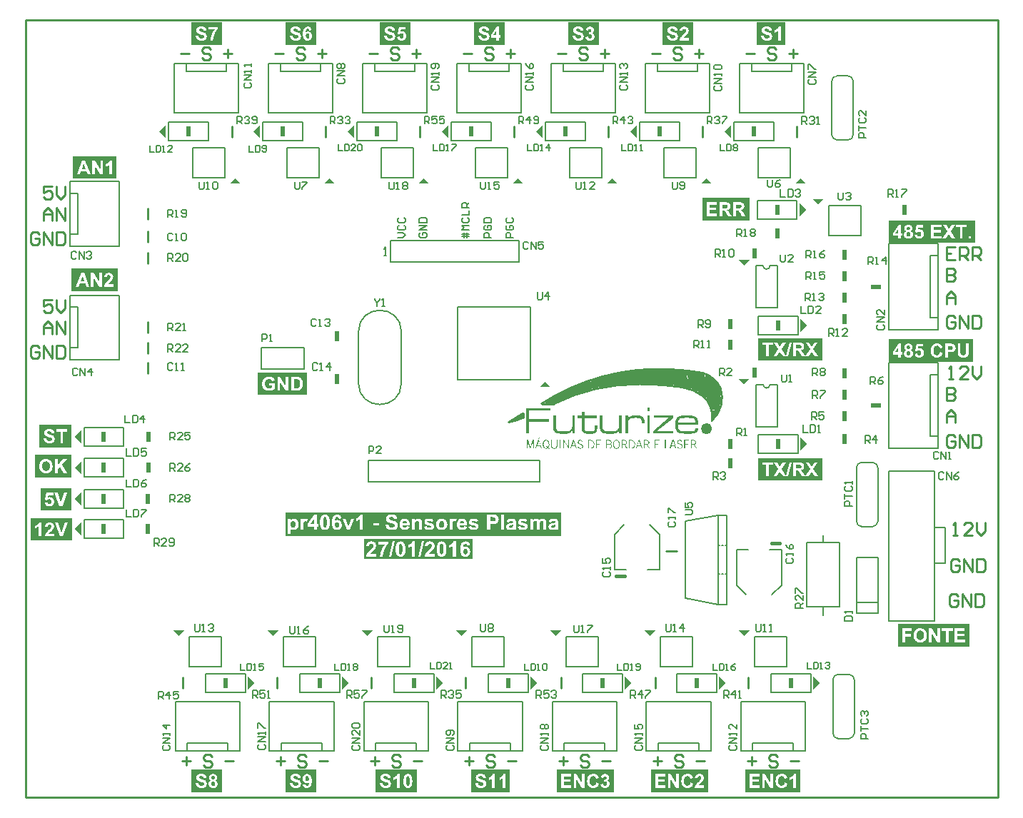
<source format=gto>
%FSLAX23Y23*%
%MOIN*%
G70*
G01*
G75*
%ADD10R,0.060X0.056*%
%ADD11R,0.018X0.071*%
%ADD12R,0.071X0.018*%
%ADD13R,0.059X0.059*%
%ADD14R,0.063X0.026*%
%ADD15R,0.059X0.059*%
%ADD16R,0.039X0.118*%
%ADD17R,0.056X0.060*%
%ADD18R,0.081X0.024*%
%ADD19C,0.020*%
%ADD20C,0.015*%
%ADD21C,0.050*%
%ADD22C,0.040*%
%ADD23C,0.030*%
%ADD24R,0.055X0.165*%
%ADD25R,0.165X0.055*%
%ADD26R,0.150X0.050*%
%ADD27C,0.070*%
%ADD28R,0.070X0.070*%
%ADD29R,0.070X0.070*%
%ADD30C,0.100*%
%ADD31R,0.100X0.100*%
%ADD32C,0.295*%
%ADD33C,0.085*%
%ADD34C,0.050*%
%ADD35R,0.063X0.063*%
%ADD36C,0.100*%
%ADD37C,0.080*%
%ADD38C,0.010*%
%ADD39C,0.005*%
%ADD40C,0.008*%
%ADD41C,0.007*%
%ADD42R,0.020X0.050*%
%ADD43R,0.022X0.022*%
%ADD44R,0.018X0.022*%
%ADD45R,0.036X0.064*%
%ADD46R,0.080X0.065*%
%ADD47R,0.306X0.056*%
%ADD48R,0.050X0.020*%
G36*
X10704Y7359D02*
X10705Y7359D01*
X10706Y7359D01*
X10707Y7358D01*
X10709Y7358D01*
X10710Y7357D01*
X10711Y7357D01*
X10713Y7356D01*
X10714Y7355D01*
X10715Y7354D01*
X10716Y7353D01*
X10717Y7352D01*
X10717Y7351D01*
X10717Y7350D01*
X10717Y7349D01*
X10717Y7348D01*
Y7348D01*
Y7348D01*
X10717Y7347D01*
X10717Y7347D01*
X10717Y7346D01*
X10717Y7345D01*
X10716Y7344D01*
X10716Y7344D01*
X10716Y7343D01*
X10715Y7342D01*
X10715Y7341D01*
X10714Y7340D01*
X10713Y7339D01*
X10712Y7339D01*
X10711Y7338D01*
X10709Y7338D01*
X10719Y7319D01*
X10715D01*
X10705Y7337D01*
X10696D01*
Y7319D01*
X10692D01*
Y7359D01*
X10704D01*
X10704Y7359D01*
D02*
G37*
G36*
X10684Y7356D02*
X10665D01*
Y7342D01*
X10679D01*
Y7338D01*
X10665D01*
Y7322D01*
X10685D01*
Y7319D01*
X10661D01*
Y7359D01*
X10684D01*
Y7356D01*
D02*
G37*
G36*
X10624Y7319D02*
X10620D01*
X10616Y7332D01*
X10602D01*
X10598Y7319D01*
X10594D01*
X10607Y7359D01*
X10612D01*
X10624Y7319D01*
D02*
G37*
G36*
X10068Y7332D02*
Y7332D01*
Y7332D01*
Y7331D01*
X10068Y7331D01*
X10068Y7330D01*
X10068Y7330D01*
X10068Y7329D01*
X10068Y7328D01*
X10067Y7327D01*
X10067Y7326D01*
X10067Y7325D01*
X10066Y7324D01*
X10066Y7323D01*
X10065Y7322D01*
X10065Y7322D01*
X10065Y7322D01*
X10064Y7322D01*
X10064Y7321D01*
X10064Y7321D01*
X10064Y7321D01*
X10063Y7321D01*
X10063Y7320D01*
X10062Y7320D01*
X10061Y7320D01*
X10060Y7319D01*
X10060Y7319D01*
X10059Y7319D01*
X10058Y7319D01*
X10057Y7318D01*
X10055Y7318D01*
X10054Y7318D01*
X10053D01*
X10053Y7318D01*
X10052Y7318D01*
X10052Y7318D01*
X10051Y7319D01*
X10050Y7319D01*
X10048Y7319D01*
X10047Y7320D01*
X10046Y7320D01*
X10045Y7321D01*
X10044Y7321D01*
X10044Y7322D01*
X10043Y7322D01*
X10043Y7322D01*
X10043Y7322D01*
X10043Y7322D01*
X10043Y7323D01*
X10042Y7323D01*
X10042Y7324D01*
X10042Y7324D01*
X10041Y7325D01*
X10041Y7326D01*
X10041Y7327D01*
X10040Y7328D01*
X10040Y7329D01*
X10040Y7330D01*
X10040Y7331D01*
X10040Y7332D01*
Y7359D01*
X10044D01*
Y7332D01*
Y7332D01*
Y7332D01*
Y7331D01*
X10044Y7331D01*
Y7331D01*
X10044Y7330D01*
X10044Y7329D01*
X10044Y7328D01*
X10045Y7327D01*
X10045Y7325D01*
X10046Y7325D01*
X10046Y7324D01*
X10046D01*
X10046Y7324D01*
X10047Y7324D01*
X10047Y7323D01*
X10048Y7323D01*
X10049Y7322D01*
X10051Y7322D01*
X10052Y7322D01*
X10053Y7322D01*
X10054Y7322D01*
X10055D01*
X10055Y7322D01*
X10055D01*
X10056Y7322D01*
X10057Y7322D01*
X10058Y7322D01*
X10060Y7323D01*
X10061Y7323D01*
X10061Y7324D01*
X10062Y7324D01*
X10062Y7324D01*
X10062Y7324D01*
X10062Y7325D01*
X10063Y7325D01*
X10063Y7326D01*
X10064Y7327D01*
X10064Y7329D01*
X10064Y7330D01*
X10065Y7331D01*
Y7332D01*
Y7359D01*
X10068D01*
Y7332D01*
D02*
G37*
G36*
X10176Y7359D02*
X10176D01*
X10177Y7359D01*
X10178Y7359D01*
X10179Y7359D01*
X10181Y7359D01*
X10182Y7358D01*
X10183Y7357D01*
X10183D01*
X10183Y7357D01*
X10184Y7357D01*
X10184Y7356D01*
X10185Y7355D01*
X10186Y7354D01*
X10186Y7353D01*
X10187Y7352D01*
X10188Y7350D01*
X10185Y7349D01*
Y7349D01*
X10185Y7349D01*
X10184Y7349D01*
X10184Y7350D01*
X10184Y7350D01*
X10184Y7351D01*
X10183Y7352D01*
X10182Y7353D01*
X10182Y7354D01*
X10181Y7354D01*
X10181Y7355D01*
X10180Y7355D01*
X10180Y7355D01*
X10179Y7355D01*
X10178Y7356D01*
X10177Y7356D01*
X10176Y7356D01*
X10175Y7356D01*
X10175D01*
X10174Y7356D01*
X10173Y7356D01*
X10172Y7356D01*
X10171Y7355D01*
X10170Y7355D01*
X10170Y7354D01*
X10170Y7354D01*
X10169Y7354D01*
X10169Y7354D01*
X10169Y7353D01*
X10168Y7352D01*
X10168Y7351D01*
X10168Y7350D01*
X10168Y7349D01*
Y7349D01*
Y7349D01*
X10168Y7349D01*
Y7349D01*
X10168Y7348D01*
X10168Y7348D01*
X10168Y7347D01*
X10168Y7347D01*
X10169Y7346D01*
X10169Y7346D01*
X10169Y7345D01*
X10170Y7345D01*
X10171Y7344D01*
X10171Y7344D01*
X10172Y7343D01*
X10173Y7343D01*
X10173D01*
X10173Y7343D01*
X10173Y7343D01*
X10174Y7343D01*
X10174Y7342D01*
X10175Y7342D01*
X10176Y7342D01*
X10177Y7341D01*
X10178Y7341D01*
X10179Y7341D01*
X10179D01*
X10180Y7341D01*
X10180Y7340D01*
X10180Y7340D01*
X10181Y7340D01*
X10182Y7340D01*
X10182Y7339D01*
X10183Y7339D01*
X10184Y7339D01*
X10184Y7339D01*
X10184Y7338D01*
X10185Y7338D01*
X10185Y7337D01*
X10186Y7337D01*
X10187Y7336D01*
X10187Y7336D01*
X10188Y7335D01*
X10188Y7335D01*
X10188Y7334D01*
X10188Y7334D01*
X10188Y7333D01*
X10189Y7333D01*
X10189Y7332D01*
X10189Y7331D01*
X10189Y7330D01*
Y7330D01*
Y7329D01*
X10189Y7329D01*
X10189Y7328D01*
X10189Y7327D01*
X10189Y7327D01*
X10188Y7326D01*
X10188Y7325D01*
X10188Y7325D01*
X10188Y7325D01*
X10188Y7324D01*
X10188Y7324D01*
X10187Y7323D01*
X10187Y7323D01*
X10186Y7322D01*
X10186Y7321D01*
X10186Y7321D01*
X10185Y7321D01*
X10185Y7321D01*
X10185Y7321D01*
X10184Y7320D01*
X10183Y7320D01*
X10183Y7319D01*
X10182Y7319D01*
X10182Y7319D01*
X10181Y7319D01*
X10181Y7319D01*
X10180Y7319D01*
X10180Y7319D01*
X10179Y7318D01*
X10178Y7318D01*
X10177Y7318D01*
X10176D01*
X10176Y7318D01*
X10175D01*
X10175Y7318D01*
X10174Y7319D01*
X10172Y7319D01*
X10171Y7319D01*
X10170Y7320D01*
X10168Y7321D01*
X10168D01*
X10168Y7321D01*
X10168Y7321D01*
X10168Y7321D01*
X10167Y7322D01*
X10166Y7323D01*
X10166Y7323D01*
X10166Y7324D01*
X10165Y7324D01*
X10165Y7325D01*
X10164Y7326D01*
X10164Y7327D01*
X10164Y7328D01*
X10163Y7328D01*
X10166Y7330D01*
Y7330D01*
X10166Y7330D01*
X10167Y7329D01*
X10167Y7329D01*
X10167Y7328D01*
X10168Y7327D01*
X10168Y7326D01*
X10169Y7325D01*
X10170Y7324D01*
X10170Y7324D01*
X10171Y7323D01*
X10171Y7323D01*
X10171Y7323D01*
X10172Y7323D01*
X10173Y7322D01*
X10174Y7322D01*
X10175Y7322D01*
X10177Y7322D01*
X10177D01*
X10178Y7322D01*
X10178Y7322D01*
X10179Y7322D01*
X10180Y7322D01*
X10180D01*
X10180Y7322D01*
X10181Y7322D01*
X10181Y7322D01*
X10182Y7323D01*
X10183Y7324D01*
X10183Y7324D01*
X10183Y7324D01*
X10183Y7324D01*
X10183Y7324D01*
X10184Y7325D01*
X10184Y7325D01*
X10184Y7326D01*
Y7326D01*
X10185Y7326D01*
X10185Y7327D01*
X10185Y7327D01*
X10185Y7327D01*
X10185Y7328D01*
X10185Y7329D01*
Y7329D01*
Y7329D01*
Y7330D01*
X10185Y7330D01*
X10185Y7331D01*
X10185Y7332D01*
X10184Y7332D01*
X10184Y7333D01*
X10183Y7334D01*
X10183Y7334D01*
X10183Y7334D01*
X10183Y7335D01*
X10182Y7335D01*
X10182Y7335D01*
X10181Y7336D01*
X10180Y7337D01*
X10178Y7337D01*
X10178D01*
X10178Y7337D01*
X10178Y7337D01*
X10178Y7337D01*
X10177Y7338D01*
X10177Y7338D01*
X10176Y7338D01*
X10175Y7338D01*
X10174Y7339D01*
X10173Y7339D01*
X10173Y7339D01*
X10172Y7339D01*
X10172Y7339D01*
X10171Y7340D01*
X10170Y7340D01*
X10170Y7340D01*
X10169Y7341D01*
X10169Y7341D01*
X10169Y7341D01*
X10168Y7341D01*
X10168Y7342D01*
X10167Y7342D01*
X10166Y7343D01*
X10166Y7343D01*
X10165Y7344D01*
X10165Y7344D01*
X10165Y7344D01*
X10165Y7345D01*
X10164Y7345D01*
X10164Y7346D01*
X10164Y7347D01*
X10164Y7348D01*
X10164Y7349D01*
Y7349D01*
Y7349D01*
Y7349D01*
X10164Y7350D01*
Y7350D01*
X10164Y7351D01*
X10164Y7352D01*
X10165Y7353D01*
X10165Y7354D01*
X10166Y7356D01*
X10166Y7356D01*
X10167Y7357D01*
X10167Y7357D01*
X10167Y7357D01*
X10167Y7357D01*
X10167Y7357D01*
X10168Y7357D01*
X10168Y7358D01*
X10169Y7358D01*
X10169Y7358D01*
X10170Y7359D01*
X10172Y7359D01*
X10173Y7359D01*
X10174Y7360D01*
X10176D01*
X10176Y7359D01*
D02*
G37*
G36*
X10123Y7319D02*
X10119D01*
X10098Y7356D01*
Y7319D01*
X10095D01*
Y7359D01*
X10101D01*
X10120Y7325D01*
Y7359D01*
X10123D01*
Y7319D01*
D02*
G37*
G36*
X9960D02*
X9957D01*
Y7355D01*
X9956D01*
X9944Y7319D01*
X9941D01*
X9929Y7355D01*
X9928D01*
Y7319D01*
X9925D01*
Y7359D01*
X9932D01*
X9942Y7325D01*
X9953Y7359D01*
X9960D01*
Y7319D01*
D02*
G37*
G36*
X10414Y7359D02*
X10414D01*
X10415Y7359D01*
X10415Y7359D01*
X10416Y7359D01*
X10417Y7358D01*
X10419Y7358D01*
X10421Y7357D01*
X10422Y7356D01*
X10423Y7356D01*
X10424Y7355D01*
X10425Y7355D01*
X10426Y7354D01*
X10427Y7353D01*
X10427Y7353D01*
X10428Y7352D01*
X10429Y7351D01*
X10429Y7350D01*
X10430Y7348D01*
X10430Y7347D01*
X10431Y7346D01*
X10431Y7344D01*
X10432Y7343D01*
X10432Y7341D01*
X10432Y7339D01*
Y7339D01*
Y7339D01*
Y7339D01*
X10432Y7338D01*
X10432Y7337D01*
X10431Y7336D01*
X10431Y7335D01*
X10431Y7334D01*
X10431Y7333D01*
X10431Y7331D01*
X10430Y7330D01*
X10430Y7329D01*
X10429Y7327D01*
X10429Y7326D01*
X10428Y7325D01*
X10427Y7324D01*
X10427Y7324D01*
X10427Y7324D01*
X10426Y7324D01*
X10426Y7323D01*
X10426Y7323D01*
X10425Y7323D01*
X10424Y7322D01*
X10423Y7322D01*
X10423Y7321D01*
X10421Y7321D01*
X10420Y7320D01*
X10419Y7320D01*
X10418Y7320D01*
X10416Y7319D01*
X10415Y7319D01*
X10413Y7319D01*
X10403D01*
Y7359D01*
X10413D01*
X10414Y7359D01*
D02*
G37*
G36*
X10381D02*
X10382Y7359D01*
X10383Y7359D01*
X10384Y7358D01*
X10385Y7358D01*
X10387Y7357D01*
X10388Y7357D01*
X10389Y7356D01*
X10390Y7355D01*
X10391Y7354D01*
X10392Y7353D01*
X10393Y7352D01*
X10393Y7351D01*
X10393Y7350D01*
X10394Y7349D01*
X10394Y7348D01*
Y7348D01*
Y7348D01*
X10394Y7347D01*
X10394Y7347D01*
X10393Y7346D01*
X10393Y7345D01*
X10393Y7344D01*
X10393Y7344D01*
X10392Y7343D01*
X10392Y7342D01*
X10391Y7341D01*
X10390Y7340D01*
X10389Y7339D01*
X10388Y7339D01*
X10387Y7338D01*
X10386Y7338D01*
X10395Y7319D01*
X10391D01*
X10382Y7337D01*
X10372D01*
Y7319D01*
X10368D01*
Y7359D01*
X10380D01*
X10381Y7359D01*
D02*
G37*
G36*
X10310D02*
X10310D01*
X10311Y7359D01*
X10312Y7359D01*
X10312Y7359D01*
X10314Y7358D01*
X10316Y7358D01*
X10317Y7357D01*
X10318Y7357D01*
X10319Y7356D01*
X10319D01*
X10319Y7356D01*
X10319Y7356D01*
X10320Y7355D01*
X10321Y7355D01*
X10321Y7354D01*
X10322Y7352D01*
X10322Y7351D01*
X10322Y7350D01*
X10322Y7349D01*
Y7349D01*
Y7349D01*
Y7349D01*
X10322Y7348D01*
X10322Y7347D01*
X10322Y7346D01*
X10322Y7346D01*
X10321Y7345D01*
X10321Y7344D01*
X10321Y7344D01*
X10321Y7344D01*
X10320Y7343D01*
X10320Y7343D01*
X10319Y7342D01*
X10319Y7342D01*
X10318Y7341D01*
X10317Y7341D01*
Y7340D01*
X10317D01*
X10317Y7340D01*
X10317Y7340D01*
X10317Y7340D01*
X10318Y7340D01*
X10319Y7339D01*
X10319Y7339D01*
X10320Y7338D01*
X10321Y7337D01*
X10322Y7336D01*
X10322Y7336D01*
X10322Y7336D01*
X10322Y7335D01*
X10323Y7335D01*
X10323Y7334D01*
X10323Y7333D01*
X10324Y7332D01*
X10324Y7330D01*
Y7330D01*
Y7330D01*
X10324Y7329D01*
X10323Y7329D01*
X10323Y7328D01*
X10323Y7327D01*
X10323Y7326D01*
X10322Y7325D01*
X10321Y7324D01*
X10320Y7323D01*
X10319Y7322D01*
X10318Y7321D01*
X10317Y7320D01*
X10316Y7320D01*
X10315Y7320D01*
X10315Y7320D01*
X10314Y7319D01*
X10312Y7319D01*
X10311Y7319D01*
X10310Y7319D01*
X10297D01*
Y7359D01*
X10309D01*
X10310Y7359D01*
D02*
G37*
G36*
X10466Y7319D02*
X10462D01*
X10458Y7332D01*
X10443D01*
X10439Y7319D01*
X10436D01*
X10448Y7359D01*
X10453D01*
X10466Y7319D01*
D02*
G37*
G36*
X10575Y7322D02*
X10592D01*
Y7319D01*
X10571D01*
Y7359D01*
X10575D01*
Y7322D01*
D02*
G37*
G36*
X10546Y7356D02*
X10527D01*
Y7342D01*
X10541D01*
Y7338D01*
X10527D01*
Y7322D01*
X10547D01*
Y7319D01*
X10523D01*
Y7359D01*
X10546D01*
Y7356D01*
D02*
G37*
G36*
X10485Y7359D02*
X10486Y7359D01*
X10487Y7359D01*
X10488Y7358D01*
X10489Y7358D01*
X10491Y7357D01*
X10492Y7357D01*
X10493Y7356D01*
X10494Y7355D01*
X10496Y7354D01*
X10496Y7353D01*
X10497Y7352D01*
X10497Y7351D01*
X10498Y7350D01*
X10498Y7349D01*
X10498Y7348D01*
Y7348D01*
Y7348D01*
X10498Y7347D01*
X10498Y7347D01*
X10498Y7346D01*
X10497Y7345D01*
X10497Y7344D01*
X10497Y7344D01*
X10496Y7343D01*
X10496Y7342D01*
X10495Y7341D01*
X10494Y7340D01*
X10494Y7339D01*
X10492Y7339D01*
X10491Y7338D01*
X10490Y7338D01*
X10499Y7319D01*
X10495D01*
X10486Y7337D01*
X10476D01*
Y7319D01*
X10472D01*
Y7359D01*
X10484D01*
X10485Y7359D01*
D02*
G37*
G36*
X10641Y7359D02*
X10641D01*
X10641Y7359D01*
X10643Y7359D01*
X10644Y7359D01*
X10645Y7359D01*
X10646Y7358D01*
X10648Y7357D01*
X10648D01*
X10648Y7357D01*
X10648Y7357D01*
X10649Y7356D01*
X10649Y7355D01*
X10650Y7354D01*
X10651Y7353D01*
X10652Y7352D01*
X10652Y7350D01*
X10649Y7349D01*
Y7349D01*
X10649Y7349D01*
X10649Y7349D01*
X10649Y7350D01*
X10649Y7350D01*
X10648Y7351D01*
X10648Y7352D01*
X10647Y7353D01*
X10646Y7354D01*
X10645Y7354D01*
X10645Y7355D01*
X10645Y7355D01*
X10644Y7355D01*
X10644Y7355D01*
X10643Y7356D01*
X10642Y7356D01*
X10641Y7356D01*
X10640Y7356D01*
X10639D01*
X10638Y7356D01*
X10638Y7356D01*
X10637Y7356D01*
X10636Y7355D01*
X10635Y7355D01*
X10634Y7354D01*
X10634Y7354D01*
X10634Y7354D01*
X10634Y7354D01*
X10633Y7353D01*
X10633Y7352D01*
X10633Y7351D01*
X10632Y7350D01*
X10632Y7349D01*
Y7349D01*
Y7349D01*
X10632Y7349D01*
Y7349D01*
X10632Y7348D01*
X10633Y7348D01*
X10633Y7347D01*
X10633Y7347D01*
X10633Y7346D01*
X10634Y7346D01*
X10634Y7345D01*
X10634Y7345D01*
X10635Y7344D01*
X10636Y7344D01*
X10637Y7343D01*
X10638Y7343D01*
X10638D01*
X10638Y7343D01*
X10638Y7343D01*
X10638Y7343D01*
X10639Y7342D01*
X10640Y7342D01*
X10641Y7342D01*
X10642Y7341D01*
X10643Y7341D01*
X10644Y7341D01*
X10644D01*
X10644Y7341D01*
X10644Y7340D01*
X10645Y7340D01*
X10646Y7340D01*
X10646Y7340D01*
X10647Y7339D01*
X10648Y7339D01*
X10648Y7339D01*
X10648Y7339D01*
X10649Y7338D01*
X10649Y7338D01*
X10650Y7337D01*
X10650Y7337D01*
X10651Y7336D01*
X10652Y7336D01*
X10652Y7335D01*
X10652Y7335D01*
X10652Y7334D01*
X10653Y7334D01*
X10653Y7333D01*
X10653Y7333D01*
X10653Y7332D01*
X10653Y7331D01*
X10654Y7330D01*
Y7330D01*
Y7329D01*
X10653Y7329D01*
X10653Y7328D01*
X10653Y7327D01*
X10653Y7327D01*
X10653Y7326D01*
X10653Y7325D01*
X10653Y7325D01*
X10652Y7325D01*
X10652Y7324D01*
X10652Y7324D01*
X10652Y7323D01*
X10651Y7323D01*
X10651Y7322D01*
X10650Y7321D01*
X10650Y7321D01*
X10650Y7321D01*
X10650Y7321D01*
X10649Y7321D01*
X10649Y7320D01*
X10648Y7320D01*
X10647Y7319D01*
X10646Y7319D01*
X10646Y7319D01*
X10646Y7319D01*
X10646Y7319D01*
X10645Y7319D01*
X10644Y7319D01*
X10643Y7318D01*
X10642Y7318D01*
X10641Y7318D01*
X10641D01*
X10640Y7318D01*
X10640D01*
X10639Y7318D01*
X10638Y7319D01*
X10637Y7319D01*
X10636Y7319D01*
X10634Y7320D01*
X10633Y7321D01*
X10633D01*
X10633Y7321D01*
X10633Y7321D01*
X10632Y7321D01*
X10632Y7322D01*
X10631Y7323D01*
X10631Y7323D01*
X10630Y7324D01*
X10630Y7324D01*
X10629Y7325D01*
X10629Y7326D01*
X10628Y7327D01*
X10628Y7328D01*
X10628Y7328D01*
X10631Y7330D01*
Y7330D01*
X10631Y7330D01*
X10631Y7329D01*
X10631Y7329D01*
X10632Y7328D01*
X10632Y7327D01*
X10633Y7326D01*
X10633Y7325D01*
X10634Y7324D01*
X10635Y7324D01*
X10635Y7323D01*
X10635Y7323D01*
X10636Y7323D01*
X10637Y7323D01*
X10638Y7322D01*
X10639Y7322D01*
X10640Y7322D01*
X10641Y7322D01*
X10642D01*
X10642Y7322D01*
X10643Y7322D01*
X10643Y7322D01*
X10645Y7322D01*
X10645D01*
X10645Y7322D01*
X10645Y7322D01*
X10646Y7322D01*
X10646Y7323D01*
X10647Y7324D01*
X10647Y7324D01*
X10648Y7324D01*
X10648Y7324D01*
X10648Y7324D01*
X10648Y7325D01*
X10649Y7325D01*
X10649Y7326D01*
Y7326D01*
X10649Y7326D01*
X10649Y7327D01*
X10649Y7327D01*
X10649Y7327D01*
X10650Y7328D01*
X10650Y7329D01*
Y7329D01*
Y7329D01*
Y7330D01*
X10650Y7330D01*
X10649Y7331D01*
X10649Y7332D01*
X10649Y7332D01*
X10649Y7333D01*
X10648Y7334D01*
X10648Y7334D01*
X10648Y7334D01*
X10647Y7335D01*
X10647Y7335D01*
X10646Y7335D01*
X10645Y7336D01*
X10644Y7337D01*
X10643Y7337D01*
X10643D01*
X10643Y7337D01*
X10643Y7337D01*
X10642Y7337D01*
X10642Y7338D01*
X10641Y7338D01*
X10640Y7338D01*
X10639Y7338D01*
X10638Y7339D01*
X10637Y7339D01*
X10637Y7339D01*
X10637Y7339D01*
X10636Y7339D01*
X10636Y7340D01*
X10635Y7340D01*
X10634Y7340D01*
X10634Y7341D01*
X10634Y7341D01*
X10633Y7341D01*
X10633Y7341D01*
X10632Y7342D01*
X10631Y7342D01*
X10631Y7343D01*
X10630Y7343D01*
X10630Y7344D01*
X10630Y7344D01*
X10629Y7344D01*
X10629Y7345D01*
X10629Y7345D01*
X10629Y7346D01*
X10629Y7347D01*
X10628Y7348D01*
X10628Y7349D01*
Y7349D01*
Y7349D01*
Y7349D01*
X10628Y7350D01*
Y7350D01*
X10629Y7351D01*
X10629Y7352D01*
X10629Y7353D01*
X10630Y7354D01*
X10630Y7356D01*
X10631Y7356D01*
X10631Y7357D01*
X10631Y7357D01*
X10632Y7357D01*
X10632Y7357D01*
X10632Y7357D01*
X10632Y7357D01*
X10633Y7358D01*
X10633Y7358D01*
X10634Y7358D01*
X10635Y7359D01*
X10636Y7359D01*
X10638Y7359D01*
X10639Y7360D01*
X10640D01*
X10641Y7359D01*
D02*
G37*
G36*
X10501Y7493D02*
X10488D01*
Y7509D01*
X10501D01*
Y7493D01*
D02*
G37*
G36*
X10444Y7474D02*
X10445D01*
X10446Y7474D01*
X10448D01*
X10449Y7474D01*
X10451Y7473D01*
X10454Y7473D01*
X10454D01*
X10455Y7473D01*
X10456Y7472D01*
X10457Y7472D01*
X10459Y7472D01*
X10462Y7470D01*
X10462D01*
X10463Y7470D01*
X10463Y7470D01*
X10464Y7469D01*
X10466Y7468D01*
X10469Y7466D01*
X10469Y7466D01*
X10469Y7465D01*
X10470Y7464D01*
X10471Y7463D01*
X10472Y7461D01*
X10473Y7459D01*
X10474Y7457D01*
X10474Y7455D01*
Y7454D01*
X10475Y7454D01*
X10475Y7452D01*
X10475Y7450D01*
X10475Y7448D01*
X10476Y7446D01*
X10476Y7443D01*
Y7440D01*
Y7436D01*
X10463D01*
Y7436D01*
Y7437D01*
Y7438D01*
Y7440D01*
X10463Y7441D01*
Y7443D01*
X10463Y7447D01*
Y7447D01*
Y7448D01*
X10463Y7449D01*
X10462Y7450D01*
X10461Y7453D01*
X10461Y7454D01*
X10460Y7455D01*
X10460Y7456D01*
X10460Y7456D01*
X10459Y7457D01*
X10458Y7457D01*
X10457Y7458D01*
X10456Y7459D01*
X10454Y7460D01*
X10452Y7461D01*
X10452Y7461D01*
X10451Y7461D01*
X10450Y7462D01*
X10449Y7462D01*
X10447Y7462D01*
X10444Y7462D01*
X10441Y7463D01*
X10434D01*
X10432Y7463D01*
X10429D01*
X10426Y7462D01*
X10423Y7462D01*
X10420Y7462D01*
X10420D01*
X10419Y7462D01*
X10418Y7462D01*
X10416Y7461D01*
X10414Y7461D01*
X10412Y7460D01*
X10410Y7459D01*
X10408Y7458D01*
X10408Y7458D01*
X10408Y7457D01*
X10407Y7457D01*
X10406Y7456D01*
X10405Y7455D01*
X10404Y7453D01*
X10403Y7452D01*
X10402Y7450D01*
Y7450D01*
X10401Y7449D01*
X10401Y7448D01*
X10401Y7446D01*
X10401Y7444D01*
X10400Y7442D01*
X10400Y7439D01*
X10400Y7436D01*
Y7389D01*
X10387D01*
Y7473D01*
X10400D01*
Y7458D01*
X10400Y7459D01*
X10400Y7459D01*
X10401Y7460D01*
X10402Y7462D01*
X10403Y7465D01*
X10404Y7465D01*
X10404Y7465D01*
X10404Y7466D01*
X10405Y7467D01*
X10407Y7468D01*
X10410Y7470D01*
X10410Y7470D01*
X10410Y7470D01*
X10411Y7471D01*
X10412Y7471D01*
X10414Y7472D01*
X10415Y7472D01*
X10417Y7473D01*
X10419Y7473D01*
X10419D01*
X10420Y7473D01*
X10421Y7473D01*
X10423Y7474D01*
X10425Y7474D01*
X10427Y7474D01*
X10430Y7474D01*
X10440D01*
X10444Y7474D01*
D02*
G37*
G36*
X10368Y7389D02*
X10355D01*
Y7405D01*
X10355Y7405D01*
X10355Y7404D01*
X10354Y7403D01*
X10354Y7402D01*
X10352Y7399D01*
X10351Y7398D01*
X10350Y7396D01*
X10350Y7396D01*
X10349Y7396D01*
X10349Y7395D01*
X10348Y7394D01*
X10346Y7393D01*
X10345Y7393D01*
X10343Y7392D01*
X10342Y7391D01*
X10341D01*
X10341Y7390D01*
X10340Y7390D01*
X10338Y7390D01*
X10337Y7389D01*
X10335Y7389D01*
X10333Y7389D01*
X10330Y7388D01*
X10330D01*
X10329Y7388D01*
X10328D01*
X10326Y7388D01*
X10324Y7388D01*
X10321D01*
X10318Y7388D01*
X10312D01*
X10310Y7388D01*
X10307D01*
X10303Y7388D01*
X10299Y7388D01*
X10295Y7389D01*
X10291Y7389D01*
X10291D01*
X10290Y7390D01*
X10290Y7390D01*
X10288Y7390D01*
X10286Y7391D01*
X10283Y7392D01*
X10280Y7393D01*
X10277Y7395D01*
X10275Y7398D01*
X10275Y7398D01*
X10275Y7398D01*
X10274Y7398D01*
X10273Y7399D01*
X10272Y7401D01*
X10270Y7403D01*
Y7403D01*
X10270Y7404D01*
X10270Y7404D01*
X10270Y7405D01*
X10269Y7407D01*
X10268Y7409D01*
Y7409D01*
X10268Y7410D01*
Y7410D01*
X10268Y7411D01*
X10267Y7413D01*
X10267Y7416D01*
Y7416D01*
Y7417D01*
Y7417D01*
Y7418D01*
Y7419D01*
Y7421D01*
Y7424D01*
Y7473D01*
X10280D01*
Y7427D01*
Y7427D01*
Y7425D01*
Y7424D01*
X10280Y7422D01*
X10280Y7420D01*
X10280Y7418D01*
X10281Y7415D01*
X10281Y7413D01*
Y7413D01*
X10281Y7412D01*
X10282Y7411D01*
X10282Y7410D01*
X10283Y7409D01*
X10284Y7407D01*
X10285Y7406D01*
X10286Y7405D01*
X10286Y7404D01*
X10287Y7404D01*
X10288Y7403D01*
X10289Y7403D01*
X10290Y7402D01*
X10292Y7401D01*
X10294Y7401D01*
X10297Y7400D01*
X10297D01*
X10298Y7400D01*
X10300Y7400D01*
X10302Y7400D01*
X10304Y7399D01*
X10307Y7399D01*
X10311Y7399D01*
X10318D01*
X10319Y7399D01*
X10322D01*
X10326Y7399D01*
X10329Y7400D01*
X10333Y7400D01*
X10337Y7401D01*
X10337D01*
X10337Y7401D01*
X10338Y7401D01*
X10340Y7402D01*
X10342Y7402D01*
X10344Y7403D01*
X10346Y7405D01*
X10348Y7406D01*
X10350Y7408D01*
X10351Y7408D01*
X10351Y7409D01*
X10352Y7410D01*
X10352Y7411D01*
X10353Y7412D01*
X10354Y7414D01*
X10354Y7415D01*
X10355Y7417D01*
Y7417D01*
X10355Y7418D01*
Y7419D01*
X10355Y7420D01*
X10355Y7421D01*
Y7423D01*
X10355Y7427D01*
Y7473D01*
X10368D01*
Y7389D01*
D02*
G37*
G36*
X10085Y6911D02*
X8800D01*
Y7022D01*
X10085D01*
Y6911D01*
D02*
G37*
G36*
X10702Y9204D02*
X10560D01*
Y9310D01*
X10702D01*
Y9204D01*
D02*
G37*
G36*
X10263D02*
X10120D01*
Y9310D01*
X10263D01*
Y9204D01*
D02*
G37*
G36*
X9824D02*
X9680D01*
Y9310D01*
X9824D01*
Y9204D01*
D02*
G37*
G36*
X10683Y7474D02*
X10687Y7474D01*
X10691Y7474D01*
X10695Y7473D01*
X10699Y7473D01*
X10699D01*
X10700Y7472D01*
X10701Y7472D01*
X10703Y7472D01*
X10705Y7471D01*
X10707Y7470D01*
X10710Y7469D01*
X10713Y7468D01*
X10715Y7466D01*
X10716Y7466D01*
X10716Y7465D01*
X10717Y7464D01*
X10719Y7463D01*
X10720Y7461D01*
X10722Y7459D01*
X10723Y7457D01*
X10724Y7454D01*
X10724Y7454D01*
X10724Y7453D01*
X10725Y7451D01*
X10725Y7450D01*
X10726Y7447D01*
X10726Y7444D01*
X10727Y7441D01*
X10727Y7437D01*
Y7437D01*
Y7436D01*
Y7435D01*
Y7433D01*
Y7433D01*
Y7433D01*
Y7432D01*
Y7430D01*
X10727Y7429D01*
X10632D01*
Y7429D01*
Y7428D01*
Y7428D01*
Y7427D01*
X10632Y7425D01*
X10632Y7423D01*
X10633Y7420D01*
X10633Y7418D01*
X10634Y7415D01*
X10634Y7413D01*
X10634Y7413D01*
X10635Y7412D01*
X10635Y7411D01*
X10636Y7410D01*
X10637Y7408D01*
X10638Y7407D01*
X10639Y7405D01*
X10641Y7404D01*
X10641Y7404D01*
X10642Y7403D01*
X10643Y7403D01*
X10644Y7402D01*
X10646Y7402D01*
X10648Y7401D01*
X10651Y7400D01*
X10653Y7400D01*
X10654D01*
X10655Y7400D01*
X10657Y7400D01*
X10659D01*
X10662Y7399D01*
X10665Y7399D01*
X10669Y7399D01*
X10685D01*
X10688Y7399D01*
X10692D01*
X10694Y7399D01*
X10695Y7400D01*
X10697Y7400D01*
X10699Y7400D01*
X10701Y7400D01*
X10703Y7401D01*
X10703D01*
X10704Y7401D01*
X10705Y7402D01*
X10706Y7402D01*
X10708Y7404D01*
X10709Y7405D01*
X10710Y7406D01*
X10711Y7406D01*
X10711Y7406D01*
X10711Y7407D01*
X10712Y7408D01*
X10712Y7409D01*
X10713Y7410D01*
X10713Y7412D01*
X10713Y7414D01*
X10727D01*
Y7414D01*
Y7413D01*
Y7413D01*
X10727Y7412D01*
X10726Y7410D01*
X10726Y7409D01*
X10725Y7406D01*
X10724Y7403D01*
X10723Y7401D01*
X10722Y7399D01*
X10721Y7398D01*
X10719Y7396D01*
X10717Y7395D01*
X10715Y7394D01*
X10715D01*
X10715Y7393D01*
X10714Y7393D01*
X10713Y7393D01*
X10712Y7392D01*
X10711Y7392D01*
X10709Y7391D01*
X10707Y7391D01*
X10705Y7390D01*
X10702Y7390D01*
X10699Y7389D01*
X10696Y7389D01*
X10693Y7388D01*
X10689Y7388D01*
X10685Y7388D01*
X10677D01*
X10675Y7388D01*
X10672D01*
X10669Y7388D01*
X10666Y7388D01*
X10665D01*
X10665Y7388D01*
X10663D01*
X10660Y7389D01*
X10657Y7389D01*
X10654Y7389D01*
X10650Y7389D01*
X10645Y7390D01*
X10645D01*
X10644Y7390D01*
X10643D01*
X10642Y7390D01*
X10641Y7390D01*
X10639Y7391D01*
X10637Y7392D01*
X10635Y7393D01*
X10635Y7393D01*
X10635Y7393D01*
X10634Y7394D01*
X10633Y7395D01*
X10631Y7396D01*
X10630Y7397D01*
X10629Y7398D01*
X10627Y7400D01*
X10627Y7400D01*
X10627Y7401D01*
X10626Y7402D01*
X10625Y7403D01*
X10624Y7405D01*
X10623Y7407D01*
X10622Y7409D01*
X10622Y7411D01*
Y7412D01*
X10621Y7413D01*
X10621Y7414D01*
X10621Y7416D01*
X10620Y7418D01*
X10620Y7420D01*
X10620Y7423D01*
X10620Y7426D01*
Y7426D01*
Y7427D01*
Y7428D01*
Y7430D01*
Y7432D01*
Y7434D01*
X10620Y7439D01*
Y7439D01*
Y7440D01*
X10620Y7441D01*
X10620Y7442D01*
X10620Y7444D01*
X10620Y7446D01*
X10621Y7450D01*
Y7450D01*
X10621Y7450D01*
X10622Y7451D01*
X10622Y7452D01*
X10623Y7455D01*
X10624Y7458D01*
X10624Y7458D01*
X10625Y7459D01*
X10625Y7460D01*
X10626Y7460D01*
X10627Y7463D01*
X10630Y7465D01*
X10630Y7465D01*
X10630Y7465D01*
X10631Y7466D01*
X10632Y7467D01*
X10633Y7468D01*
X10634Y7468D01*
X10637Y7470D01*
X10638D01*
X10638Y7470D01*
X10639Y7471D01*
X10640Y7471D01*
X10642Y7472D01*
X10644Y7472D01*
X10648Y7473D01*
X10648D01*
X10649Y7473D01*
X10650Y7473D01*
X10651Y7473D01*
X10653Y7474D01*
X10655Y7474D01*
X10657D01*
X10660Y7474D01*
X10662D01*
X10664Y7474D01*
X10680D01*
X10683Y7474D01*
D02*
G37*
G36*
X10195Y7473D02*
X10253D01*
Y7462D01*
X10195D01*
Y7422D01*
Y7422D01*
Y7421D01*
Y7419D01*
X10195Y7418D01*
Y7416D01*
X10195Y7414D01*
X10196Y7412D01*
X10196Y7410D01*
Y7410D01*
X10196Y7410D01*
X10196Y7409D01*
X10197Y7408D01*
X10198Y7405D01*
X10199Y7403D01*
X10199Y7403D01*
X10200Y7403D01*
X10200Y7402D01*
X10201Y7402D01*
X10202Y7401D01*
X10204Y7401D01*
X10205Y7400D01*
X10207Y7400D01*
X10207D01*
X10208Y7400D01*
X10209Y7399D01*
X10210D01*
X10212Y7399D01*
X10215Y7399D01*
X10217Y7399D01*
X10223D01*
X10225Y7399D01*
X10227D01*
X10230Y7399D01*
X10232Y7400D01*
X10234Y7400D01*
X10234D01*
X10234Y7400D01*
X10235Y7400D01*
X10236Y7401D01*
X10239Y7402D01*
X10240Y7403D01*
X10241Y7404D01*
X10241Y7404D01*
X10241Y7405D01*
X10241Y7405D01*
X10242Y7406D01*
X10242Y7407D01*
X10243Y7408D01*
X10243Y7410D01*
X10243Y7411D01*
Y7412D01*
Y7412D01*
Y7413D01*
X10243Y7415D01*
Y7416D01*
Y7418D01*
Y7420D01*
Y7423D01*
Y7426D01*
X10255D01*
Y7426D01*
Y7425D01*
Y7425D01*
Y7424D01*
Y7422D01*
Y7420D01*
X10255Y7417D01*
X10255Y7414D01*
X10254Y7411D01*
X10254Y7408D01*
Y7408D01*
X10254Y7407D01*
X10254Y7406D01*
X10253Y7404D01*
X10253Y7402D01*
X10252Y7400D01*
X10251Y7398D01*
X10250Y7396D01*
X10250Y7396D01*
X10250Y7396D01*
X10249Y7395D01*
X10248Y7394D01*
X10246Y7393D01*
X10245Y7392D01*
X10242Y7390D01*
X10240Y7390D01*
X10240D01*
X10239Y7389D01*
X10237Y7389D01*
X10235Y7389D01*
X10232Y7388D01*
X10229Y7388D01*
X10225Y7388D01*
X10220Y7388D01*
X10217D01*
X10215Y7388D01*
X10213D01*
X10211Y7388D01*
X10206Y7388D01*
X10206D01*
X10205Y7388D01*
X10204Y7389D01*
X10203Y7389D01*
X10201Y7389D01*
X10199Y7390D01*
X10195Y7391D01*
X10195Y7391D01*
X10194Y7392D01*
X10193Y7392D01*
X10192Y7393D01*
X10190Y7394D01*
X10189Y7395D01*
X10188Y7396D01*
X10187Y7396D01*
X10187Y7397D01*
X10187Y7397D01*
X10186Y7398D01*
X10185Y7400D01*
X10184Y7403D01*
Y7403D01*
X10184Y7404D01*
X10183Y7405D01*
X10183Y7406D01*
X10183Y7407D01*
X10183Y7408D01*
X10183Y7412D01*
Y7412D01*
Y7413D01*
Y7413D01*
Y7415D01*
Y7416D01*
Y7418D01*
Y7422D01*
Y7462D01*
X10162D01*
Y7473D01*
X10183D01*
Y7492D01*
X10195D01*
Y7473D01*
D02*
G37*
G36*
X9981Y7363D02*
X9978D01*
X9984Y7372D01*
X9988D01*
X9981Y7363D01*
D02*
G37*
G36*
X10036Y7496D02*
X9937D01*
Y7456D01*
X10031D01*
Y7444D01*
X9937D01*
Y7389D01*
X9923D01*
Y7508D01*
X10036D01*
Y7496D01*
D02*
G37*
G36*
X10150Y7389D02*
X10138D01*
Y7405D01*
X10138Y7405D01*
X10137Y7404D01*
X10137Y7403D01*
X10136Y7402D01*
X10134Y7399D01*
X10133Y7398D01*
X10132Y7396D01*
X10132Y7396D01*
X10132Y7396D01*
X10131Y7395D01*
X10130Y7394D01*
X10129Y7393D01*
X10127Y7393D01*
X10126Y7392D01*
X10124Y7391D01*
X10124D01*
X10123Y7390D01*
X10122Y7390D01*
X10121Y7390D01*
X10119Y7389D01*
X10117Y7389D01*
X10115Y7389D01*
X10113Y7388D01*
X10112D01*
X10111Y7388D01*
X10110D01*
X10108Y7388D01*
X10106Y7388D01*
X10103D01*
X10101Y7388D01*
X10094D01*
X10093Y7388D01*
X10089D01*
X10086Y7388D01*
X10082Y7388D01*
X10078Y7389D01*
X10074Y7389D01*
X10073D01*
X10073Y7390D01*
X10072Y7390D01*
X10070Y7390D01*
X10068Y7391D01*
X10065Y7392D01*
X10063Y7393D01*
X10060Y7395D01*
X10057Y7398D01*
X10057Y7398D01*
X10057Y7398D01*
X10056Y7398D01*
X10056Y7399D01*
X10054Y7401D01*
X10053Y7403D01*
Y7403D01*
X10053Y7404D01*
X10052Y7404D01*
X10052Y7405D01*
X10051Y7407D01*
X10051Y7409D01*
Y7409D01*
X10050Y7410D01*
Y7410D01*
X10050Y7411D01*
X10050Y7413D01*
X10050Y7416D01*
Y7416D01*
Y7417D01*
Y7417D01*
Y7418D01*
Y7419D01*
Y7421D01*
Y7424D01*
Y7473D01*
X10062D01*
Y7427D01*
Y7427D01*
Y7425D01*
Y7424D01*
X10062Y7422D01*
X10063Y7420D01*
X10063Y7418D01*
X10063Y7415D01*
X10063Y7413D01*
Y7413D01*
X10064Y7412D01*
X10064Y7411D01*
X10065Y7410D01*
X10065Y7409D01*
X10066Y7407D01*
X10067Y7406D01*
X10068Y7405D01*
X10069Y7404D01*
X10069Y7404D01*
X10070Y7403D01*
X10071Y7403D01*
X10073Y7402D01*
X10075Y7401D01*
X10077Y7401D01*
X10079Y7400D01*
X10080D01*
X10081Y7400D01*
X10082Y7400D01*
X10084Y7400D01*
X10087Y7399D01*
X10090Y7399D01*
X10093Y7399D01*
X10101D01*
X10102Y7399D01*
X10105D01*
X10108Y7399D01*
X10112Y7400D01*
X10116Y7400D01*
X10119Y7401D01*
X10119D01*
X10119Y7401D01*
X10120Y7401D01*
X10122Y7402D01*
X10124Y7402D01*
X10126Y7403D01*
X10128Y7405D01*
X10131Y7406D01*
X10133Y7408D01*
X10133Y7408D01*
X10133Y7409D01*
X10134Y7410D01*
X10135Y7411D01*
X10135Y7412D01*
X10136Y7414D01*
X10137Y7415D01*
X10137Y7417D01*
Y7417D01*
X10137Y7418D01*
Y7419D01*
X10137Y7420D01*
X10138Y7421D01*
Y7423D01*
X10138Y7427D01*
Y7473D01*
X10150D01*
Y7389D01*
D02*
G37*
G36*
X10609Y7461D02*
X10533Y7399D01*
X10609D01*
Y7389D01*
X10515D01*
Y7401D01*
X10591Y7463D01*
X10518D01*
Y7473D01*
X10609D01*
Y7461D01*
D02*
G37*
G36*
X10501Y7389D02*
X10488D01*
Y7473D01*
X10501D01*
Y7389D01*
D02*
G37*
G36*
X10273Y7356D02*
X10253D01*
Y7342D01*
X10267D01*
Y7338D01*
X10253D01*
Y7322D01*
X10273D01*
Y7319D01*
X10250D01*
Y7359D01*
X10273D01*
Y7356D01*
D02*
G37*
G36*
X7802Y6890D02*
X7610D01*
Y6994D01*
X7802D01*
Y6890D01*
D02*
G37*
G36*
X8900Y7569D02*
X8670D01*
Y7675D01*
X8900D01*
Y7569D01*
D02*
G37*
G36*
X8015Y8055D02*
X7800D01*
Y8159D01*
X8015D01*
Y8055D01*
D02*
G37*
G36*
X7800Y7029D02*
X7655D01*
Y7134D01*
X7800D01*
Y7029D01*
D02*
G37*
G36*
X11992Y6394D02*
X11660D01*
Y6500D01*
X11992D01*
Y6394D01*
D02*
G37*
G36*
X11306Y7169D02*
X11005D01*
Y7275D01*
X11306D01*
Y7169D01*
D02*
G37*
G36*
X7799Y7324D02*
X7650D01*
Y7430D01*
X7799D01*
Y7324D01*
D02*
G37*
G36*
X9412Y5714D02*
X9220D01*
Y5820D01*
X9412D01*
Y5714D01*
D02*
G37*
G36*
X9847D02*
X9665D01*
Y5820D01*
X9847D01*
Y5714D01*
D02*
G37*
G36*
X10333Y5714D02*
X10065D01*
Y5820D01*
X10333D01*
Y5714D01*
D02*
G37*
G36*
X8942Y5714D02*
X8800D01*
Y5820D01*
X8942D01*
Y5714D01*
D02*
G37*
G36*
X10773Y5714D02*
X10505D01*
Y5820D01*
X10773D01*
Y5714D01*
D02*
G37*
G36*
X8010Y8580D02*
X7805D01*
Y8684D01*
X8010D01*
Y8580D01*
D02*
G37*
G36*
X8502Y5714D02*
X8360D01*
Y5820D01*
X8502D01*
Y5714D01*
D02*
G37*
G36*
X12020Y8279D02*
X11615D01*
Y8384D01*
X12020D01*
Y8279D01*
D02*
G37*
G36*
X10346Y7359D02*
X10347Y7359D01*
X10348Y7359D01*
X10349Y7359D01*
X10350Y7359D01*
X10351Y7358D01*
X10351D01*
X10351Y7358D01*
X10351Y7358D01*
X10352Y7357D01*
X10352Y7357D01*
X10353Y7356D01*
X10354Y7356D01*
X10355Y7355D01*
X10356Y7354D01*
X10356Y7354D01*
X10356Y7353D01*
X10356Y7353D01*
X10357Y7352D01*
X10357Y7351D01*
X10358Y7350D01*
X10359Y7349D01*
X10359Y7347D01*
Y7347D01*
X10359Y7347D01*
X10359Y7347D01*
X10359Y7347D01*
X10359Y7346D01*
X10359Y7346D01*
X10359Y7346D01*
X10360Y7345D01*
X10360Y7344D01*
X10360Y7342D01*
X10360Y7341D01*
X10360Y7339D01*
Y7339D01*
Y7339D01*
Y7338D01*
Y7338D01*
X10360Y7338D01*
Y7337D01*
X10360Y7336D01*
X10360Y7335D01*
X10360Y7333D01*
X10359Y7332D01*
X10359Y7330D01*
Y7330D01*
X10359Y7330D01*
X10359Y7330D01*
X10359Y7330D01*
X10359Y7329D01*
X10358Y7328D01*
X10358Y7327D01*
X10357Y7326D01*
X10356Y7325D01*
X10356Y7324D01*
X10356Y7324D01*
X10355Y7323D01*
X10355Y7323D01*
X10354Y7322D01*
X10354Y7322D01*
X10353Y7321D01*
X10352Y7320D01*
X10351Y7320D01*
X10351Y7320D01*
X10350Y7320D01*
X10350Y7319D01*
X10349Y7319D01*
X10348Y7319D01*
X10347Y7318D01*
X10346Y7318D01*
X10345Y7318D01*
X10344D01*
X10343Y7318D01*
X10342Y7318D01*
X10341Y7319D01*
X10340Y7319D01*
X10339Y7319D01*
X10338Y7320D01*
X10338Y7320D01*
X10338Y7320D01*
X10337Y7320D01*
X10337Y7321D01*
X10336Y7321D01*
X10335Y7322D01*
X10334Y7323D01*
X10333Y7324D01*
Y7324D01*
X10333Y7324D01*
X10333Y7324D01*
X10333Y7325D01*
X10332Y7326D01*
X10332Y7327D01*
X10331Y7328D01*
X10330Y7329D01*
X10330Y7330D01*
Y7330D01*
X10330Y7330D01*
X10330Y7331D01*
X10330Y7331D01*
X10330Y7331D01*
X10330Y7332D01*
X10330Y7332D01*
X10329Y7333D01*
X10329Y7334D01*
X10329Y7336D01*
X10329Y7337D01*
X10329Y7339D01*
Y7339D01*
Y7339D01*
Y7339D01*
Y7340D01*
X10329Y7340D01*
Y7341D01*
X10329Y7342D01*
X10329Y7343D01*
X10329Y7344D01*
X10330Y7346D01*
X10330Y7347D01*
Y7348D01*
X10330Y7348D01*
X10330Y7348D01*
X10330Y7348D01*
X10330Y7349D01*
X10331Y7350D01*
X10331Y7351D01*
X10332Y7352D01*
X10333Y7353D01*
X10333Y7354D01*
Y7354D01*
X10333Y7354D01*
X10334Y7354D01*
X10334Y7355D01*
X10335Y7355D01*
X10335Y7356D01*
X10336Y7357D01*
X10337Y7357D01*
X10338Y7358D01*
X10338D01*
X10338Y7358D01*
X10339Y7358D01*
X10339Y7359D01*
X10340Y7359D01*
X10341Y7359D01*
X10342Y7359D01*
X10343Y7359D01*
X10345Y7360D01*
X10345D01*
X10346Y7359D01*
D02*
G37*
G36*
X10017D02*
X10018Y7359D01*
X10019Y7359D01*
X10020Y7359D01*
X10021Y7359D01*
X10022Y7358D01*
X10022D01*
X10023Y7358D01*
X10023Y7358D01*
X10023Y7357D01*
X10024Y7357D01*
X10025Y7356D01*
X10026Y7356D01*
X10027Y7355D01*
X10027Y7354D01*
X10027Y7354D01*
X10028Y7353D01*
X10028Y7353D01*
X10029Y7352D01*
X10029Y7351D01*
X10030Y7350D01*
X10030Y7349D01*
X10031Y7347D01*
Y7347D01*
X10031Y7347D01*
X10031Y7347D01*
X10031Y7347D01*
X10031Y7346D01*
X10031Y7346D01*
X10031Y7345D01*
X10031Y7345D01*
X10031Y7343D01*
X10032Y7342D01*
X10032Y7340D01*
X10032Y7338D01*
Y7338D01*
Y7338D01*
Y7338D01*
Y7338D01*
X10032Y7337D01*
Y7337D01*
X10032Y7336D01*
X10031Y7334D01*
X10031Y7333D01*
X10031Y7331D01*
X10031Y7330D01*
Y7330D01*
X10031Y7330D01*
X10030Y7329D01*
X10030Y7329D01*
X10030Y7328D01*
X10030Y7328D01*
X10029Y7326D01*
X10028Y7325D01*
X10028Y7324D01*
X10027Y7323D01*
Y7323D01*
X10027Y7323D01*
X10027Y7323D01*
X10027Y7322D01*
X10027Y7322D01*
X10028Y7321D01*
X10029Y7320D01*
X10030Y7320D01*
X10031Y7320D01*
X10032Y7319D01*
X10032Y7319D01*
X10033Y7319D01*
Y7316D01*
X10032D01*
X10031Y7316D01*
X10031Y7316D01*
X10030Y7316D01*
X10029Y7317D01*
X10028Y7317D01*
X10028Y7317D01*
X10028Y7317D01*
X10027Y7317D01*
X10027Y7318D01*
X10027Y7318D01*
X10026Y7318D01*
X10025Y7319D01*
X10025Y7320D01*
X10024Y7321D01*
X10024D01*
X10024Y7321D01*
X10024Y7320D01*
X10023Y7320D01*
X10023Y7320D01*
X10023Y7320D01*
X10022Y7320D01*
X10020Y7319D01*
X10019Y7319D01*
X10018Y7318D01*
X10016Y7318D01*
X10015D01*
X10015Y7318D01*
X10014Y7318D01*
X10013Y7319D01*
X10012Y7319D01*
X10011Y7319D01*
X10010Y7320D01*
X10010Y7320D01*
X10009Y7320D01*
X10009Y7320D01*
X10008Y7321D01*
X10007Y7321D01*
X10007Y7322D01*
X10006Y7323D01*
X10005Y7324D01*
Y7324D01*
X10005Y7324D01*
X10005Y7324D01*
X10004Y7325D01*
X10004Y7326D01*
X10003Y7327D01*
X10003Y7328D01*
X10002Y7329D01*
X10002Y7330D01*
Y7330D01*
X10002Y7330D01*
X10002Y7331D01*
X10001Y7331D01*
X10001Y7331D01*
X10001Y7332D01*
X10001Y7332D01*
X10001Y7333D01*
X10001Y7334D01*
X10001Y7336D01*
X10001Y7337D01*
X10001Y7339D01*
Y7339D01*
Y7339D01*
Y7339D01*
Y7340D01*
X10001Y7340D01*
Y7341D01*
X10001Y7342D01*
X10001Y7343D01*
X10001Y7344D01*
X10001Y7346D01*
X10002Y7347D01*
Y7348D01*
X10002Y7348D01*
X10002Y7348D01*
X10002Y7348D01*
X10002Y7349D01*
X10002Y7350D01*
X10003Y7351D01*
X10003Y7352D01*
X10004Y7353D01*
X10005Y7354D01*
Y7354D01*
X10005Y7354D01*
X10005Y7354D01*
X10006Y7355D01*
X10006Y7355D01*
X10007Y7356D01*
X10008Y7357D01*
X10009Y7357D01*
X10010Y7358D01*
X10010D01*
X10010Y7358D01*
X10010Y7358D01*
X10011Y7359D01*
X10012Y7359D01*
X10013Y7359D01*
X10014Y7359D01*
X10015Y7359D01*
X10016Y7360D01*
X10017D01*
X10017Y7359D01*
D02*
G37*
G36*
X9384Y9204D02*
X9240D01*
Y9310D01*
X9384D01*
Y9204D01*
D02*
G37*
G36*
X9997Y7319D02*
X9993D01*
X9989Y7332D01*
X9974D01*
X9970Y7319D01*
X9967D01*
X9979Y7359D01*
X9984D01*
X9997Y7319D01*
D02*
G37*
G36*
X10224Y7359D02*
X10224D01*
X10225Y7359D01*
X10225Y7359D01*
X10226Y7359D01*
X10227Y7358D01*
X10229Y7358D01*
X10231Y7357D01*
X10232Y7356D01*
X10233Y7356D01*
X10234Y7355D01*
X10235Y7355D01*
X10236Y7354D01*
X10237Y7353D01*
X10237Y7353D01*
X10238Y7352D01*
X10239Y7351D01*
X10239Y7350D01*
X10240Y7348D01*
X10240Y7347D01*
X10241Y7346D01*
X10241Y7344D01*
X10242Y7343D01*
X10242Y7341D01*
X10242Y7339D01*
Y7339D01*
Y7339D01*
Y7339D01*
X10242Y7338D01*
X10242Y7337D01*
X10241Y7336D01*
X10241Y7335D01*
X10241Y7334D01*
X10241Y7333D01*
X10241Y7331D01*
X10240Y7330D01*
X10240Y7329D01*
X10239Y7327D01*
X10238Y7326D01*
X10238Y7325D01*
X10237Y7324D01*
X10237Y7324D01*
X10237Y7324D01*
X10236Y7324D01*
X10236Y7323D01*
X10236Y7323D01*
X10235Y7323D01*
X10234Y7322D01*
X10233Y7322D01*
X10232Y7321D01*
X10231Y7321D01*
X10230Y7320D01*
X10229Y7320D01*
X10228Y7320D01*
X10226Y7319D01*
X10225Y7319D01*
X10223Y7319D01*
X10213D01*
Y7359D01*
X10223D01*
X10224Y7359D01*
D02*
G37*
G36*
X10160Y7319D02*
X10156D01*
X10152Y7332D01*
X10137D01*
X10133Y7319D01*
X10130D01*
X10142Y7359D01*
X10147D01*
X10160Y7319D01*
D02*
G37*
G36*
X10083D02*
X10080D01*
Y7359D01*
X10083D01*
Y7319D01*
D02*
G37*
G36*
X8502Y9204D02*
X8360D01*
Y9310D01*
X8502D01*
Y9204D01*
D02*
G37*
G36*
X12009Y7724D02*
X11615D01*
Y7830D01*
X12009D01*
Y7724D01*
D02*
G37*
G36*
X11203Y5714D02*
X10945D01*
Y5820D01*
X11203D01*
Y5714D01*
D02*
G37*
G36*
X7800Y7184D02*
X7630D01*
Y7290D01*
X7800D01*
Y7184D01*
D02*
G37*
G36*
X10967Y8385D02*
X10745D01*
Y8489D01*
X10967D01*
Y8385D01*
D02*
G37*
G36*
X11306Y7729D02*
X11005D01*
Y7835D01*
X11306D01*
Y7729D01*
D02*
G37*
G36*
X8943Y9204D02*
X8800D01*
Y9310D01*
X8943D01*
Y9204D01*
D02*
G37*
G36*
X10415Y6225D02*
X10384Y6194D01*
Y6256D01*
X10415Y6225D01*
D02*
G37*
G36*
X10855D02*
X10824Y6194D01*
Y6256D01*
X10855Y6225D01*
D02*
G37*
G36*
X9535D02*
X9504Y6194D01*
Y6256D01*
X9535Y6225D01*
D02*
G37*
G36*
X9975D02*
X9944Y6194D01*
Y6256D01*
X9975Y6225D01*
D02*
G37*
G36*
X8740Y6444D02*
X8715Y6469D01*
X8765D01*
X8740Y6444D01*
D02*
G37*
G36*
X9180D02*
X9155Y6469D01*
X9205D01*
X9180Y6444D01*
D02*
G37*
G36*
X11295Y6225D02*
X11264Y6194D01*
Y6256D01*
X11295Y6225D01*
D02*
G37*
G36*
X8300Y6444D02*
X8275Y6469D01*
X8325D01*
X8300Y6444D01*
D02*
G37*
G36*
X9910Y8556D02*
X9860D01*
X9885Y8581D01*
X9910Y8556D01*
D02*
G37*
G36*
X9470D02*
X9420D01*
X9445Y8581D01*
X9470Y8556D01*
D02*
G37*
G36*
X10790D02*
X10740D01*
X10765Y8581D01*
X10790Y8556D01*
D02*
G37*
G36*
X10350D02*
X10300D01*
X10325Y8581D01*
X10350Y8556D01*
D02*
G37*
G36*
X8655Y6225D02*
X8624Y6194D01*
Y6256D01*
X8655Y6225D01*
D02*
G37*
G36*
X9095D02*
X9064Y6194D01*
Y6256D01*
X9095Y6225D01*
D02*
G37*
G36*
X9030Y8556D02*
X8980D01*
X9005Y8581D01*
X9030Y8556D01*
D02*
G37*
G36*
X11132Y9204D02*
X11000D01*
Y9310D01*
X11132D01*
Y9204D01*
D02*
G37*
G36*
X7846Y7344D02*
X7815Y7375D01*
X7846Y7406D01*
Y7344D01*
D02*
G37*
G36*
X10035Y7606D02*
X9985D01*
X10010Y7631D01*
X10035Y7606D01*
D02*
G37*
G36*
X11235Y7340D02*
X11204Y7309D01*
Y7371D01*
X11235Y7340D01*
D02*
G37*
G36*
X11285Y8459D02*
X11260Y8484D01*
X11310D01*
X11285Y8459D01*
D02*
G37*
G36*
X11235Y7895D02*
X11204Y7864D01*
Y7926D01*
X11235Y7895D01*
D02*
G37*
G36*
X10940Y8174D02*
X10915Y8199D01*
X10965D01*
X10940Y8174D01*
D02*
G37*
G36*
Y7619D02*
X10915Y7644D01*
X10965D01*
X10940Y7619D01*
D02*
G37*
G36*
X11230Y8435D02*
X11199Y8404D01*
Y8466D01*
X11230Y8435D01*
D02*
G37*
G36*
X10500Y6444D02*
X10475Y6469D01*
X10525D01*
X10500Y6444D01*
D02*
G37*
G36*
X10940D02*
X10915Y6469D01*
X10965D01*
X10940Y6444D01*
D02*
G37*
G36*
X9620D02*
X9595Y6469D01*
X9645D01*
X9620Y6444D01*
D02*
G37*
G36*
X10060D02*
X10035Y6469D01*
X10085D01*
X10060Y6444D01*
D02*
G37*
G36*
X7846Y7199D02*
X7815Y7230D01*
X7846Y7261D01*
Y7199D01*
D02*
G37*
G36*
X8590Y8556D02*
X8540D01*
X8565Y8581D01*
X8590Y8556D01*
D02*
G37*
G36*
X7846Y6914D02*
X7815Y6945D01*
X7846Y6976D01*
Y6914D01*
D02*
G37*
G36*
Y7054D02*
X7815Y7085D01*
X7846Y7116D01*
Y7054D01*
D02*
G37*
G36*
X8241Y8769D02*
X8210Y8800D01*
X8241Y8831D01*
Y8769D01*
D02*
G37*
G36*
X10441D02*
X10410Y8800D01*
X10441Y8831D01*
Y8769D01*
D02*
G37*
G36*
X11230Y8556D02*
X11180D01*
X11205Y8581D01*
X11230Y8556D01*
D02*
G37*
G36*
X8681Y8769D02*
X8650Y8800D01*
X8681Y8831D01*
Y8769D01*
D02*
G37*
G36*
X9561D02*
X9530Y8800D01*
X9561Y8831D01*
Y8769D01*
D02*
G37*
G36*
X9121D02*
X9090Y8800D01*
X9121Y8831D01*
Y8769D01*
D02*
G37*
G36*
X10001D02*
X9970Y8800D01*
X10001Y8831D01*
Y8769D01*
D02*
G37*
G36*
X9672Y6804D02*
X9165D01*
Y6897D01*
X9672D01*
Y6804D01*
D02*
G37*
G36*
X10881Y8769D02*
X10850Y8800D01*
X10881Y8831D01*
Y8769D01*
D02*
G37*
%LPC*%
G36*
X11724Y6479D02*
X11680D01*
Y6415D01*
X11693D01*
Y6442D01*
X11720D01*
Y6453D01*
X11693D01*
Y6468D01*
X11724D01*
Y6479D01*
D02*
G37*
G36*
X11764Y6480D02*
X11763D01*
X11760Y6480D01*
X11757Y6480D01*
X11755Y6479D01*
X11753Y6479D01*
X11752Y6479D01*
X11751Y6478D01*
X11751Y6478D01*
X11750Y6478D01*
X11750Y6478D01*
X11749Y6478D01*
X11749Y6478D01*
X11749D01*
X11747Y6477D01*
X11746Y6476D01*
X11744Y6475D01*
X11743Y6474D01*
X11742Y6473D01*
X11741Y6472D01*
X11741Y6472D01*
X11741Y6472D01*
X11739Y6470D01*
X11738Y6469D01*
X11737Y6467D01*
X11736Y6466D01*
X11736Y6465D01*
X11735Y6464D01*
X11735Y6463D01*
X11735Y6463D01*
X11735Y6463D01*
Y6463D01*
X11734Y6460D01*
X11733Y6458D01*
X11733Y6455D01*
X11732Y6452D01*
X11732Y6451D01*
X11732Y6450D01*
X11732Y6449D01*
Y6448D01*
X11732Y6448D01*
Y6447D01*
Y6447D01*
Y6447D01*
X11732Y6444D01*
X11732Y6441D01*
X11733Y6439D01*
X11733Y6436D01*
X11734Y6434D01*
X11735Y6432D01*
X11735Y6431D01*
X11736Y6429D01*
X11737Y6427D01*
X11738Y6426D01*
X11738Y6425D01*
X11739Y6424D01*
X11740Y6423D01*
X11740Y6423D01*
X11740Y6423D01*
X11740Y6423D01*
X11742Y6421D01*
X11744Y6420D01*
X11746Y6419D01*
X11747Y6418D01*
X11749Y6417D01*
X11751Y6416D01*
X11753Y6415D01*
X11755Y6415D01*
X11757Y6415D01*
X11758Y6414D01*
X11759Y6414D01*
X11761Y6414D01*
X11762D01*
X11762Y6414D01*
X11763D01*
X11766Y6414D01*
X11768Y6414D01*
X11770Y6415D01*
X11773Y6415D01*
X11775Y6416D01*
X11776Y6417D01*
X11778Y6417D01*
X11780Y6418D01*
X11781Y6419D01*
X11782Y6420D01*
X11783Y6421D01*
X11784Y6421D01*
X11785Y6422D01*
X11785Y6422D01*
X11785Y6423D01*
X11786Y6423D01*
X11787Y6424D01*
X11788Y6426D01*
X11789Y6428D01*
X11790Y6430D01*
X11791Y6432D01*
X11792Y6434D01*
X11793Y6436D01*
X11793Y6438D01*
X11793Y6440D01*
X11794Y6442D01*
X11794Y6443D01*
X11794Y6444D01*
Y6445D01*
X11794Y6446D01*
Y6447D01*
Y6447D01*
X11794Y6450D01*
X11794Y6452D01*
X11793Y6455D01*
X11793Y6457D01*
X11792Y6459D01*
X11791Y6461D01*
X11791Y6463D01*
X11790Y6465D01*
X11789Y6466D01*
X11788Y6468D01*
X11787Y6469D01*
X11787Y6470D01*
X11786Y6470D01*
X11786Y6471D01*
X11786Y6471D01*
X11785Y6471D01*
X11784Y6473D01*
X11782Y6474D01*
X11780Y6475D01*
X11778Y6476D01*
X11777Y6477D01*
X11775Y6478D01*
X11773Y6478D01*
X11771Y6479D01*
X11769Y6479D01*
X11768Y6480D01*
X11766Y6480D01*
X11765Y6480D01*
X11764D01*
X11764Y6480D01*
D02*
G37*
G36*
X11925Y8364D02*
X11910D01*
X11897Y8345D01*
X11885Y8364D01*
X11869D01*
X11889Y8333D01*
X11867Y8300D01*
X11883D01*
X11897Y8322D01*
X11911Y8300D01*
X11927D01*
X11905Y8333D01*
X11925Y8364D01*
D02*
G37*
G36*
X9827Y5799D02*
X9817D01*
X9816Y5797D01*
X9814Y5795D01*
X9813Y5794D01*
X9812Y5792D01*
X9811Y5791D01*
X9810Y5790D01*
X9809Y5790D01*
X9809Y5789D01*
X9809Y5789D01*
X9809Y5789D01*
X9807Y5788D01*
X9805Y5786D01*
X9803Y5785D01*
X9801Y5785D01*
X9800Y5784D01*
X9799Y5783D01*
X9799Y5783D01*
X9799Y5783D01*
X9798Y5783D01*
X9798D01*
Y5772D01*
X9802Y5773D01*
X9805Y5775D01*
X9807Y5776D01*
X9809Y5777D01*
X9810Y5778D01*
X9811Y5779D01*
X9812Y5779D01*
X9812Y5780D01*
X9813Y5780D01*
X9814Y5781D01*
X9814Y5781D01*
X9814Y5781D01*
X9814Y5781D01*
Y5735D01*
X9827D01*
Y5799D01*
D02*
G37*
G36*
X11915Y6479D02*
X11864D01*
Y6468D01*
X11883D01*
Y6415D01*
X11896D01*
Y6468D01*
X11915D01*
Y6479D01*
D02*
G37*
G36*
X11971D02*
X11924D01*
Y6415D01*
X11972D01*
Y6426D01*
X11936D01*
Y6443D01*
X11969D01*
Y6454D01*
X11936D01*
Y6468D01*
X11971D01*
Y6479D01*
D02*
G37*
G36*
X9712Y5800D02*
X9711D01*
X9708Y5800D01*
X9706Y5800D01*
X9703Y5799D01*
X9702Y5799D01*
X9701Y5799D01*
X9700Y5799D01*
X9699Y5798D01*
X9699Y5798D01*
X9699Y5798D01*
X9698Y5798D01*
X9698Y5798D01*
X9698D01*
X9696Y5797D01*
X9695Y5796D01*
X9693Y5795D01*
X9692Y5794D01*
X9691Y5793D01*
X9691Y5792D01*
X9690Y5792D01*
X9690Y5791D01*
Y5791D01*
X9689Y5790D01*
X9689Y5788D01*
X9688Y5787D01*
X9688Y5785D01*
X9688Y5784D01*
X9687Y5783D01*
Y5783D01*
Y5782D01*
Y5782D01*
Y5782D01*
X9687Y5781D01*
X9688Y5779D01*
X9688Y5778D01*
X9688Y5777D01*
X9689Y5775D01*
X9690Y5773D01*
X9691Y5772D01*
X9691Y5771D01*
X9692Y5771D01*
X9692Y5770D01*
X9693Y5770D01*
X9693Y5770D01*
X9693Y5769D01*
X9693Y5769D01*
X9694Y5769D01*
X9695Y5768D01*
X9696Y5767D01*
X9697Y5767D01*
X9700Y5766D01*
X9702Y5765D01*
X9703Y5764D01*
X9704Y5764D01*
X9705Y5764D01*
X9706Y5763D01*
X9707Y5763D01*
X9707Y5763D01*
X9708Y5763D01*
X9708D01*
X9709Y5763D01*
X9711Y5762D01*
X9712Y5762D01*
X9713Y5762D01*
X9714Y5761D01*
X9715Y5761D01*
X9715Y5761D01*
X9716Y5761D01*
X9717Y5761D01*
X9718Y5760D01*
X9718Y5760D01*
X9718D01*
X9719Y5760D01*
X9720Y5759D01*
X9721Y5759D01*
X9722Y5758D01*
X9722Y5758D01*
X9723Y5758D01*
X9723Y5757D01*
X9723Y5757D01*
X9723Y5757D01*
X9724Y5756D01*
X9724Y5755D01*
X9724Y5754D01*
X9724Y5754D01*
Y5754D01*
Y5753D01*
X9724Y5752D01*
X9724Y5751D01*
X9723Y5750D01*
X9723Y5749D01*
X9722Y5748D01*
X9721Y5748D01*
X9721Y5747D01*
X9721Y5747D01*
X9720Y5746D01*
X9718Y5746D01*
X9717Y5745D01*
X9715Y5745D01*
X9714Y5745D01*
X9713Y5745D01*
X9711D01*
X9709Y5745D01*
X9707Y5745D01*
X9706Y5746D01*
X9705Y5746D01*
X9703Y5747D01*
X9703Y5747D01*
X9702Y5748D01*
X9702Y5748D01*
X9701Y5749D01*
X9700Y5750D01*
X9699Y5752D01*
X9699Y5753D01*
X9698Y5755D01*
X9698Y5756D01*
X9698Y5756D01*
Y5757D01*
X9698Y5757D01*
Y5757D01*
X9685Y5756D01*
X9685Y5754D01*
X9686Y5752D01*
X9686Y5750D01*
X9687Y5749D01*
X9687Y5747D01*
X9688Y5746D01*
X9689Y5745D01*
X9689Y5744D01*
X9690Y5743D01*
X9691Y5742D01*
X9691Y5741D01*
X9692Y5740D01*
X9692Y5740D01*
X9692Y5740D01*
X9693Y5739D01*
X9693Y5739D01*
X9694Y5738D01*
X9695Y5738D01*
X9697Y5737D01*
X9698Y5736D01*
X9700Y5736D01*
X9701Y5735D01*
X9705Y5734D01*
X9706Y5734D01*
X9707Y5734D01*
X9708Y5734D01*
X9709Y5734D01*
X9710Y5734D01*
X9711D01*
X9714Y5734D01*
X9717Y5734D01*
X9719Y5735D01*
X9721Y5735D01*
X9721Y5735D01*
X9722Y5735D01*
X9723Y5735D01*
X9724Y5735D01*
X9724Y5736D01*
X9725Y5736D01*
X9725Y5736D01*
X9725Y5736D01*
X9725D01*
X9727Y5737D01*
X9729Y5738D01*
X9731Y5739D01*
X9732Y5741D01*
X9733Y5742D01*
X9733Y5742D01*
X9734Y5743D01*
X9734Y5743D01*
Y5743D01*
X9735Y5745D01*
X9736Y5747D01*
X9736Y5749D01*
X9737Y5750D01*
X9737Y5752D01*
X9737Y5753D01*
Y5753D01*
Y5753D01*
Y5753D01*
Y5754D01*
X9737Y5756D01*
X9737Y5758D01*
X9736Y5759D01*
X9736Y5761D01*
X9735Y5762D01*
X9735Y5763D01*
X9735Y5764D01*
X9735Y5764D01*
X9733Y5765D01*
X9732Y5767D01*
X9731Y5768D01*
X9730Y5769D01*
X9729Y5769D01*
X9728Y5770D01*
X9728Y5770D01*
X9727Y5770D01*
X9727D01*
X9727Y5771D01*
X9725Y5771D01*
X9723Y5772D01*
X9721Y5773D01*
X9719Y5773D01*
X9717Y5774D01*
X9716Y5774D01*
X9715Y5775D01*
X9714Y5775D01*
X9714Y5775D01*
X9714Y5775D01*
X9713D01*
X9712Y5775D01*
X9710Y5776D01*
X9709Y5776D01*
X9708Y5777D01*
X9707Y5777D01*
X9706Y5777D01*
X9705Y5778D01*
X9704Y5778D01*
X9703Y5778D01*
X9703Y5779D01*
X9703Y5779D01*
X9702Y5779D01*
X9702Y5779D01*
X9702Y5779D01*
X9701Y5780D01*
X9701Y5781D01*
X9700Y5781D01*
X9700Y5782D01*
X9700Y5782D01*
X9700Y5783D01*
Y5783D01*
Y5783D01*
X9700Y5784D01*
X9700Y5785D01*
X9700Y5785D01*
X9701Y5786D01*
X9701Y5787D01*
X9701Y5787D01*
X9702Y5787D01*
X9702Y5787D01*
X9703Y5788D01*
X9704Y5788D01*
X9706Y5789D01*
X9707Y5789D01*
X9709Y5789D01*
X9710Y5789D01*
X9711D01*
X9712Y5789D01*
X9714Y5789D01*
X9716Y5789D01*
X9717Y5788D01*
X9718Y5788D01*
X9718Y5788D01*
X9719Y5787D01*
X9719Y5787D01*
X9720Y5786D01*
X9720Y5785D01*
X9721Y5784D01*
X9722Y5783D01*
X9722Y5782D01*
X9722Y5781D01*
X9722Y5780D01*
Y5780D01*
Y5780D01*
X9735Y5781D01*
X9735Y5782D01*
X9735Y5784D01*
X9735Y5785D01*
X9734Y5787D01*
X9734Y5788D01*
X9733Y5789D01*
X9733Y5790D01*
X9732Y5791D01*
X9731Y5792D01*
X9731Y5793D01*
X9730Y5793D01*
X9730Y5794D01*
X9729Y5794D01*
X9729Y5794D01*
X9729Y5795D01*
X9729Y5795D01*
X9728Y5796D01*
X9726Y5797D01*
X9725Y5797D01*
X9723Y5798D01*
X9720Y5799D01*
X9717Y5799D01*
X9716Y5800D01*
X9715Y5800D01*
X9714Y5800D01*
X9713Y5800D01*
X9712Y5800D01*
D02*
G37*
G36*
X10678D02*
X10677D01*
X10674Y5800D01*
X10672Y5800D01*
X10670Y5799D01*
X10668Y5799D01*
X10666Y5798D01*
X10664Y5797D01*
X10663Y5796D01*
X10661Y5796D01*
X10660Y5795D01*
X10659Y5794D01*
X10658Y5793D01*
X10657Y5793D01*
X10656Y5792D01*
X10656Y5792D01*
X10655Y5791D01*
X10655Y5791D01*
X10654Y5790D01*
X10653Y5788D01*
X10651Y5786D01*
X10650Y5784D01*
X10650Y5782D01*
X10649Y5780D01*
X10648Y5777D01*
X10648Y5776D01*
X10648Y5774D01*
X10648Y5772D01*
X10647Y5770D01*
X10647Y5769D01*
Y5768D01*
X10647Y5767D01*
Y5767D01*
Y5766D01*
X10647Y5764D01*
X10647Y5761D01*
X10648Y5759D01*
X10648Y5756D01*
X10649Y5754D01*
X10650Y5752D01*
X10650Y5750D01*
X10651Y5749D01*
X10652Y5747D01*
X10653Y5746D01*
X10653Y5745D01*
X10654Y5744D01*
X10654Y5743D01*
X10655Y5743D01*
X10655Y5743D01*
X10655Y5743D01*
X10657Y5741D01*
X10658Y5740D01*
X10660Y5739D01*
X10662Y5738D01*
X10664Y5737D01*
X10665Y5736D01*
X10667Y5735D01*
X10669Y5735D01*
X10670Y5735D01*
X10672Y5734D01*
X10673Y5734D01*
X10674Y5734D01*
X10675D01*
X10676Y5734D01*
X10676D01*
X10678Y5734D01*
X10680Y5734D01*
X10682Y5734D01*
X10683Y5735D01*
X10685Y5735D01*
X10686Y5736D01*
X10687Y5736D01*
X10689Y5737D01*
X10690Y5737D01*
X10690Y5737D01*
X10691Y5738D01*
X10692Y5738D01*
X10692Y5739D01*
X10693Y5739D01*
X10693Y5739D01*
X10693Y5739D01*
X10694Y5740D01*
X10696Y5741D01*
X10698Y5744D01*
X10699Y5746D01*
X10701Y5749D01*
X10701Y5750D01*
X10702Y5751D01*
X10702Y5752D01*
X10702Y5753D01*
X10703Y5754D01*
X10703Y5754D01*
X10703Y5755D01*
Y5755D01*
X10690Y5759D01*
X10690Y5756D01*
X10689Y5754D01*
X10688Y5752D01*
X10687Y5751D01*
X10686Y5750D01*
X10686Y5749D01*
X10685Y5748D01*
X10685Y5748D01*
X10684Y5747D01*
X10682Y5746D01*
X10680Y5746D01*
X10679Y5745D01*
X10678Y5745D01*
X10677Y5745D01*
X10677Y5745D01*
X10676D01*
X10675Y5745D01*
X10674Y5745D01*
X10671Y5746D01*
X10669Y5747D01*
X10668Y5748D01*
X10666Y5749D01*
X10665Y5749D01*
X10665Y5750D01*
X10665Y5750D01*
X10665Y5750D01*
X10665Y5750D01*
X10664Y5751D01*
X10663Y5752D01*
X10663Y5754D01*
X10662Y5755D01*
X10661Y5758D01*
X10661Y5761D01*
X10661Y5762D01*
X10661Y5763D01*
X10660Y5764D01*
Y5765D01*
X10660Y5766D01*
Y5767D01*
Y5767D01*
Y5767D01*
X10660Y5769D01*
X10661Y5771D01*
X10661Y5773D01*
X10661Y5775D01*
X10661Y5776D01*
X10662Y5778D01*
X10662Y5779D01*
X10663Y5780D01*
X10663Y5781D01*
X10663Y5782D01*
X10664Y5782D01*
X10664Y5783D01*
X10664Y5783D01*
X10665Y5784D01*
X10665Y5784D01*
Y5784D01*
X10666Y5785D01*
X10667Y5786D01*
X10668Y5786D01*
X10668Y5787D01*
X10670Y5788D01*
X10672Y5788D01*
X10674Y5789D01*
X10675Y5789D01*
X10675Y5789D01*
X10676Y5789D01*
X10676D01*
X10678Y5789D01*
X10680Y5789D01*
X10681Y5788D01*
X10683Y5788D01*
X10684Y5787D01*
X10684Y5787D01*
X10685Y5786D01*
X10685Y5786D01*
X10686Y5785D01*
X10687Y5784D01*
X10688Y5782D01*
X10689Y5781D01*
X10689Y5780D01*
X10690Y5779D01*
X10690Y5779D01*
Y5779D01*
X10690Y5778D01*
Y5778D01*
X10703Y5781D01*
X10702Y5784D01*
X10701Y5786D01*
X10700Y5788D01*
X10699Y5790D01*
X10698Y5791D01*
X10697Y5792D01*
X10696Y5793D01*
X10696Y5793D01*
X10696D01*
X10695Y5794D01*
X10693Y5795D01*
X10692Y5796D01*
X10690Y5797D01*
X10688Y5798D01*
X10687Y5798D01*
X10685Y5799D01*
X10684Y5799D01*
X10682Y5800D01*
X10681Y5800D01*
X10680Y5800D01*
X10679Y5800D01*
X10678Y5800D01*
D02*
G37*
G36*
X9267D02*
X9266D01*
X9263Y5800D01*
X9261Y5800D01*
X9258Y5799D01*
X9257Y5799D01*
X9256Y5799D01*
X9255Y5799D01*
X9254Y5798D01*
X9254Y5798D01*
X9254Y5798D01*
X9253Y5798D01*
X9253Y5798D01*
X9253D01*
X9251Y5797D01*
X9250Y5796D01*
X9248Y5795D01*
X9247Y5794D01*
X9246Y5793D01*
X9246Y5792D01*
X9245Y5792D01*
X9245Y5791D01*
Y5791D01*
X9244Y5790D01*
X9244Y5788D01*
X9243Y5787D01*
X9243Y5785D01*
X9243Y5784D01*
X9242Y5783D01*
Y5783D01*
Y5782D01*
Y5782D01*
Y5782D01*
X9242Y5781D01*
X9243Y5779D01*
X9243Y5778D01*
X9243Y5777D01*
X9244Y5775D01*
X9245Y5773D01*
X9246Y5772D01*
X9246Y5771D01*
X9247Y5771D01*
X9247Y5770D01*
X9248Y5770D01*
X9248Y5770D01*
X9248Y5769D01*
X9248Y5769D01*
X9249Y5769D01*
X9250Y5768D01*
X9251Y5767D01*
X9252Y5767D01*
X9255Y5766D01*
X9257Y5765D01*
X9258Y5764D01*
X9259Y5764D01*
X9260Y5764D01*
X9261Y5763D01*
X9262Y5763D01*
X9262Y5763D01*
X9263Y5763D01*
X9263D01*
X9264Y5763D01*
X9266Y5762D01*
X9267Y5762D01*
X9268Y5762D01*
X9269Y5761D01*
X9270Y5761D01*
X9270Y5761D01*
X9271Y5761D01*
X9272Y5761D01*
X9273Y5760D01*
X9273Y5760D01*
X9273D01*
X9274Y5760D01*
X9275Y5759D01*
X9276Y5759D01*
X9277Y5758D01*
X9277Y5758D01*
X9278Y5758D01*
X9278Y5757D01*
X9278Y5757D01*
X9278Y5757D01*
X9279Y5756D01*
X9279Y5755D01*
X9279Y5754D01*
X9279Y5754D01*
Y5754D01*
Y5753D01*
X9279Y5752D01*
X9279Y5751D01*
X9278Y5750D01*
X9278Y5749D01*
X9277Y5748D01*
X9276Y5748D01*
X9276Y5747D01*
X9276Y5747D01*
X9275Y5746D01*
X9273Y5746D01*
X9272Y5745D01*
X9270Y5745D01*
X9269Y5745D01*
X9268Y5745D01*
X9266D01*
X9264Y5745D01*
X9262Y5745D01*
X9261Y5746D01*
X9260Y5746D01*
X9258Y5747D01*
X9258Y5747D01*
X9257Y5748D01*
X9257Y5748D01*
X9256Y5749D01*
X9255Y5750D01*
X9254Y5752D01*
X9254Y5753D01*
X9253Y5755D01*
X9253Y5756D01*
X9253Y5756D01*
Y5757D01*
X9253Y5757D01*
Y5757D01*
X9240Y5756D01*
X9240Y5754D01*
X9241Y5752D01*
X9241Y5750D01*
X9242Y5749D01*
X9242Y5747D01*
X9243Y5746D01*
X9244Y5745D01*
X9244Y5744D01*
X9245Y5743D01*
X9246Y5742D01*
X9246Y5741D01*
X9247Y5740D01*
X9247Y5740D01*
X9247Y5740D01*
X9248Y5739D01*
X9248Y5739D01*
X9249Y5738D01*
X9250Y5738D01*
X9252Y5737D01*
X9253Y5736D01*
X9255Y5736D01*
X9256Y5735D01*
X9260Y5734D01*
X9261Y5734D01*
X9262Y5734D01*
X9263Y5734D01*
X9264Y5734D01*
X9265Y5734D01*
X9266D01*
X9269Y5734D01*
X9272Y5734D01*
X9274Y5735D01*
X9276Y5735D01*
X9276Y5735D01*
X9277Y5735D01*
X9278Y5735D01*
X9279Y5735D01*
X9279Y5736D01*
X9280Y5736D01*
X9280Y5736D01*
X9280Y5736D01*
X9280D01*
X9282Y5737D01*
X9284Y5738D01*
X9286Y5739D01*
X9287Y5741D01*
X9288Y5742D01*
X9288Y5742D01*
X9289Y5743D01*
X9289Y5743D01*
Y5743D01*
X9290Y5745D01*
X9291Y5747D01*
X9291Y5749D01*
X9292Y5750D01*
X9292Y5752D01*
X9292Y5753D01*
Y5753D01*
Y5753D01*
Y5753D01*
Y5754D01*
X9292Y5756D01*
X9292Y5758D01*
X9291Y5759D01*
X9291Y5761D01*
X9290Y5762D01*
X9290Y5763D01*
X9290Y5764D01*
X9290Y5764D01*
X9288Y5765D01*
X9287Y5767D01*
X9286Y5768D01*
X9285Y5769D01*
X9284Y5769D01*
X9283Y5770D01*
X9283Y5770D01*
X9282Y5770D01*
X9282D01*
X9282Y5771D01*
X9280Y5771D01*
X9278Y5772D01*
X9276Y5773D01*
X9274Y5773D01*
X9272Y5774D01*
X9271Y5774D01*
X9270Y5775D01*
X9269Y5775D01*
X9269Y5775D01*
X9269Y5775D01*
X9268D01*
X9267Y5775D01*
X9265Y5776D01*
X9264Y5776D01*
X9263Y5777D01*
X9262Y5777D01*
X9261Y5777D01*
X9260Y5778D01*
X9259Y5778D01*
X9258Y5778D01*
X9258Y5779D01*
X9258Y5779D01*
X9257Y5779D01*
X9257Y5779D01*
X9257Y5779D01*
X9256Y5780D01*
X9256Y5781D01*
X9255Y5781D01*
X9255Y5782D01*
X9255Y5782D01*
X9255Y5783D01*
Y5783D01*
Y5783D01*
X9255Y5784D01*
X9255Y5785D01*
X9255Y5785D01*
X9256Y5786D01*
X9256Y5787D01*
X9256Y5787D01*
X9257Y5787D01*
X9257Y5787D01*
X9258Y5788D01*
X9259Y5788D01*
X9261Y5789D01*
X9262Y5789D01*
X9264Y5789D01*
X9265Y5789D01*
X9266D01*
X9267Y5789D01*
X9269Y5789D01*
X9271Y5789D01*
X9272Y5788D01*
X9273Y5788D01*
X9273Y5788D01*
X9274Y5787D01*
X9274Y5787D01*
X9275Y5786D01*
X9275Y5785D01*
X9276Y5784D01*
X9277Y5783D01*
X9277Y5782D01*
X9277Y5781D01*
X9277Y5780D01*
Y5780D01*
Y5780D01*
X9290Y5781D01*
X9290Y5782D01*
X9290Y5784D01*
X9290Y5785D01*
X9289Y5787D01*
X9289Y5788D01*
X9288Y5789D01*
X9288Y5790D01*
X9287Y5791D01*
X9286Y5792D01*
X9286Y5793D01*
X9285Y5793D01*
X9285Y5794D01*
X9284Y5794D01*
X9284Y5794D01*
X9284Y5795D01*
X9284Y5795D01*
X9283Y5796D01*
X9281Y5797D01*
X9280Y5797D01*
X9278Y5798D01*
X9275Y5799D01*
X9272Y5799D01*
X9271Y5800D01*
X9270Y5800D01*
X9269Y5800D01*
X9268Y5800D01*
X9267Y5800D01*
D02*
G37*
G36*
X11708Y7809D02*
X11708D01*
X11706Y7809D01*
X11704Y7809D01*
X11703Y7809D01*
X11702Y7809D01*
X11700Y7808D01*
X11699Y7808D01*
X11698Y7807D01*
X11697Y7807D01*
X11696Y7806D01*
X11695Y7806D01*
X11695Y7806D01*
X11694Y7805D01*
X11694Y7805D01*
X11694Y7805D01*
X11693Y7805D01*
X11693Y7805D01*
X11693Y7804D01*
X11692Y7803D01*
X11691Y7802D01*
X11691Y7801D01*
X11690Y7799D01*
X11689Y7797D01*
X11689Y7795D01*
X11689Y7795D01*
X11689Y7794D01*
X11688Y7793D01*
Y7793D01*
Y7793D01*
Y7793D01*
X11689Y7791D01*
X11689Y7790D01*
X11689Y7789D01*
X11689Y7787D01*
X11690Y7786D01*
X11690Y7786D01*
X11690Y7785D01*
X11691Y7785D01*
X11691Y7784D01*
X11693Y7783D01*
X11694Y7782D01*
X11695Y7781D01*
X11696Y7780D01*
X11697Y7780D01*
X11697Y7780D01*
X11697Y7780D01*
X11697D01*
X11696Y7779D01*
X11694Y7777D01*
X11693Y7776D01*
X11691Y7775D01*
X11691Y7774D01*
X11690Y7774D01*
X11689Y7773D01*
X11689Y7773D01*
Y7773D01*
X11689Y7771D01*
X11688Y7769D01*
X11687Y7768D01*
X11687Y7766D01*
X11687Y7765D01*
X11687Y7764D01*
Y7764D01*
Y7763D01*
Y7763D01*
Y7763D01*
X11687Y7762D01*
X11687Y7760D01*
X11687Y7758D01*
X11688Y7757D01*
X11688Y7756D01*
X11689Y7754D01*
X11690Y7753D01*
X11690Y7752D01*
X11691Y7751D01*
X11691Y7751D01*
X11692Y7750D01*
X11693Y7749D01*
X11693Y7749D01*
X11693Y7749D01*
X11694Y7748D01*
X11694Y7748D01*
X11695Y7748D01*
X11696Y7747D01*
X11698Y7746D01*
X11701Y7745D01*
X11703Y7744D01*
X11704Y7744D01*
X11705Y7744D01*
X11706Y7744D01*
X11707D01*
X11707Y7744D01*
X11708D01*
X11710Y7744D01*
X11712Y7744D01*
X11713Y7744D01*
X11714Y7745D01*
X11716Y7745D01*
X11717Y7745D01*
X11718Y7746D01*
X11719Y7747D01*
X11720Y7747D01*
X11721Y7748D01*
X11722Y7748D01*
X11722Y7748D01*
X11723Y7749D01*
X11723Y7749D01*
X11723Y7749D01*
X11723Y7749D01*
X11724Y7750D01*
X11725Y7752D01*
X11726Y7753D01*
X11727Y7754D01*
X11727Y7755D01*
X11728Y7756D01*
X11728Y7759D01*
X11728Y7760D01*
X11729Y7761D01*
X11729Y7762D01*
X11729Y7762D01*
X11729Y7763D01*
Y7763D01*
Y7764D01*
Y7764D01*
X11729Y7766D01*
X11728Y7768D01*
X11728Y7769D01*
X11728Y7771D01*
X11727Y7772D01*
X11727Y7773D01*
X11726Y7773D01*
X11726Y7773D01*
X11725Y7775D01*
X11724Y7776D01*
X11722Y7777D01*
X11721Y7778D01*
X11720Y7779D01*
X11719Y7779D01*
X11718Y7779D01*
X11718Y7779D01*
X11718Y7780D01*
X11718D01*
X11720Y7780D01*
X11721Y7781D01*
X11722Y7782D01*
X11723Y7783D01*
X11724Y7784D01*
X11724Y7784D01*
X11724Y7785D01*
X11724Y7785D01*
X11725Y7786D01*
X11726Y7788D01*
X11726Y7789D01*
X11727Y7790D01*
X11727Y7791D01*
X11727Y7792D01*
Y7793D01*
Y7793D01*
Y7793D01*
X11727Y7794D01*
X11727Y7795D01*
X11726Y7798D01*
X11725Y7800D01*
X11724Y7801D01*
X11723Y7803D01*
X11723Y7803D01*
X11722Y7804D01*
X11722Y7804D01*
X11722Y7804D01*
X11722Y7805D01*
X11722Y7805D01*
X11721Y7805D01*
X11720Y7806D01*
X11719Y7807D01*
X11717Y7807D01*
X11715Y7808D01*
X11713Y7809D01*
X11712Y7809D01*
X11711Y7809D01*
X11710Y7809D01*
X11709D01*
X11708Y7809D01*
D02*
G37*
G36*
X10132Y5799D02*
X10085D01*
Y5735D01*
X10134D01*
Y5746D01*
X10098D01*
Y5763D01*
X10130D01*
Y5774D01*
X10098D01*
Y5788D01*
X10132D01*
Y5799D01*
D02*
G37*
G36*
X9372Y5799D02*
X9371D01*
X9369Y5799D01*
X9368Y5799D01*
X9366Y5799D01*
X9365Y5798D01*
X9363Y5798D01*
X9362Y5797D01*
X9361Y5797D01*
X9360Y5796D01*
X9359Y5795D01*
X9359Y5795D01*
X9358Y5794D01*
X9357Y5794D01*
X9357Y5793D01*
X9357Y5793D01*
X9356Y5793D01*
X9356Y5793D01*
X9355Y5791D01*
X9354Y5789D01*
X9353Y5787D01*
X9353Y5785D01*
X9352Y5783D01*
X9352Y5781D01*
X9351Y5777D01*
X9351Y5775D01*
X9350Y5773D01*
X9350Y5771D01*
X9350Y5770D01*
X9350Y5768D01*
Y5767D01*
Y5767D01*
Y5767D01*
Y5767D01*
Y5767D01*
X9350Y5763D01*
X9350Y5760D01*
X9351Y5757D01*
X9351Y5755D01*
X9351Y5753D01*
X9352Y5751D01*
X9352Y5749D01*
X9353Y5747D01*
X9353Y5746D01*
X9354Y5744D01*
X9354Y5743D01*
X9355Y5743D01*
X9355Y5742D01*
X9355Y5741D01*
X9356Y5741D01*
X9356Y5741D01*
X9357Y5740D01*
X9358Y5739D01*
X9359Y5738D01*
X9361Y5737D01*
X9362Y5736D01*
X9363Y5736D01*
X9364Y5735D01*
X9365Y5735D01*
X9367Y5735D01*
X9368Y5734D01*
X9369Y5734D01*
X9369Y5734D01*
X9370D01*
X9371Y5734D01*
X9371D01*
X9373Y5734D01*
X9374Y5734D01*
X9376Y5735D01*
X9377Y5735D01*
X9378Y5735D01*
X9380Y5736D01*
X9381Y5737D01*
X9382Y5737D01*
X9383Y5738D01*
X9383Y5738D01*
X9384Y5739D01*
X9384Y5739D01*
X9385Y5740D01*
X9385Y5740D01*
X9385Y5740D01*
X9385Y5740D01*
X9387Y5742D01*
X9387Y5744D01*
X9388Y5746D01*
X9389Y5748D01*
X9390Y5750D01*
X9390Y5752D01*
X9391Y5757D01*
X9391Y5759D01*
X9391Y5760D01*
X9392Y5762D01*
X9392Y5764D01*
X9392Y5765D01*
Y5766D01*
Y5766D01*
Y5766D01*
Y5767D01*
Y5767D01*
X9392Y5770D01*
X9391Y5773D01*
X9391Y5776D01*
X9391Y5778D01*
X9390Y5781D01*
X9390Y5783D01*
X9389Y5785D01*
X9389Y5787D01*
X9388Y5788D01*
X9387Y5789D01*
X9387Y5790D01*
X9386Y5791D01*
X9386Y5792D01*
X9386Y5792D01*
X9386Y5793D01*
X9385Y5793D01*
X9384Y5794D01*
X9383Y5795D01*
X9382Y5796D01*
X9381Y5797D01*
X9380Y5797D01*
X9379Y5798D01*
X9377Y5798D01*
X9376Y5798D01*
X9375Y5799D01*
X9374Y5799D01*
X9373Y5799D01*
X9372Y5799D01*
X9372Y5799D01*
D02*
G37*
G36*
X9332D02*
X9322D01*
X9321Y5797D01*
X9320Y5795D01*
X9318Y5794D01*
X9317Y5792D01*
X9316Y5791D01*
X9315Y5790D01*
X9315Y5790D01*
X9314Y5789D01*
X9314Y5789D01*
X9314Y5789D01*
X9312Y5788D01*
X9310Y5786D01*
X9308Y5785D01*
X9307Y5785D01*
X9305Y5784D01*
X9304Y5783D01*
X9304Y5783D01*
X9304Y5783D01*
X9304Y5783D01*
X9304D01*
Y5772D01*
X9307Y5773D01*
X9310Y5775D01*
X9313Y5776D01*
X9314Y5777D01*
X9315Y5778D01*
X9316Y5779D01*
X9317Y5779D01*
X9318Y5780D01*
X9318Y5780D01*
X9319Y5781D01*
X9319Y5781D01*
X9319Y5781D01*
X9319Y5781D01*
Y5735D01*
X9332D01*
Y5799D01*
D02*
G37*
G36*
X10238Y5800D02*
X10237D01*
X10234Y5800D01*
X10232Y5800D01*
X10230Y5799D01*
X10228Y5799D01*
X10226Y5798D01*
X10224Y5797D01*
X10223Y5796D01*
X10221Y5796D01*
X10220Y5795D01*
X10219Y5794D01*
X10218Y5793D01*
X10217Y5793D01*
X10216Y5792D01*
X10216Y5792D01*
X10215Y5791D01*
X10215Y5791D01*
X10214Y5790D01*
X10213Y5788D01*
X10211Y5786D01*
X10210Y5784D01*
X10210Y5782D01*
X10209Y5780D01*
X10208Y5777D01*
X10208Y5776D01*
X10208Y5774D01*
X10208Y5772D01*
X10207Y5770D01*
X10207Y5769D01*
Y5768D01*
X10207Y5767D01*
Y5767D01*
Y5766D01*
X10207Y5764D01*
X10207Y5761D01*
X10208Y5759D01*
X10208Y5756D01*
X10209Y5754D01*
X10210Y5752D01*
X10210Y5750D01*
X10211Y5749D01*
X10212Y5747D01*
X10213Y5746D01*
X10213Y5745D01*
X10214Y5744D01*
X10214Y5743D01*
X10215Y5743D01*
X10215Y5743D01*
X10215Y5743D01*
X10217Y5741D01*
X10218Y5740D01*
X10220Y5739D01*
X10222Y5738D01*
X10224Y5737D01*
X10225Y5736D01*
X10227Y5735D01*
X10229Y5735D01*
X10230Y5735D01*
X10232Y5734D01*
X10233Y5734D01*
X10234Y5734D01*
X10235D01*
X10236Y5734D01*
X10236D01*
X10238Y5734D01*
X10240Y5734D01*
X10242Y5734D01*
X10243Y5735D01*
X10245Y5735D01*
X10246Y5736D01*
X10247Y5736D01*
X10249Y5737D01*
X10250Y5737D01*
X10250Y5737D01*
X10251Y5738D01*
X10252Y5738D01*
X10252Y5739D01*
X10253Y5739D01*
X10253Y5739D01*
X10253Y5739D01*
X10254Y5740D01*
X10256Y5741D01*
X10258Y5744D01*
X10259Y5746D01*
X10261Y5749D01*
X10261Y5750D01*
X10262Y5751D01*
X10262Y5752D01*
X10262Y5753D01*
X10263Y5754D01*
X10263Y5754D01*
X10263Y5755D01*
Y5755D01*
X10250Y5759D01*
X10250Y5756D01*
X10249Y5754D01*
X10248Y5752D01*
X10247Y5751D01*
X10246Y5750D01*
X10246Y5749D01*
X10245Y5748D01*
X10245Y5748D01*
X10244Y5747D01*
X10242Y5746D01*
X10240Y5746D01*
X10239Y5745D01*
X10238Y5745D01*
X10237Y5745D01*
X10237Y5745D01*
X10236D01*
X10235Y5745D01*
X10234Y5745D01*
X10231Y5746D01*
X10229Y5747D01*
X10228Y5748D01*
X10226Y5749D01*
X10225Y5749D01*
X10225Y5750D01*
X10225Y5750D01*
X10225Y5750D01*
X10225Y5750D01*
X10224Y5751D01*
X10223Y5752D01*
X10223Y5754D01*
X10222Y5755D01*
X10221Y5758D01*
X10221Y5761D01*
X10221Y5762D01*
X10221Y5763D01*
X10220Y5764D01*
Y5765D01*
X10220Y5766D01*
Y5767D01*
Y5767D01*
Y5767D01*
X10220Y5769D01*
X10221Y5771D01*
X10221Y5773D01*
X10221Y5775D01*
X10221Y5776D01*
X10222Y5778D01*
X10222Y5779D01*
X10223Y5780D01*
X10223Y5781D01*
X10223Y5782D01*
X10224Y5782D01*
X10224Y5783D01*
X10224Y5783D01*
X10225Y5784D01*
X10225Y5784D01*
Y5784D01*
X10226Y5785D01*
X10227Y5786D01*
X10228Y5786D01*
X10228Y5787D01*
X10230Y5788D01*
X10232Y5788D01*
X10234Y5789D01*
X10235Y5789D01*
X10235Y5789D01*
X10236Y5789D01*
X10236D01*
X10238Y5789D01*
X10240Y5789D01*
X10241Y5788D01*
X10243Y5788D01*
X10244Y5787D01*
X10244Y5787D01*
X10245Y5786D01*
X10245Y5786D01*
X10246Y5785D01*
X10247Y5784D01*
X10248Y5782D01*
X10249Y5781D01*
X10249Y5780D01*
X10250Y5779D01*
X10250Y5779D01*
Y5779D01*
X10250Y5778D01*
Y5778D01*
X10263Y5781D01*
X10262Y5784D01*
X10261Y5786D01*
X10260Y5788D01*
X10259Y5790D01*
X10258Y5791D01*
X10257Y5792D01*
X10256Y5793D01*
X10256Y5793D01*
X10256D01*
X10255Y5794D01*
X10253Y5795D01*
X10252Y5796D01*
X10250Y5797D01*
X10248Y5798D01*
X10247Y5798D01*
X10245Y5799D01*
X10244Y5799D01*
X10242Y5800D01*
X10241Y5800D01*
X10240Y5800D01*
X10239Y5800D01*
X10238Y5800D01*
D02*
G37*
G36*
X11862Y8364D02*
X11814D01*
Y8300D01*
X11863D01*
Y8311D01*
X11827D01*
Y8328D01*
X11859D01*
Y8339D01*
X11827D01*
Y8353D01*
X11862D01*
Y8364D01*
D02*
G37*
G36*
X11777Y8363D02*
X11745D01*
X11738Y8330D01*
X11748Y8328D01*
X11749Y8329D01*
X11750Y8330D01*
X11751Y8331D01*
X11752Y8331D01*
X11753Y8332D01*
X11755Y8332D01*
X11756Y8333D01*
X11757Y8333D01*
X11757Y8333D01*
X11758D01*
X11759Y8333D01*
X11761Y8333D01*
X11762Y8332D01*
X11763Y8332D01*
X11764Y8331D01*
X11764Y8331D01*
X11765Y8330D01*
X11765Y8330D01*
X11766Y8329D01*
X11766Y8327D01*
X11767Y8326D01*
X11767Y8325D01*
X11767Y8323D01*
X11767Y8322D01*
Y8322D01*
Y8322D01*
Y8321D01*
Y8321D01*
X11767Y8319D01*
X11767Y8317D01*
X11767Y8316D01*
X11766Y8314D01*
X11766Y8313D01*
X11765Y8312D01*
X11765Y8312D01*
X11765Y8312D01*
X11764Y8311D01*
X11763Y8310D01*
X11762Y8310D01*
X11760Y8309D01*
X11760Y8309D01*
X11759Y8309D01*
X11758Y8309D01*
X11758D01*
X11757Y8309D01*
X11756Y8309D01*
X11755Y8310D01*
X11754Y8310D01*
X11753Y8310D01*
X11753Y8311D01*
X11752Y8311D01*
X11752Y8311D01*
X11751Y8312D01*
X11751Y8313D01*
X11750Y8314D01*
X11750Y8315D01*
X11750Y8316D01*
X11749Y8317D01*
X11749Y8318D01*
Y8318D01*
X11737Y8316D01*
X11737Y8315D01*
X11738Y8314D01*
X11738Y8311D01*
X11740Y8309D01*
X11741Y8307D01*
X11741Y8306D01*
X11742Y8306D01*
X11742Y8305D01*
X11743Y8305D01*
X11743Y8304D01*
X11743Y8304D01*
X11744Y8304D01*
X11744Y8304D01*
X11745Y8303D01*
X11746Y8302D01*
X11747Y8302D01*
X11748Y8301D01*
X11751Y8300D01*
X11753Y8300D01*
X11754Y8299D01*
X11755Y8299D01*
X11756Y8299D01*
X11757Y8299D01*
X11757Y8299D01*
X11758D01*
X11760Y8299D01*
X11762Y8299D01*
X11764Y8300D01*
X11766Y8300D01*
X11767Y8301D01*
X11768Y8302D01*
X11770Y8302D01*
X11771Y8303D01*
X11772Y8304D01*
X11773Y8305D01*
X11774Y8305D01*
X11774Y8306D01*
X11775Y8307D01*
X11775Y8307D01*
X11775Y8307D01*
X11775Y8307D01*
X11776Y8308D01*
X11777Y8310D01*
X11778Y8311D01*
X11778Y8312D01*
X11779Y8314D01*
X11780Y8317D01*
X11780Y8318D01*
X11780Y8319D01*
X11780Y8319D01*
Y8320D01*
X11780Y8321D01*
Y8321D01*
Y8321D01*
Y8321D01*
X11780Y8323D01*
X11780Y8325D01*
X11780Y8326D01*
X11779Y8328D01*
X11779Y8329D01*
X11778Y8330D01*
X11778Y8332D01*
X11777Y8333D01*
X11777Y8334D01*
X11776Y8334D01*
X11776Y8335D01*
X11775Y8336D01*
X11775Y8336D01*
X11775Y8337D01*
X11774Y8337D01*
X11774Y8337D01*
X11773Y8338D01*
X11772Y8339D01*
X11771Y8340D01*
X11770Y8340D01*
X11769Y8341D01*
X11767Y8341D01*
X11765Y8342D01*
X11764Y8342D01*
X11763Y8343D01*
X11763Y8343D01*
X11762Y8343D01*
X11761Y8343D01*
X11760D01*
X11759Y8343D01*
X11757Y8343D01*
X11756Y8342D01*
X11755Y8342D01*
X11754Y8341D01*
X11753Y8341D01*
X11752Y8341D01*
X11752Y8341D01*
X11752D01*
X11754Y8352D01*
X11777D01*
Y8363D01*
D02*
G37*
G36*
X11980Y8364D02*
X11929D01*
Y8353D01*
X11948D01*
Y8300D01*
X11961D01*
Y8353D01*
X11980D01*
Y8364D01*
D02*
G37*
G36*
X10292Y5799D02*
X10291D01*
X10289Y5799D01*
X10288Y5799D01*
X10286Y5799D01*
X10285Y5798D01*
X10283Y5798D01*
X10283Y5798D01*
X10282Y5797D01*
X10282Y5797D01*
X10282D01*
X10280Y5797D01*
X10279Y5796D01*
X10278Y5795D01*
X10277Y5794D01*
X10276Y5793D01*
X10276Y5792D01*
X10275Y5792D01*
X10275Y5792D01*
X10274Y5790D01*
X10274Y5789D01*
X10273Y5787D01*
X10273Y5786D01*
X10272Y5785D01*
X10272Y5783D01*
X10272Y5783D01*
Y5783D01*
X10272Y5783D01*
Y5783D01*
X10283Y5781D01*
X10283Y5782D01*
X10284Y5783D01*
X10284Y5785D01*
X10285Y5785D01*
X10285Y5786D01*
X10285Y5787D01*
X10286Y5787D01*
X10286Y5787D01*
X10287Y5788D01*
X10287Y5788D01*
X10288Y5789D01*
X10289Y5789D01*
X10290Y5789D01*
X10291Y5789D01*
X10291D01*
X10292Y5789D01*
X10293Y5789D01*
X10294Y5789D01*
X10295Y5788D01*
X10295Y5788D01*
X10296Y5787D01*
X10296Y5787D01*
X10296Y5787D01*
X10297Y5786D01*
X10297Y5786D01*
X10298Y5785D01*
X10298Y5784D01*
X10298Y5783D01*
X10298Y5783D01*
Y5782D01*
Y5782D01*
X10298Y5781D01*
X10298Y5779D01*
X10297Y5778D01*
X10297Y5778D01*
X10296Y5777D01*
X10296Y5776D01*
X10296Y5776D01*
X10296Y5776D01*
X10295Y5775D01*
X10293Y5775D01*
X10292Y5774D01*
X10291Y5774D01*
X10290Y5774D01*
X10289Y5774D01*
X10288D01*
X10287Y5764D01*
X10288Y5764D01*
X10289Y5764D01*
X10290Y5765D01*
X10291Y5765D01*
X10291Y5765D01*
X10292D01*
X10293Y5765D01*
X10295Y5764D01*
X10296Y5764D01*
X10297Y5763D01*
X10297Y5763D01*
X10298Y5763D01*
X10298Y5762D01*
X10298Y5762D01*
X10299Y5761D01*
X10300Y5760D01*
X10300Y5759D01*
X10301Y5757D01*
X10301Y5756D01*
X10301Y5755D01*
Y5755D01*
Y5755D01*
Y5755D01*
X10301Y5753D01*
X10300Y5751D01*
X10300Y5750D01*
X10299Y5749D01*
X10299Y5748D01*
X10299Y5748D01*
X10298Y5747D01*
X10298Y5747D01*
X10297Y5746D01*
X10296Y5745D01*
X10295Y5745D01*
X10294Y5745D01*
X10293Y5744D01*
X10292Y5744D01*
X10292Y5744D01*
X10292D01*
X10290Y5744D01*
X10289Y5745D01*
X10288Y5745D01*
X10287Y5745D01*
X10287Y5746D01*
X10286Y5746D01*
X10286Y5746D01*
X10286Y5747D01*
X10285Y5747D01*
X10284Y5749D01*
X10284Y5750D01*
X10283Y5751D01*
X10283Y5752D01*
X10283Y5753D01*
X10283Y5753D01*
Y5753D01*
Y5753D01*
X10271Y5752D01*
X10271Y5751D01*
X10271Y5749D01*
X10272Y5747D01*
X10273Y5744D01*
X10274Y5742D01*
X10275Y5742D01*
X10275Y5741D01*
X10276Y5740D01*
X10276Y5740D01*
X10277Y5739D01*
X10277Y5739D01*
X10277Y5739D01*
X10277Y5739D01*
X10278Y5738D01*
X10280Y5737D01*
X10281Y5737D01*
X10282Y5736D01*
X10284Y5735D01*
X10287Y5735D01*
X10288Y5734D01*
X10289Y5734D01*
X10290Y5734D01*
X10290Y5734D01*
X10291Y5734D01*
X10292D01*
X10293Y5734D01*
X10295Y5734D01*
X10297Y5735D01*
X10298Y5735D01*
X10299Y5735D01*
X10301Y5736D01*
X10302Y5736D01*
X10303Y5737D01*
X10304Y5737D01*
X10305Y5738D01*
X10305Y5739D01*
X10306Y5739D01*
X10307Y5739D01*
X10307Y5740D01*
X10307Y5740D01*
X10307Y5740D01*
X10308Y5741D01*
X10309Y5742D01*
X10310Y5743D01*
X10311Y5745D01*
X10311Y5746D01*
X10312Y5747D01*
X10313Y5749D01*
X10313Y5750D01*
X10313Y5751D01*
X10313Y5752D01*
X10313Y5753D01*
X10313Y5753D01*
Y5754D01*
Y5754D01*
Y5754D01*
X10313Y5756D01*
X10313Y5758D01*
X10312Y5760D01*
X10312Y5761D01*
X10311Y5762D01*
X10311Y5763D01*
X10310Y5764D01*
X10310Y5764D01*
X10309Y5765D01*
X10307Y5767D01*
X10306Y5768D01*
X10304Y5768D01*
X10303Y5769D01*
X10302Y5769D01*
X10302Y5769D01*
X10302D01*
X10301Y5769D01*
X10301D01*
X10303Y5770D01*
X10304Y5771D01*
X10306Y5773D01*
X10307Y5774D01*
X10308Y5775D01*
X10308Y5776D01*
X10309Y5777D01*
X10309Y5778D01*
X10310Y5779D01*
X10310Y5780D01*
X10310Y5781D01*
X10310Y5781D01*
Y5782D01*
X10311Y5783D01*
Y5783D01*
Y5783D01*
X10310Y5784D01*
X10310Y5785D01*
X10310Y5787D01*
X10309Y5789D01*
X10308Y5790D01*
X10307Y5792D01*
X10307Y5793D01*
X10306Y5793D01*
X10306Y5793D01*
X10306Y5793D01*
X10306Y5794D01*
X10305Y5795D01*
X10304Y5795D01*
X10303Y5796D01*
X10301Y5797D01*
X10300Y5797D01*
X10299Y5798D01*
X10297Y5799D01*
X10296Y5799D01*
X10295Y5799D01*
X10294Y5799D01*
X10293Y5799D01*
X10292Y5799D01*
D02*
G37*
G36*
X12000Y8312D02*
X11988D01*
Y8300D01*
X12000D01*
Y8312D01*
D02*
G37*
G36*
X10196Y5799D02*
X10184D01*
Y5756D01*
X10157Y5799D01*
X10145D01*
Y5735D01*
X10157D01*
Y5777D01*
X10183Y5735D01*
X10196D01*
Y5799D01*
D02*
G37*
G36*
X9777Y5799D02*
X9767D01*
X9766Y5797D01*
X9765Y5795D01*
X9763Y5794D01*
X9762Y5792D01*
X9761Y5791D01*
X9760Y5790D01*
X9760Y5790D01*
X9759Y5789D01*
X9759Y5789D01*
X9759Y5789D01*
X9757Y5788D01*
X9755Y5786D01*
X9753Y5785D01*
X9752Y5785D01*
X9750Y5784D01*
X9749Y5783D01*
X9749Y5783D01*
X9749Y5783D01*
X9749Y5783D01*
X9749D01*
Y5772D01*
X9752Y5773D01*
X9755Y5775D01*
X9758Y5776D01*
X9759Y5777D01*
X9760Y5778D01*
X9761Y5779D01*
X9762Y5779D01*
X9763Y5780D01*
X9763Y5780D01*
X9764Y5781D01*
X9764Y5781D01*
X9764Y5781D01*
X9764Y5781D01*
Y5735D01*
X9777D01*
Y5799D01*
D02*
G37*
G36*
X11855Y6479D02*
X11843D01*
Y6436D01*
X11817Y6479D01*
X11804D01*
Y6415D01*
X11816D01*
Y6457D01*
X11842Y6415D01*
X11855D01*
Y6479D01*
D02*
G37*
G36*
X11012Y5799D02*
X10965D01*
Y5735D01*
X11014D01*
Y5746D01*
X10978D01*
Y5763D01*
X11010D01*
Y5774D01*
X10978D01*
Y5788D01*
X11012D01*
Y5799D01*
D02*
G37*
G36*
X11708Y8364D02*
X11708D01*
X11706Y8364D01*
X11704Y8364D01*
X11703Y8364D01*
X11702Y8364D01*
X11700Y8363D01*
X11699Y8363D01*
X11698Y8362D01*
X11697Y8362D01*
X11696Y8361D01*
X11695Y8361D01*
X11695Y8361D01*
X11694Y8360D01*
X11694Y8360D01*
X11694Y8360D01*
X11693Y8360D01*
X11693Y8360D01*
X11693Y8359D01*
X11692Y8358D01*
X11691Y8357D01*
X11691Y8356D01*
X11690Y8354D01*
X11689Y8352D01*
X11689Y8350D01*
X11689Y8350D01*
X11689Y8349D01*
X11688Y8348D01*
Y8348D01*
Y8348D01*
Y8348D01*
X11689Y8346D01*
X11689Y8345D01*
X11689Y8344D01*
X11689Y8342D01*
X11690Y8341D01*
X11690Y8341D01*
X11690Y8340D01*
X11691Y8340D01*
X11691Y8339D01*
X11693Y8338D01*
X11694Y8337D01*
X11695Y8336D01*
X11696Y8335D01*
X11697Y8335D01*
X11697Y8335D01*
X11697Y8335D01*
X11697D01*
X11696Y8334D01*
X11694Y8332D01*
X11693Y8331D01*
X11691Y8330D01*
X11691Y8329D01*
X11690Y8329D01*
X11689Y8328D01*
X11689Y8328D01*
Y8328D01*
X11689Y8326D01*
X11688Y8324D01*
X11687Y8323D01*
X11687Y8321D01*
X11687Y8320D01*
X11687Y8319D01*
Y8319D01*
Y8318D01*
Y8318D01*
Y8318D01*
X11687Y8317D01*
X11687Y8315D01*
X11687Y8313D01*
X11688Y8312D01*
X11688Y8311D01*
X11689Y8309D01*
X11690Y8308D01*
X11690Y8307D01*
X11691Y8306D01*
X11691Y8306D01*
X11692Y8305D01*
X11693Y8304D01*
X11693Y8304D01*
X11693Y8304D01*
X11694Y8303D01*
X11694Y8303D01*
X11695Y8303D01*
X11696Y8302D01*
X11698Y8301D01*
X11701Y8300D01*
X11703Y8299D01*
X11704Y8299D01*
X11705Y8299D01*
X11706Y8299D01*
X11707D01*
X11707Y8299D01*
X11708D01*
X11710Y8299D01*
X11712Y8299D01*
X11713Y8299D01*
X11714Y8300D01*
X11716Y8300D01*
X11717Y8300D01*
X11718Y8301D01*
X11719Y8302D01*
X11720Y8302D01*
X11721Y8303D01*
X11722Y8303D01*
X11722Y8303D01*
X11723Y8304D01*
X11723Y8304D01*
X11723Y8304D01*
X11723Y8304D01*
X11724Y8305D01*
X11725Y8307D01*
X11726Y8308D01*
X11727Y8309D01*
X11727Y8310D01*
X11728Y8311D01*
X11728Y8314D01*
X11728Y8315D01*
X11729Y8316D01*
X11729Y8317D01*
X11729Y8317D01*
X11729Y8318D01*
Y8318D01*
Y8319D01*
Y8319D01*
X11729Y8321D01*
X11728Y8323D01*
X11728Y8324D01*
X11728Y8326D01*
X11727Y8327D01*
X11727Y8328D01*
X11726Y8328D01*
X11726Y8328D01*
X11725Y8330D01*
X11724Y8331D01*
X11722Y8332D01*
X11721Y8333D01*
X11720Y8334D01*
X11719Y8334D01*
X11718Y8334D01*
X11718Y8334D01*
X11718Y8335D01*
X11718D01*
X11720Y8335D01*
X11721Y8336D01*
X11722Y8337D01*
X11723Y8338D01*
X11724Y8339D01*
X11724Y8339D01*
X11724Y8340D01*
X11724Y8340D01*
X11725Y8341D01*
X11726Y8343D01*
X11726Y8344D01*
X11727Y8345D01*
X11727Y8346D01*
X11727Y8347D01*
Y8348D01*
Y8348D01*
Y8348D01*
X11727Y8349D01*
X11727Y8350D01*
X11726Y8353D01*
X11725Y8355D01*
X11724Y8356D01*
X11723Y8358D01*
X11723Y8358D01*
X11722Y8359D01*
X11722Y8359D01*
X11722Y8359D01*
X11722Y8359D01*
X11722Y8360D01*
X11721Y8360D01*
X11720Y8361D01*
X11719Y8362D01*
X11717Y8362D01*
X11715Y8363D01*
X11713Y8364D01*
X11712Y8364D01*
X11711Y8364D01*
X11710Y8364D01*
X11709D01*
X11708Y8364D01*
D02*
G37*
G36*
X8407Y9290D02*
X8406D01*
X8403Y9290D01*
X8401Y9290D01*
X8398Y9289D01*
X8397Y9289D01*
X8396Y9289D01*
X8395Y9289D01*
X8394Y9288D01*
X8394Y9288D01*
X8394Y9288D01*
X8393Y9288D01*
X8393Y9288D01*
X8393D01*
X8391Y9287D01*
X8390Y9286D01*
X8388Y9285D01*
X8387Y9284D01*
X8386Y9283D01*
X8386Y9282D01*
X8385Y9282D01*
X8385Y9281D01*
Y9281D01*
X8384Y9280D01*
X8384Y9278D01*
X8383Y9277D01*
X8383Y9275D01*
X8383Y9274D01*
X8382Y9273D01*
Y9273D01*
Y9272D01*
Y9272D01*
Y9272D01*
X8382Y9271D01*
X8383Y9269D01*
X8383Y9268D01*
X8383Y9267D01*
X8384Y9265D01*
X8385Y9263D01*
X8386Y9262D01*
X8386Y9261D01*
X8387Y9261D01*
X8387Y9260D01*
X8388Y9260D01*
X8388Y9260D01*
X8388Y9259D01*
X8388Y9259D01*
X8389Y9259D01*
X8390Y9258D01*
X8391Y9257D01*
X8392Y9257D01*
X8395Y9256D01*
X8397Y9255D01*
X8398Y9254D01*
X8399Y9254D01*
X8400Y9254D01*
X8401Y9253D01*
X8402Y9253D01*
X8402Y9253D01*
X8403Y9253D01*
X8403D01*
X8404Y9253D01*
X8406Y9252D01*
X8407Y9252D01*
X8408Y9252D01*
X8409Y9251D01*
X8410Y9251D01*
X8410Y9251D01*
X8411Y9251D01*
X8412Y9251D01*
X8413Y9250D01*
X8413Y9250D01*
X8413D01*
X8414Y9250D01*
X8415Y9249D01*
X8416Y9249D01*
X8417Y9248D01*
X8417Y9248D01*
X8418Y9248D01*
X8418Y9247D01*
X8418Y9247D01*
X8418Y9247D01*
X8419Y9246D01*
X8419Y9245D01*
X8419Y9244D01*
X8419Y9244D01*
Y9244D01*
Y9243D01*
X8419Y9242D01*
X8419Y9241D01*
X8418Y9240D01*
X8418Y9239D01*
X8417Y9238D01*
X8416Y9238D01*
X8416Y9237D01*
X8416Y9237D01*
X8415Y9236D01*
X8413Y9236D01*
X8412Y9235D01*
X8410Y9235D01*
X8409Y9235D01*
X8408Y9235D01*
X8406D01*
X8404Y9235D01*
X8402Y9235D01*
X8401Y9236D01*
X8400Y9236D01*
X8398Y9237D01*
X8398Y9237D01*
X8397Y9238D01*
X8397Y9238D01*
X8396Y9239D01*
X8395Y9240D01*
X8394Y9242D01*
X8394Y9243D01*
X8393Y9245D01*
X8393Y9246D01*
X8393Y9246D01*
Y9247D01*
X8393Y9247D01*
Y9247D01*
X8380Y9246D01*
X8380Y9244D01*
X8381Y9242D01*
X8381Y9240D01*
X8382Y9239D01*
X8382Y9237D01*
X8383Y9236D01*
X8384Y9235D01*
X8384Y9234D01*
X8385Y9233D01*
X8386Y9232D01*
X8386Y9231D01*
X8387Y9230D01*
X8387Y9230D01*
X8387Y9230D01*
X8388Y9229D01*
X8388Y9229D01*
X8389Y9228D01*
X8390Y9228D01*
X8392Y9227D01*
X8393Y9226D01*
X8395Y9226D01*
X8396Y9225D01*
X8400Y9224D01*
X8401Y9224D01*
X8402Y9224D01*
X8403Y9224D01*
X8404Y9224D01*
X8405Y9224D01*
X8406D01*
X8409Y9224D01*
X8412Y9224D01*
X8414Y9225D01*
X8416Y9225D01*
X8416Y9225D01*
X8417Y9225D01*
X8418Y9225D01*
X8419Y9225D01*
X8419Y9226D01*
X8420Y9226D01*
X8420Y9226D01*
X8420Y9226D01*
X8420D01*
X8422Y9227D01*
X8424Y9228D01*
X8426Y9229D01*
X8427Y9231D01*
X8428Y9232D01*
X8428Y9232D01*
X8429Y9233D01*
X8429Y9233D01*
Y9233D01*
X8430Y9235D01*
X8431Y9237D01*
X8431Y9239D01*
X8432Y9240D01*
X8432Y9242D01*
X8432Y9243D01*
Y9243D01*
Y9243D01*
Y9243D01*
Y9244D01*
X8432Y9246D01*
X8432Y9248D01*
X8431Y9249D01*
X8431Y9251D01*
X8430Y9252D01*
X8430Y9253D01*
X8430Y9254D01*
X8430Y9254D01*
X8428Y9255D01*
X8427Y9257D01*
X8426Y9258D01*
X8425Y9259D01*
X8424Y9259D01*
X8423Y9260D01*
X8423Y9260D01*
X8422Y9260D01*
X8422D01*
X8422Y9261D01*
X8420Y9261D01*
X8418Y9262D01*
X8416Y9263D01*
X8414Y9263D01*
X8412Y9264D01*
X8411Y9264D01*
X8410Y9265D01*
X8409Y9265D01*
X8409Y9265D01*
X8409Y9265D01*
X8408D01*
X8407Y9265D01*
X8405Y9266D01*
X8404Y9266D01*
X8403Y9267D01*
X8402Y9267D01*
X8401Y9267D01*
X8400Y9268D01*
X8399Y9268D01*
X8398Y9268D01*
X8398Y9269D01*
X8398Y9269D01*
X8397Y9269D01*
X8397Y9269D01*
X8397Y9269D01*
X8396Y9270D01*
X8396Y9271D01*
X8395Y9271D01*
X8395Y9272D01*
X8395Y9272D01*
X8395Y9273D01*
Y9273D01*
Y9273D01*
X8395Y9274D01*
X8395Y9275D01*
X8395Y9275D01*
X8396Y9276D01*
X8396Y9277D01*
X8396Y9277D01*
X8397Y9277D01*
X8397Y9277D01*
X8398Y9278D01*
X8399Y9278D01*
X8401Y9279D01*
X8402Y9279D01*
X8404Y9279D01*
X8405Y9279D01*
X8406D01*
X8407Y9279D01*
X8409Y9279D01*
X8411Y9279D01*
X8412Y9278D01*
X8413Y9278D01*
X8413Y9278D01*
X8414Y9277D01*
X8414Y9277D01*
X8415Y9276D01*
X8415Y9275D01*
X8416Y9274D01*
X8417Y9273D01*
X8417Y9272D01*
X8417Y9271D01*
X8417Y9270D01*
Y9270D01*
Y9270D01*
X8430Y9271D01*
X8430Y9272D01*
X8430Y9274D01*
X8430Y9275D01*
X8429Y9277D01*
X8429Y9278D01*
X8428Y9279D01*
X8428Y9280D01*
X8427Y9281D01*
X8426Y9282D01*
X8426Y9283D01*
X8425Y9283D01*
X8425Y9284D01*
X8424Y9284D01*
X8424Y9285D01*
X8424Y9285D01*
X8424Y9285D01*
X8423Y9286D01*
X8421Y9287D01*
X8420Y9287D01*
X8418Y9288D01*
X8415Y9289D01*
X8412Y9289D01*
X8411Y9290D01*
X8410Y9290D01*
X8409Y9290D01*
X8408Y9290D01*
X8407Y9290D01*
D02*
G37*
G36*
X11673Y8364D02*
X11663D01*
X11635Y8324D01*
Y8313D01*
X11661D01*
Y8300D01*
X11673D01*
Y8313D01*
X11681D01*
Y8324D01*
X11673D01*
Y8364D01*
D02*
G37*
G36*
X8482Y9288D02*
X8440D01*
Y9277D01*
X8468D01*
X8465Y9273D01*
X8462Y9268D01*
X8461Y9266D01*
X8460Y9264D01*
X8459Y9262D01*
X8458Y9260D01*
X8457Y9259D01*
X8457Y9257D01*
X8456Y9256D01*
X8455Y9254D01*
X8455Y9253D01*
X8455Y9253D01*
X8455Y9252D01*
X8454Y9252D01*
X8453Y9249D01*
X8453Y9247D01*
X8452Y9244D01*
X8451Y9242D01*
X8451Y9240D01*
X8450Y9237D01*
X8450Y9235D01*
X8450Y9233D01*
X8450Y9232D01*
X8449Y9230D01*
X8449Y9229D01*
X8449Y9227D01*
Y9226D01*
X8449Y9226D01*
Y9225D01*
Y9225D01*
X8461D01*
X8461Y9228D01*
X8461Y9232D01*
X8462Y9235D01*
X8462Y9236D01*
X8462Y9238D01*
X8462Y9239D01*
X8463Y9240D01*
X8463Y9241D01*
X8463Y9242D01*
X8463Y9243D01*
X8463Y9244D01*
X8463Y9244D01*
Y9244D01*
X8465Y9248D01*
X8466Y9252D01*
X8467Y9254D01*
X8467Y9255D01*
X8468Y9257D01*
X8469Y9258D01*
X8469Y9260D01*
X8470Y9261D01*
X8470Y9262D01*
X8471Y9263D01*
X8471Y9264D01*
X8471Y9264D01*
X8472Y9264D01*
X8472Y9265D01*
X8473Y9266D01*
X8474Y9268D01*
X8475Y9269D01*
X8476Y9271D01*
X8477Y9272D01*
X8477Y9273D01*
X8478Y9275D01*
X8479Y9275D01*
X8480Y9276D01*
X8480Y9277D01*
X8481Y9278D01*
X8481Y9278D01*
X8482Y9279D01*
X8482Y9279D01*
X8482Y9279D01*
X8482Y9279D01*
Y9288D01*
D02*
G37*
G36*
X7858Y8139D02*
X7845D01*
X7820Y8075D01*
X7834D01*
X7839Y8090D01*
X7865D01*
X7870Y8075D01*
X7884D01*
X7858Y8139D01*
D02*
G37*
G36*
X7782Y6974D02*
X7768D01*
X7753Y6927D01*
X7737Y6974D01*
X7723D01*
X7745Y6910D01*
X7759D01*
X7782Y6974D01*
D02*
G37*
G36*
X7699Y6974D02*
X7696D01*
X7695Y6974D01*
X7692Y6974D01*
X7689Y6973D01*
X7688Y6973D01*
X7687Y6972D01*
X7686Y6972D01*
X7685Y6971D01*
X7685Y6971D01*
X7684Y6971D01*
X7684Y6970D01*
X7683Y6970D01*
X7683Y6970D01*
X7683Y6970D01*
X7682Y6969D01*
X7681Y6968D01*
X7680Y6967D01*
X7680Y6966D01*
X7678Y6963D01*
X7678Y6961D01*
X7677Y6960D01*
X7677Y6959D01*
X7677Y6958D01*
X7677Y6957D01*
X7676Y6956D01*
Y6956D01*
X7676Y6955D01*
Y6955D01*
X7689Y6954D01*
X7689Y6956D01*
X7689Y6958D01*
X7690Y6959D01*
X7690Y6960D01*
X7690Y6961D01*
X7691Y6961D01*
X7691Y6962D01*
X7691Y6962D01*
X7692Y6963D01*
X7693Y6963D01*
X7694Y6964D01*
X7695Y6964D01*
X7696Y6964D01*
X7697Y6964D01*
X7697D01*
X7699Y6964D01*
X7700Y6964D01*
X7701Y6963D01*
X7702Y6963D01*
X7703Y6963D01*
X7703Y6962D01*
X7703Y6962D01*
X7703Y6962D01*
X7704Y6961D01*
X7705Y6960D01*
X7705Y6959D01*
X7705Y6958D01*
X7706Y6957D01*
X7706Y6956D01*
Y6956D01*
Y6956D01*
Y6956D01*
X7706Y6954D01*
X7705Y6953D01*
X7705Y6952D01*
X7705Y6950D01*
X7704Y6950D01*
X7704Y6949D01*
X7703Y6948D01*
X7703Y6948D01*
X7703Y6948D01*
X7702Y6947D01*
X7702Y6946D01*
X7701Y6945D01*
X7699Y6944D01*
X7697Y6942D01*
X7696Y6940D01*
X7695Y6940D01*
X7694Y6939D01*
X7694Y6938D01*
X7693Y6938D01*
X7693Y6938D01*
X7693Y6938D01*
X7691Y6936D01*
X7689Y6934D01*
X7688Y6933D01*
X7686Y6931D01*
X7685Y6930D01*
X7684Y6928D01*
X7683Y6927D01*
X7682Y6926D01*
X7681Y6925D01*
X7681Y6925D01*
X7680Y6924D01*
X7680Y6923D01*
X7680Y6923D01*
X7679Y6922D01*
X7679Y6922D01*
Y6922D01*
X7678Y6920D01*
X7677Y6918D01*
X7676Y6916D01*
X7676Y6914D01*
X7675Y6912D01*
X7675Y6912D01*
X7675Y6911D01*
X7675Y6911D01*
X7675Y6910D01*
Y6910D01*
Y6910D01*
X7718D01*
Y6921D01*
X7693D01*
X7694Y6923D01*
X7695Y6924D01*
X7695Y6924D01*
X7696Y6924D01*
X7696Y6925D01*
X7696Y6925D01*
X7696Y6925D01*
X7697Y6926D01*
X7698Y6927D01*
X7699Y6928D01*
X7700Y6929D01*
X7701Y6930D01*
X7702Y6931D01*
X7703Y6931D01*
X7703Y6932D01*
X7703Y6932D01*
X7703Y6932D01*
X7705Y6934D01*
X7707Y6935D01*
X7709Y6937D01*
X7710Y6938D01*
X7710Y6939D01*
X7711Y6940D01*
X7711Y6940D01*
X7711Y6940D01*
X7713Y6942D01*
X7714Y6943D01*
X7715Y6945D01*
X7715Y6946D01*
X7716Y6947D01*
X7716Y6948D01*
X7716Y6948D01*
X7716Y6948D01*
X7717Y6950D01*
X7717Y6951D01*
X7718Y6953D01*
X7718Y6954D01*
X7718Y6955D01*
X7718Y6956D01*
Y6956D01*
Y6956D01*
X7718Y6958D01*
X7718Y6959D01*
X7718Y6960D01*
X7717Y6962D01*
X7716Y6964D01*
X7715Y6966D01*
X7715Y6966D01*
X7714Y6967D01*
X7714Y6968D01*
X7713Y6968D01*
X7713Y6969D01*
X7713Y6969D01*
X7713Y6969D01*
X7713Y6969D01*
X7711Y6970D01*
X7710Y6971D01*
X7709Y6972D01*
X7708Y6972D01*
X7705Y6973D01*
X7703Y6974D01*
X7702Y6974D01*
X7701Y6974D01*
X7700Y6974D01*
X7699Y6974D01*
X7699Y6974D01*
D02*
G37*
G36*
X7715Y7113D02*
X7683D01*
X7677Y7080D01*
X7686Y7078D01*
X7687Y7079D01*
X7688Y7080D01*
X7689Y7081D01*
X7690Y7081D01*
X7691Y7082D01*
X7693Y7082D01*
X7694Y7083D01*
X7695Y7083D01*
X7695Y7083D01*
X7696D01*
X7697Y7083D01*
X7699Y7083D01*
X7700Y7082D01*
X7701Y7082D01*
X7702Y7081D01*
X7702Y7081D01*
X7703Y7080D01*
X7703Y7080D01*
X7704Y7079D01*
X7704Y7077D01*
X7705Y7076D01*
X7705Y7075D01*
X7705Y7073D01*
X7705Y7072D01*
Y7072D01*
Y7072D01*
Y7071D01*
Y7071D01*
X7705Y7069D01*
X7705Y7067D01*
X7705Y7066D01*
X7704Y7064D01*
X7704Y7063D01*
X7703Y7062D01*
X7703Y7062D01*
X7703Y7062D01*
X7702Y7061D01*
X7701Y7060D01*
X7700Y7060D01*
X7699Y7059D01*
X7698Y7059D01*
X7697Y7059D01*
X7696Y7059D01*
X7696D01*
X7695Y7059D01*
X7694Y7059D01*
X7693Y7060D01*
X7692Y7060D01*
X7691Y7060D01*
X7691Y7061D01*
X7690Y7061D01*
X7690Y7061D01*
X7689Y7062D01*
X7689Y7063D01*
X7688Y7064D01*
X7688Y7065D01*
X7688Y7066D01*
X7687Y7067D01*
X7687Y7068D01*
Y7068D01*
X7675Y7066D01*
X7675Y7065D01*
X7676Y7064D01*
X7677Y7061D01*
X7678Y7059D01*
X7679Y7057D01*
X7679Y7056D01*
X7680Y7056D01*
X7680Y7055D01*
X7681Y7055D01*
X7681Y7054D01*
X7681Y7054D01*
X7682Y7054D01*
X7682Y7054D01*
X7683Y7053D01*
X7684Y7052D01*
X7685Y7052D01*
X7686Y7051D01*
X7689Y7050D01*
X7691Y7050D01*
X7692Y7049D01*
X7693Y7049D01*
X7694Y7049D01*
X7695Y7049D01*
X7695Y7049D01*
X7696D01*
X7698Y7049D01*
X7700Y7049D01*
X7702Y7050D01*
X7704Y7050D01*
X7705Y7051D01*
X7707Y7052D01*
X7708Y7052D01*
X7709Y7053D01*
X7710Y7054D01*
X7711Y7055D01*
X7712Y7055D01*
X7712Y7056D01*
X7713Y7057D01*
X7713Y7057D01*
X7713Y7057D01*
X7713Y7057D01*
X7714Y7058D01*
X7715Y7060D01*
X7716Y7061D01*
X7716Y7062D01*
X7717Y7064D01*
X7718Y7067D01*
X7718Y7068D01*
X7718Y7069D01*
X7718Y7069D01*
Y7070D01*
X7718Y7071D01*
Y7071D01*
Y7071D01*
Y7071D01*
X7718Y7073D01*
X7718Y7075D01*
X7718Y7076D01*
X7717Y7078D01*
X7717Y7079D01*
X7716Y7080D01*
X7716Y7082D01*
X7715Y7083D01*
X7715Y7084D01*
X7714Y7084D01*
X7714Y7085D01*
X7713Y7086D01*
X7713Y7086D01*
X7713Y7087D01*
X7713Y7087D01*
X7712Y7087D01*
X7711Y7088D01*
X7710Y7089D01*
X7709Y7090D01*
X7708Y7090D01*
X7707Y7091D01*
X7705Y7091D01*
X7703Y7092D01*
X7702Y7092D01*
X7701Y7093D01*
X7701Y7093D01*
X7700Y7093D01*
X7699Y7093D01*
X7699D01*
X7697Y7093D01*
X7695Y7093D01*
X7694Y7092D01*
X7693Y7092D01*
X7692Y7091D01*
X7691Y7091D01*
X7690Y7091D01*
X7690Y7091D01*
X7690D01*
X7692Y7102D01*
X7715D01*
Y7113D01*
D02*
G37*
G36*
X7697Y7410D02*
X7696D01*
X7693Y7410D01*
X7691Y7410D01*
X7688Y7409D01*
X7687Y7409D01*
X7686Y7409D01*
X7685Y7409D01*
X7684Y7408D01*
X7684Y7408D01*
X7684Y7408D01*
X7683Y7408D01*
X7683Y7408D01*
X7683D01*
X7681Y7407D01*
X7680Y7406D01*
X7678Y7405D01*
X7677Y7404D01*
X7676Y7403D01*
X7676Y7402D01*
X7675Y7402D01*
X7675Y7401D01*
Y7401D01*
X7674Y7400D01*
X7674Y7398D01*
X7673Y7397D01*
X7673Y7395D01*
X7673Y7394D01*
X7672Y7393D01*
Y7393D01*
Y7392D01*
Y7392D01*
Y7392D01*
X7672Y7391D01*
X7673Y7389D01*
X7673Y7388D01*
X7673Y7387D01*
X7674Y7385D01*
X7675Y7383D01*
X7676Y7382D01*
X7676Y7381D01*
X7677Y7381D01*
X7677Y7380D01*
X7678Y7380D01*
X7678Y7380D01*
X7678Y7379D01*
X7678Y7379D01*
X7679Y7379D01*
X7680Y7378D01*
X7681Y7377D01*
X7682Y7377D01*
X7685Y7376D01*
X7687Y7375D01*
X7688Y7374D01*
X7689Y7374D01*
X7690Y7374D01*
X7691Y7373D01*
X7692Y7373D01*
X7692Y7373D01*
X7693Y7373D01*
X7693D01*
X7694Y7373D01*
X7696Y7372D01*
X7697Y7372D01*
X7698Y7372D01*
X7699Y7371D01*
X7700Y7371D01*
X7700Y7371D01*
X7701Y7371D01*
X7702Y7371D01*
X7703Y7370D01*
X7703Y7370D01*
X7703D01*
X7704Y7370D01*
X7705Y7369D01*
X7706Y7369D01*
X7707Y7368D01*
X7707Y7368D01*
X7708Y7368D01*
X7708Y7367D01*
X7708Y7367D01*
X7708Y7367D01*
X7709Y7366D01*
X7709Y7365D01*
X7709Y7364D01*
X7709Y7364D01*
Y7364D01*
Y7363D01*
X7709Y7362D01*
X7709Y7361D01*
X7708Y7360D01*
X7708Y7359D01*
X7707Y7358D01*
X7706Y7358D01*
X7706Y7357D01*
X7706Y7357D01*
X7705Y7356D01*
X7703Y7356D01*
X7702Y7355D01*
X7700Y7355D01*
X7699Y7355D01*
X7698Y7355D01*
X7696D01*
X7694Y7355D01*
X7692Y7355D01*
X7691Y7356D01*
X7690Y7356D01*
X7688Y7357D01*
X7688Y7357D01*
X7687Y7358D01*
X7687Y7358D01*
X7686Y7359D01*
X7685Y7360D01*
X7684Y7362D01*
X7684Y7363D01*
X7683Y7365D01*
X7683Y7366D01*
X7683Y7366D01*
Y7367D01*
X7683Y7367D01*
Y7367D01*
X7670Y7366D01*
X7670Y7364D01*
X7671Y7362D01*
X7671Y7360D01*
X7672Y7359D01*
X7672Y7357D01*
X7673Y7356D01*
X7674Y7355D01*
X7674Y7354D01*
X7675Y7353D01*
X7676Y7352D01*
X7676Y7351D01*
X7677Y7350D01*
X7677Y7350D01*
X7677Y7350D01*
X7678Y7349D01*
X7678Y7349D01*
X7679Y7348D01*
X7680Y7348D01*
X7682Y7347D01*
X7683Y7346D01*
X7685Y7346D01*
X7686Y7345D01*
X7690Y7344D01*
X7691Y7344D01*
X7692Y7344D01*
X7693Y7344D01*
X7694Y7344D01*
X7695Y7344D01*
X7696D01*
X7699Y7344D01*
X7702Y7344D01*
X7704Y7345D01*
X7706Y7345D01*
X7706Y7345D01*
X7707Y7345D01*
X7708Y7345D01*
X7709Y7345D01*
X7709Y7346D01*
X7710Y7346D01*
X7710Y7346D01*
X7710Y7346D01*
X7710D01*
X7712Y7347D01*
X7714Y7348D01*
X7716Y7349D01*
X7717Y7351D01*
X7718Y7352D01*
X7718Y7352D01*
X7719Y7353D01*
X7719Y7353D01*
Y7353D01*
X7720Y7355D01*
X7721Y7357D01*
X7721Y7359D01*
X7722Y7360D01*
X7722Y7362D01*
X7722Y7363D01*
Y7363D01*
Y7363D01*
Y7363D01*
Y7364D01*
X7722Y7366D01*
X7722Y7368D01*
X7721Y7369D01*
X7721Y7371D01*
X7720Y7372D01*
X7720Y7373D01*
X7720Y7374D01*
X7720Y7374D01*
X7718Y7375D01*
X7717Y7377D01*
X7716Y7378D01*
X7715Y7379D01*
X7714Y7379D01*
X7713Y7380D01*
X7713Y7380D01*
X7712Y7380D01*
X7712D01*
X7712Y7381D01*
X7710Y7381D01*
X7708Y7382D01*
X7706Y7383D01*
X7704Y7383D01*
X7702Y7384D01*
X7701Y7384D01*
X7700Y7385D01*
X7699Y7385D01*
X7699Y7385D01*
X7699Y7385D01*
X7698D01*
X7697Y7385D01*
X7695Y7386D01*
X7694Y7386D01*
X7693Y7387D01*
X7692Y7387D01*
X7691Y7387D01*
X7690Y7388D01*
X7689Y7388D01*
X7688Y7388D01*
X7688Y7389D01*
X7688Y7389D01*
X7687Y7389D01*
X7687Y7389D01*
X7687Y7389D01*
X7686Y7390D01*
X7686Y7391D01*
X7685Y7391D01*
X7685Y7392D01*
X7685Y7392D01*
X7685Y7393D01*
Y7393D01*
Y7393D01*
X7685Y7394D01*
X7685Y7395D01*
X7685Y7395D01*
X7686Y7396D01*
X7686Y7397D01*
X7686Y7397D01*
X7687Y7397D01*
X7687Y7397D01*
X7688Y7398D01*
X7689Y7398D01*
X7691Y7399D01*
X7692Y7399D01*
X7694Y7399D01*
X7695Y7399D01*
X7696D01*
X7697Y7399D01*
X7699Y7399D01*
X7701Y7399D01*
X7702Y7398D01*
X7703Y7398D01*
X7703Y7398D01*
X7704Y7397D01*
X7704Y7397D01*
X7705Y7396D01*
X7705Y7395D01*
X7706Y7394D01*
X7707Y7393D01*
X7707Y7392D01*
X7707Y7391D01*
X7707Y7390D01*
Y7390D01*
Y7390D01*
X7720Y7391D01*
X7720Y7392D01*
X7720Y7394D01*
X7720Y7395D01*
X7719Y7397D01*
X7719Y7398D01*
X7718Y7399D01*
X7718Y7400D01*
X7717Y7401D01*
X7716Y7402D01*
X7716Y7403D01*
X7715Y7403D01*
X7715Y7404D01*
X7714Y7404D01*
X7714Y7405D01*
X7714Y7405D01*
X7714Y7405D01*
X7713Y7406D01*
X7711Y7407D01*
X7710Y7407D01*
X7708Y7408D01*
X7705Y7409D01*
X7702Y7409D01*
X7701Y7410D01*
X7700Y7410D01*
X7699Y7410D01*
X7698Y7410D01*
X7697Y7410D01*
D02*
G37*
G36*
X7779Y7409D02*
X7729D01*
Y7398D01*
X7748D01*
Y7345D01*
X7761D01*
Y7398D01*
X7779D01*
Y7409D01*
D02*
G37*
G36*
X7780Y7114D02*
X7767D01*
X7751Y7067D01*
X7735Y7114D01*
X7721D01*
X7744Y7050D01*
X7758D01*
X7780Y7114D01*
D02*
G37*
G36*
X7658Y6974D02*
X7648D01*
X7647Y6972D01*
X7646Y6970D01*
X7645Y6969D01*
X7644Y6967D01*
X7642Y6966D01*
X7641Y6965D01*
X7641Y6965D01*
X7641Y6964D01*
X7640Y6964D01*
X7640Y6964D01*
X7638Y6963D01*
X7636Y6961D01*
X7635Y6960D01*
X7633Y6960D01*
X7632Y6959D01*
X7631Y6958D01*
X7630Y6958D01*
X7630Y6958D01*
X7630Y6958D01*
X7630D01*
Y6947D01*
X7633Y6948D01*
X7636Y6950D01*
X7639Y6951D01*
X7640Y6952D01*
X7641Y6953D01*
X7642Y6954D01*
X7643Y6954D01*
X7644Y6955D01*
X7645Y6955D01*
X7645Y6956D01*
X7646Y6956D01*
X7646Y6956D01*
X7646Y6956D01*
Y6910D01*
X7658D01*
Y6974D01*
D02*
G37*
G36*
X7975Y8139D02*
X7973D01*
X7971Y8139D01*
X7968Y8139D01*
X7966Y8138D01*
X7965Y8138D01*
X7964Y8137D01*
X7963Y8137D01*
X7962Y8136D01*
X7961Y8136D01*
X7961Y8136D01*
X7960Y8135D01*
X7960Y8135D01*
X7960Y8135D01*
X7960Y8135D01*
X7959Y8134D01*
X7958Y8133D01*
X7957Y8132D01*
X7956Y8131D01*
X7955Y8128D01*
X7954Y8126D01*
X7954Y8125D01*
X7954Y8124D01*
X7953Y8123D01*
X7953Y8122D01*
X7953Y8121D01*
Y8121D01*
X7953Y8120D01*
Y8120D01*
X7965Y8119D01*
X7965Y8121D01*
X7966Y8123D01*
X7966Y8124D01*
X7967Y8125D01*
X7967Y8126D01*
X7967Y8126D01*
X7968Y8127D01*
X7968Y8127D01*
X7969Y8128D01*
X7970Y8128D01*
X7971Y8129D01*
X7972Y8129D01*
X7973Y8129D01*
X7973Y8129D01*
X7974D01*
X7975Y8129D01*
X7977Y8129D01*
X7978Y8128D01*
X7978Y8128D01*
X7979Y8128D01*
X7980Y8127D01*
X7980Y8127D01*
X7980Y8127D01*
X7981Y8126D01*
X7981Y8125D01*
X7982Y8124D01*
X7982Y8123D01*
X7982Y8122D01*
X7982Y8121D01*
Y8121D01*
Y8121D01*
Y8121D01*
X7982Y8119D01*
X7982Y8118D01*
X7981Y8117D01*
X7981Y8115D01*
X7981Y8115D01*
X7980Y8114D01*
X7980Y8113D01*
X7980Y8113D01*
X7979Y8113D01*
X7979Y8112D01*
X7978Y8111D01*
X7977Y8110D01*
X7976Y8109D01*
X7974Y8107D01*
X7972Y8105D01*
X7971Y8105D01*
X7971Y8104D01*
X7970Y8103D01*
X7970Y8103D01*
X7970Y8103D01*
X7969Y8103D01*
X7968Y8101D01*
X7966Y8099D01*
X7964Y8098D01*
X7963Y8096D01*
X7962Y8095D01*
X7961Y8093D01*
X7960Y8092D01*
X7959Y8091D01*
X7958Y8090D01*
X7957Y8090D01*
X7957Y8089D01*
X7956Y8088D01*
X7956Y8088D01*
X7956Y8087D01*
X7956Y8087D01*
Y8087D01*
X7955Y8085D01*
X7954Y8083D01*
X7953Y8081D01*
X7952Y8079D01*
X7952Y8077D01*
X7952Y8077D01*
X7952Y8076D01*
X7952Y8076D01*
X7951Y8075D01*
Y8075D01*
Y8075D01*
X7995D01*
Y8086D01*
X7970D01*
X7971Y8088D01*
X7972Y8089D01*
X7972Y8089D01*
X7972Y8089D01*
X7972Y8090D01*
X7973Y8090D01*
X7973Y8090D01*
X7973Y8091D01*
X7974Y8092D01*
X7976Y8093D01*
X7977Y8094D01*
X7978Y8095D01*
X7979Y8096D01*
X7979Y8096D01*
X7980Y8097D01*
X7980Y8097D01*
X7980Y8097D01*
X7982Y8099D01*
X7984Y8100D01*
X7985Y8102D01*
X7986Y8103D01*
X7987Y8104D01*
X7988Y8105D01*
X7988Y8105D01*
X7988Y8105D01*
X7989Y8107D01*
X7990Y8108D01*
X7991Y8110D01*
X7992Y8111D01*
X7992Y8112D01*
X7993Y8113D01*
X7993Y8113D01*
X7993Y8113D01*
X7994Y8115D01*
X7994Y8116D01*
X7994Y8118D01*
X7994Y8119D01*
X7995Y8120D01*
X7995Y8121D01*
Y8121D01*
Y8121D01*
X7995Y8123D01*
X7994Y8124D01*
X7994Y8125D01*
X7994Y8127D01*
X7993Y8129D01*
X7992Y8131D01*
X7991Y8131D01*
X7991Y8132D01*
X7990Y8133D01*
X7990Y8133D01*
X7990Y8134D01*
X7989Y8134D01*
X7989Y8134D01*
X7989Y8134D01*
X7988Y8135D01*
X7987Y8136D01*
X7986Y8137D01*
X7985Y8137D01*
X7982Y8138D01*
X7980Y8139D01*
X7979Y8139D01*
X7977Y8139D01*
X7977Y8139D01*
X7976Y8139D01*
X7975Y8139D01*
D02*
G37*
G36*
X11118Y5800D02*
X11117D01*
X11114Y5800D01*
X11112Y5800D01*
X11110Y5799D01*
X11108Y5799D01*
X11106Y5798D01*
X11104Y5797D01*
X11103Y5796D01*
X11101Y5796D01*
X11100Y5795D01*
X11099Y5794D01*
X11098Y5793D01*
X11097Y5793D01*
X11096Y5792D01*
X11096Y5792D01*
X11095Y5791D01*
X11095Y5791D01*
X11094Y5790D01*
X11093Y5788D01*
X11091Y5786D01*
X11090Y5784D01*
X11090Y5782D01*
X11089Y5780D01*
X11088Y5777D01*
X11088Y5776D01*
X11088Y5774D01*
X11088Y5772D01*
X11087Y5770D01*
X11087Y5769D01*
Y5768D01*
X11087Y5767D01*
Y5767D01*
Y5766D01*
X11087Y5764D01*
X11087Y5761D01*
X11088Y5759D01*
X11088Y5756D01*
X11089Y5754D01*
X11090Y5752D01*
X11090Y5750D01*
X11091Y5749D01*
X11092Y5747D01*
X11093Y5746D01*
X11093Y5745D01*
X11094Y5744D01*
X11094Y5743D01*
X11095Y5743D01*
X11095Y5743D01*
X11095Y5743D01*
X11097Y5741D01*
X11098Y5740D01*
X11100Y5739D01*
X11102Y5738D01*
X11104Y5737D01*
X11105Y5736D01*
X11107Y5735D01*
X11109Y5735D01*
X11110Y5735D01*
X11112Y5734D01*
X11113Y5734D01*
X11114Y5734D01*
X11115D01*
X11116Y5734D01*
X11116D01*
X11118Y5734D01*
X11120Y5734D01*
X11122Y5734D01*
X11123Y5735D01*
X11125Y5735D01*
X11126Y5736D01*
X11127Y5736D01*
X11129Y5737D01*
X11130Y5737D01*
X11130Y5737D01*
X11131Y5738D01*
X11132Y5738D01*
X11132Y5739D01*
X11133Y5739D01*
X11133Y5739D01*
X11133Y5739D01*
X11134Y5740D01*
X11136Y5741D01*
X11138Y5744D01*
X11139Y5746D01*
X11141Y5749D01*
X11141Y5750D01*
X11142Y5751D01*
X11142Y5752D01*
X11142Y5753D01*
X11143Y5754D01*
X11143Y5754D01*
X11143Y5755D01*
Y5755D01*
X11130Y5759D01*
X11130Y5756D01*
X11129Y5754D01*
X11128Y5752D01*
X11127Y5751D01*
X11126Y5750D01*
X11126Y5749D01*
X11125Y5748D01*
X11125Y5748D01*
X11124Y5747D01*
X11122Y5746D01*
X11120Y5746D01*
X11119Y5745D01*
X11118Y5745D01*
X11117Y5745D01*
X11117Y5745D01*
X11116D01*
X11115Y5745D01*
X11114Y5745D01*
X11111Y5746D01*
X11109Y5747D01*
X11108Y5748D01*
X11106Y5749D01*
X11105Y5749D01*
X11105Y5750D01*
X11105Y5750D01*
X11105Y5750D01*
X11105Y5750D01*
X11104Y5751D01*
X11103Y5752D01*
X11103Y5754D01*
X11102Y5755D01*
X11101Y5758D01*
X11101Y5761D01*
X11101Y5762D01*
X11101Y5763D01*
X11100Y5764D01*
Y5765D01*
X11100Y5766D01*
Y5767D01*
Y5767D01*
Y5767D01*
X11100Y5769D01*
X11101Y5771D01*
X11101Y5773D01*
X11101Y5775D01*
X11101Y5776D01*
X11102Y5778D01*
X11102Y5779D01*
X11103Y5780D01*
X11103Y5781D01*
X11103Y5782D01*
X11104Y5782D01*
X11104Y5783D01*
X11104Y5783D01*
X11105Y5784D01*
X11105Y5784D01*
Y5784D01*
X11106Y5785D01*
X11107Y5786D01*
X11108Y5786D01*
X11108Y5787D01*
X11110Y5788D01*
X11112Y5788D01*
X11114Y5789D01*
X11115Y5789D01*
X11115Y5789D01*
X11116Y5789D01*
X11116D01*
X11118Y5789D01*
X11120Y5789D01*
X11121Y5788D01*
X11123Y5788D01*
X11124Y5787D01*
X11124Y5787D01*
X11125Y5786D01*
X11125Y5786D01*
X11126Y5785D01*
X11127Y5784D01*
X11128Y5782D01*
X11129Y5781D01*
X11129Y5780D01*
X11130Y5779D01*
X11130Y5779D01*
Y5779D01*
X11130Y5778D01*
Y5778D01*
X11143Y5781D01*
X11142Y5784D01*
X11141Y5786D01*
X11140Y5788D01*
X11139Y5790D01*
X11138Y5791D01*
X11137Y5792D01*
X11136Y5793D01*
X11136Y5793D01*
X11136D01*
X11135Y5794D01*
X11133Y5795D01*
X11132Y5796D01*
X11130Y5797D01*
X11128Y5798D01*
X11127Y5798D01*
X11125Y5799D01*
X11124Y5799D01*
X11122Y5800D01*
X11121Y5800D01*
X11120Y5800D01*
X11119Y5800D01*
X11118Y5800D01*
D02*
G37*
G36*
X7942Y8139D02*
X7930D01*
Y8096D01*
X7904Y8139D01*
X7891D01*
Y8075D01*
X7903D01*
Y8117D01*
X7929Y8075D01*
X7942D01*
Y8139D01*
D02*
G37*
G36*
X8852Y7654D02*
X8827D01*
Y7590D01*
X8851D01*
X8853Y7590D01*
X8856Y7590D01*
X8858Y7590D01*
X8859Y7591D01*
X8861Y7591D01*
X8861Y7591D01*
X8862Y7591D01*
X8862D01*
X8862Y7591D01*
X8864Y7592D01*
X8866Y7593D01*
X8868Y7594D01*
X8869Y7595D01*
X8870Y7595D01*
X8871Y7596D01*
X8871Y7596D01*
X8871Y7596D01*
X8873Y7598D01*
X8874Y7600D01*
X8875Y7602D01*
X8876Y7604D01*
X8877Y7605D01*
X8877Y7606D01*
X8878Y7607D01*
X8878Y7607D01*
X8878Y7607D01*
X8878Y7608D01*
Y7608D01*
X8879Y7610D01*
X8879Y7612D01*
X8880Y7615D01*
X8880Y7617D01*
X8880Y7618D01*
X8880Y7619D01*
Y7619D01*
X8880Y7620D01*
Y7621D01*
Y7621D01*
Y7621D01*
Y7621D01*
X8880Y7625D01*
X8880Y7628D01*
X8880Y7629D01*
X8879Y7630D01*
X8879Y7631D01*
X8879Y7632D01*
X8879Y7633D01*
X8879Y7634D01*
X8878Y7635D01*
X8878Y7635D01*
X8878Y7636D01*
X8878Y7636D01*
X8878Y7636D01*
Y7636D01*
X8877Y7639D01*
X8876Y7641D01*
X8875Y7642D01*
X8874Y7644D01*
X8873Y7645D01*
X8872Y7646D01*
X8872Y7647D01*
X8872Y7647D01*
X8872D01*
X8870Y7648D01*
X8869Y7650D01*
X8867Y7651D01*
X8866Y7651D01*
X8864Y7652D01*
X8863Y7653D01*
X8863Y7653D01*
X8863Y7653D01*
X8862Y7653D01*
X8862D01*
X8861Y7653D01*
X8859Y7654D01*
X8857Y7654D01*
X8855Y7654D01*
X8853Y7654D01*
X8852Y7654D01*
D02*
G37*
G36*
X8723Y7655D02*
X8722D01*
X8718Y7655D01*
X8715Y7655D01*
X8714Y7654D01*
X8713Y7654D01*
X8712Y7654D01*
X8711Y7653D01*
X8710Y7653D01*
X8709Y7653D01*
X8708Y7653D01*
X8708Y7652D01*
X8707Y7652D01*
X8707Y7652D01*
X8706Y7652D01*
X8706D01*
X8704Y7650D01*
X8701Y7648D01*
X8699Y7646D01*
X8697Y7644D01*
X8696Y7643D01*
X8695Y7642D01*
X8695Y7641D01*
X8695Y7641D01*
X8694Y7640D01*
X8694Y7640D01*
X8694Y7640D01*
X8693Y7638D01*
X8693Y7637D01*
X8692Y7634D01*
X8691Y7631D01*
X8691Y7628D01*
X8690Y7627D01*
X8690Y7626D01*
X8690Y7625D01*
Y7624D01*
X8690Y7623D01*
Y7623D01*
Y7622D01*
Y7622D01*
X8690Y7619D01*
X8691Y7616D01*
X8691Y7613D01*
X8692Y7611D01*
X8692Y7610D01*
X8692Y7609D01*
X8693Y7608D01*
X8693Y7607D01*
X8693Y7607D01*
X8693Y7606D01*
X8694Y7606D01*
X8694Y7605D01*
Y7605D01*
X8695Y7602D01*
X8697Y7600D01*
X8699Y7598D01*
X8701Y7596D01*
X8702Y7595D01*
X8703Y7594D01*
X8704Y7594D01*
X8704Y7594D01*
X8705Y7593D01*
X8705Y7593D01*
X8705Y7593D01*
X8706Y7592D01*
X8708Y7592D01*
X8711Y7591D01*
X8714Y7590D01*
X8716Y7590D01*
X8718Y7589D01*
X8719Y7589D01*
X8720Y7589D01*
X8721D01*
X8722Y7589D01*
X8722D01*
X8725Y7589D01*
X8728Y7589D01*
X8731Y7590D01*
X8733Y7590D01*
X8734Y7591D01*
X8735Y7591D01*
X8736Y7591D01*
X8737Y7591D01*
X8737Y7592D01*
X8738Y7592D01*
X8738Y7592D01*
X8738D01*
X8741Y7593D01*
X8743Y7594D01*
X8745Y7595D01*
X8747Y7596D01*
X8748Y7597D01*
X8749Y7598D01*
X8750Y7599D01*
X8750Y7599D01*
Y7624D01*
X8722D01*
Y7614D01*
X8737D01*
Y7605D01*
X8736Y7605D01*
X8734Y7604D01*
X8733Y7603D01*
X8732Y7603D01*
X8731Y7602D01*
X8730Y7602D01*
X8730Y7602D01*
X8730Y7602D01*
X8730D01*
X8728Y7601D01*
X8727Y7601D01*
X8725Y7600D01*
X8724Y7600D01*
X8723Y7600D01*
X8722Y7600D01*
X8722D01*
X8720Y7600D01*
X8719Y7600D01*
X8717Y7600D01*
X8716Y7601D01*
X8714Y7602D01*
X8713Y7602D01*
X8712Y7603D01*
X8711Y7603D01*
X8710Y7604D01*
X8710Y7604D01*
X8709Y7605D01*
X8709Y7605D01*
X8709Y7605D01*
X8708Y7606D01*
X8708Y7606D01*
X8708Y7607D01*
X8707Y7608D01*
X8706Y7609D01*
X8705Y7611D01*
X8705Y7614D01*
X8704Y7616D01*
X8704Y7618D01*
X8704Y7619D01*
X8704Y7620D01*
X8703Y7621D01*
X8703Y7622D01*
Y7622D01*
Y7623D01*
Y7623D01*
X8703Y7625D01*
X8704Y7626D01*
X8704Y7628D01*
X8704Y7630D01*
X8704Y7631D01*
X8705Y7632D01*
X8705Y7634D01*
X8706Y7635D01*
X8706Y7636D01*
X8707Y7636D01*
X8707Y7637D01*
X8708Y7638D01*
X8708Y7638D01*
X8708Y7638D01*
X8708Y7639D01*
X8708Y7639D01*
X8709Y7640D01*
X8710Y7640D01*
X8711Y7641D01*
X8712Y7642D01*
X8714Y7642D01*
X8715Y7643D01*
X8717Y7643D01*
X8719Y7644D01*
X8720Y7644D01*
X8720Y7644D01*
X8721Y7644D01*
X8722D01*
X8724Y7644D01*
X8726Y7644D01*
X8727Y7643D01*
X8728Y7643D01*
X8730Y7642D01*
X8730Y7642D01*
X8731Y7641D01*
X8731Y7641D01*
X8732Y7640D01*
X8733Y7639D01*
X8734Y7638D01*
X8735Y7637D01*
X8736Y7636D01*
X8736Y7635D01*
X8736Y7634D01*
X8736Y7634D01*
Y7634D01*
X8749Y7636D01*
X8749Y7638D01*
X8748Y7639D01*
X8747Y7642D01*
X8746Y7643D01*
X8745Y7644D01*
X8745Y7646D01*
X8744Y7646D01*
X8743Y7647D01*
X8743Y7648D01*
X8742Y7649D01*
X8741Y7649D01*
X8741Y7650D01*
X8741Y7650D01*
X8740Y7650D01*
X8740Y7650D01*
X8739Y7651D01*
X8738Y7652D01*
X8736Y7652D01*
X8735Y7653D01*
X8732Y7654D01*
X8729Y7654D01*
X8727Y7655D01*
X8726Y7655D01*
X8725Y7655D01*
X8724Y7655D01*
X8723Y7655D01*
D02*
G37*
G36*
X8813Y7654D02*
X8801D01*
Y7611D01*
X8774Y7654D01*
X8762D01*
Y7590D01*
X8774D01*
Y7632D01*
X8800Y7590D01*
X8813D01*
Y7654D01*
D02*
G37*
G36*
X11076Y5799D02*
X11064D01*
Y5756D01*
X11037Y5799D01*
X11025D01*
Y5735D01*
X11037D01*
Y5777D01*
X11063Y5735D01*
X11076D01*
Y5799D01*
D02*
G37*
G36*
X11162Y7255D02*
X11153D01*
X11137Y7189D01*
X11146D01*
X11162Y7255D01*
D02*
G37*
G36*
X10733Y5799D02*
X10731D01*
X10729Y5799D01*
X10726Y5799D01*
X10724Y5798D01*
X10723Y5798D01*
X10722Y5797D01*
X10721Y5797D01*
X10720Y5796D01*
X10719Y5796D01*
X10719Y5796D01*
X10718Y5795D01*
X10718Y5795D01*
X10718Y5795D01*
X10718Y5795D01*
X10717Y5794D01*
X10716Y5793D01*
X10715Y5792D01*
X10714Y5791D01*
X10713Y5788D01*
X10712Y5786D01*
X10712Y5785D01*
X10712Y5784D01*
X10711Y5783D01*
X10711Y5782D01*
X10711Y5781D01*
Y5781D01*
X10711Y5780D01*
Y5780D01*
X10723Y5779D01*
X10723Y5781D01*
X10724Y5783D01*
X10724Y5784D01*
X10725Y5785D01*
X10725Y5786D01*
X10725Y5786D01*
X10726Y5787D01*
X10726Y5787D01*
X10727Y5788D01*
X10728Y5788D01*
X10729Y5789D01*
X10730Y5789D01*
X10731Y5789D01*
X10731Y5789D01*
X10732D01*
X10733Y5789D01*
X10735Y5789D01*
X10736Y5788D01*
X10737Y5788D01*
X10737Y5788D01*
X10738Y5787D01*
X10738Y5787D01*
X10738Y5787D01*
X10739Y5786D01*
X10739Y5785D01*
X10740Y5784D01*
X10740Y5783D01*
X10740Y5782D01*
X10740Y5781D01*
Y5781D01*
Y5781D01*
Y5781D01*
X10740Y5779D01*
X10740Y5778D01*
X10740Y5777D01*
X10739Y5775D01*
X10739Y5775D01*
X10738Y5774D01*
X10738Y5773D01*
X10738Y5773D01*
X10737Y5773D01*
X10737Y5772D01*
X10736Y5771D01*
X10735Y5770D01*
X10734Y5769D01*
X10732Y5767D01*
X10730Y5765D01*
X10730Y5765D01*
X10729Y5764D01*
X10728Y5763D01*
X10728Y5763D01*
X10728Y5763D01*
X10728Y5763D01*
X10726Y5761D01*
X10724Y5759D01*
X10723Y5758D01*
X10721Y5756D01*
X10720Y5755D01*
X10719Y5753D01*
X10718Y5752D01*
X10717Y5751D01*
X10716Y5750D01*
X10715Y5750D01*
X10715Y5749D01*
X10715Y5748D01*
X10714Y5748D01*
X10714Y5747D01*
X10714Y5747D01*
Y5747D01*
X10713Y5745D01*
X10712Y5743D01*
X10711Y5741D01*
X10710Y5739D01*
X10710Y5737D01*
X10710Y5737D01*
X10710Y5736D01*
X10710Y5736D01*
X10710Y5735D01*
Y5735D01*
Y5735D01*
X10753D01*
Y5746D01*
X10728D01*
X10729Y5748D01*
X10730Y5749D01*
X10730Y5749D01*
X10730Y5749D01*
X10731Y5750D01*
X10731Y5750D01*
X10731Y5750D01*
X10731Y5751D01*
X10732Y5752D01*
X10734Y5753D01*
X10735Y5754D01*
X10736Y5755D01*
X10737Y5756D01*
X10737Y5756D01*
X10738Y5757D01*
X10738Y5757D01*
X10738Y5757D01*
X10740Y5759D01*
X10742Y5760D01*
X10743Y5762D01*
X10744Y5763D01*
X10745Y5764D01*
X10746Y5765D01*
X10746Y5765D01*
X10746Y5765D01*
X10747Y5767D01*
X10748Y5768D01*
X10749Y5770D01*
X10750Y5771D01*
X10750Y5772D01*
X10751Y5773D01*
X10751Y5773D01*
X10751Y5773D01*
X10752Y5775D01*
X10752Y5776D01*
X10752Y5778D01*
X10753Y5779D01*
X10753Y5780D01*
X10753Y5781D01*
Y5781D01*
Y5781D01*
X10753Y5783D01*
X10753Y5784D01*
X10752Y5785D01*
X10752Y5787D01*
X10751Y5789D01*
X10750Y5791D01*
X10749Y5791D01*
X10749Y5792D01*
X10748Y5793D01*
X10748Y5793D01*
X10748Y5794D01*
X10747Y5794D01*
X10747Y5794D01*
X10747Y5794D01*
X10746Y5795D01*
X10745Y5796D01*
X10744Y5797D01*
X10743Y5797D01*
X10740Y5798D01*
X10738Y5799D01*
X10737Y5799D01*
X10736Y5799D01*
X10735Y5799D01*
X10734Y5799D01*
X10733Y5799D01*
D02*
G37*
G36*
X10572Y5799D02*
X10525D01*
Y5735D01*
X10574D01*
Y5746D01*
X10538D01*
Y5763D01*
X10570D01*
Y5774D01*
X10538D01*
Y5788D01*
X10572D01*
Y5799D01*
D02*
G37*
G36*
X8407Y5800D02*
X8406D01*
X8403Y5800D01*
X8401Y5800D01*
X8398Y5799D01*
X8397Y5799D01*
X8396Y5799D01*
X8395Y5799D01*
X8394Y5798D01*
X8394Y5798D01*
X8394Y5798D01*
X8393Y5798D01*
X8393Y5798D01*
X8393D01*
X8391Y5797D01*
X8390Y5796D01*
X8388Y5795D01*
X8387Y5794D01*
X8386Y5793D01*
X8386Y5792D01*
X8385Y5792D01*
X8385Y5791D01*
Y5791D01*
X8384Y5790D01*
X8384Y5788D01*
X8383Y5787D01*
X8383Y5785D01*
X8383Y5784D01*
X8382Y5783D01*
Y5783D01*
Y5782D01*
Y5782D01*
Y5782D01*
X8382Y5781D01*
X8383Y5779D01*
X8383Y5778D01*
X8383Y5777D01*
X8384Y5775D01*
X8385Y5773D01*
X8386Y5772D01*
X8386Y5771D01*
X8387Y5771D01*
X8387Y5770D01*
X8388Y5770D01*
X8388Y5770D01*
X8388Y5769D01*
X8388Y5769D01*
X8389Y5769D01*
X8390Y5768D01*
X8391Y5767D01*
X8392Y5767D01*
X8395Y5766D01*
X8397Y5765D01*
X8398Y5764D01*
X8399Y5764D01*
X8400Y5764D01*
X8401Y5763D01*
X8402Y5763D01*
X8402Y5763D01*
X8403Y5763D01*
X8403D01*
X8404Y5763D01*
X8406Y5762D01*
X8407Y5762D01*
X8408Y5762D01*
X8409Y5761D01*
X8410Y5761D01*
X8410Y5761D01*
X8411Y5761D01*
X8412Y5761D01*
X8413Y5760D01*
X8413Y5760D01*
X8413D01*
X8414Y5760D01*
X8415Y5759D01*
X8416Y5759D01*
X8417Y5758D01*
X8417Y5758D01*
X8418Y5758D01*
X8418Y5757D01*
X8418Y5757D01*
X8418Y5757D01*
X8419Y5756D01*
X8419Y5755D01*
X8419Y5754D01*
X8419Y5754D01*
Y5754D01*
Y5753D01*
X8419Y5752D01*
X8419Y5751D01*
X8418Y5750D01*
X8418Y5749D01*
X8417Y5748D01*
X8416Y5748D01*
X8416Y5747D01*
X8416Y5747D01*
X8415Y5746D01*
X8413Y5746D01*
X8412Y5745D01*
X8410Y5745D01*
X8409Y5745D01*
X8408Y5745D01*
X8406D01*
X8404Y5745D01*
X8402Y5745D01*
X8401Y5746D01*
X8400Y5746D01*
X8398Y5747D01*
X8398Y5747D01*
X8397Y5748D01*
X8397Y5748D01*
X8396Y5749D01*
X8395Y5750D01*
X8394Y5752D01*
X8394Y5753D01*
X8393Y5755D01*
X8393Y5756D01*
X8393Y5756D01*
Y5757D01*
X8393Y5757D01*
Y5757D01*
X8380Y5756D01*
X8380Y5754D01*
X8381Y5752D01*
X8381Y5750D01*
X8382Y5749D01*
X8382Y5747D01*
X8383Y5746D01*
X8384Y5745D01*
X8384Y5744D01*
X8385Y5743D01*
X8386Y5742D01*
X8386Y5741D01*
X8387Y5740D01*
X8387Y5740D01*
X8387Y5740D01*
X8388Y5739D01*
X8388Y5739D01*
X8389Y5738D01*
X8390Y5738D01*
X8392Y5737D01*
X8393Y5736D01*
X8395Y5736D01*
X8396Y5735D01*
X8400Y5734D01*
X8401Y5734D01*
X8402Y5734D01*
X8403Y5734D01*
X8404Y5734D01*
X8405Y5734D01*
X8406D01*
X8409Y5734D01*
X8412Y5734D01*
X8414Y5735D01*
X8416Y5735D01*
X8416Y5735D01*
X8417Y5735D01*
X8418Y5735D01*
X8419Y5735D01*
X8419Y5736D01*
X8420Y5736D01*
X8420Y5736D01*
X8420Y5736D01*
X8420D01*
X8422Y5737D01*
X8424Y5738D01*
X8426Y5739D01*
X8427Y5741D01*
X8428Y5742D01*
X8428Y5742D01*
X8429Y5743D01*
X8429Y5743D01*
Y5743D01*
X8430Y5745D01*
X8431Y5747D01*
X8431Y5749D01*
X8432Y5750D01*
X8432Y5752D01*
X8432Y5753D01*
Y5753D01*
Y5753D01*
Y5753D01*
Y5754D01*
X8432Y5756D01*
X8432Y5758D01*
X8431Y5759D01*
X8431Y5761D01*
X8430Y5762D01*
X8430Y5763D01*
X8430Y5764D01*
X8430Y5764D01*
X8428Y5765D01*
X8427Y5767D01*
X8426Y5768D01*
X8425Y5769D01*
X8424Y5769D01*
X8423Y5770D01*
X8423Y5770D01*
X8422Y5770D01*
X8422D01*
X8422Y5771D01*
X8420Y5771D01*
X8418Y5772D01*
X8416Y5773D01*
X8414Y5773D01*
X8412Y5774D01*
X8411Y5774D01*
X8410Y5775D01*
X8409Y5775D01*
X8409Y5775D01*
X8409Y5775D01*
X8408D01*
X8407Y5775D01*
X8405Y5776D01*
X8404Y5776D01*
X8403Y5777D01*
X8402Y5777D01*
X8401Y5777D01*
X8400Y5778D01*
X8399Y5778D01*
X8398Y5778D01*
X8398Y5779D01*
X8398Y5779D01*
X8397Y5779D01*
X8397Y5779D01*
X8397Y5779D01*
X8396Y5780D01*
X8396Y5781D01*
X8395Y5781D01*
X8395Y5782D01*
X8395Y5782D01*
X8395Y5783D01*
Y5783D01*
Y5783D01*
X8395Y5784D01*
X8395Y5785D01*
X8395Y5785D01*
X8396Y5786D01*
X8396Y5787D01*
X8396Y5787D01*
X8397Y5787D01*
X8397Y5787D01*
X8398Y5788D01*
X8399Y5788D01*
X8401Y5789D01*
X8402Y5789D01*
X8404Y5789D01*
X8405Y5789D01*
X8406D01*
X8407Y5789D01*
X8409Y5789D01*
X8411Y5789D01*
X8412Y5788D01*
X8413Y5788D01*
X8413Y5788D01*
X8414Y5787D01*
X8414Y5787D01*
X8415Y5786D01*
X8415Y5785D01*
X8416Y5784D01*
X8417Y5783D01*
X8417Y5782D01*
X8417Y5781D01*
X8417Y5780D01*
Y5780D01*
Y5780D01*
X8430Y5781D01*
X8430Y5782D01*
X8430Y5784D01*
X8430Y5785D01*
X8429Y5787D01*
X8429Y5788D01*
X8428Y5789D01*
X8428Y5790D01*
X8427Y5791D01*
X8426Y5792D01*
X8426Y5793D01*
X8425Y5793D01*
X8425Y5794D01*
X8424Y5794D01*
X8424Y5794D01*
X8424Y5795D01*
X8424Y5795D01*
X8423Y5796D01*
X8421Y5797D01*
X8420Y5797D01*
X8418Y5798D01*
X8415Y5799D01*
X8412Y5799D01*
X8411Y5800D01*
X8410Y5800D01*
X8409Y5800D01*
X8408Y5800D01*
X8407Y5800D01*
D02*
G37*
G36*
X8462Y5799D02*
X8461D01*
X8459Y5799D01*
X8458Y5799D01*
X8456Y5799D01*
X8455Y5799D01*
X8454Y5798D01*
X8452Y5798D01*
X8451Y5797D01*
X8450Y5797D01*
X8450Y5796D01*
X8449Y5796D01*
X8448Y5796D01*
X8448Y5795D01*
X8447Y5795D01*
X8447Y5795D01*
X8447Y5795D01*
X8447Y5795D01*
X8446Y5794D01*
X8445Y5793D01*
X8444Y5792D01*
X8444Y5791D01*
X8443Y5789D01*
X8442Y5787D01*
X8442Y5785D01*
X8442Y5785D01*
X8442Y5784D01*
X8442Y5783D01*
Y5783D01*
Y5783D01*
Y5783D01*
X8442Y5781D01*
X8442Y5780D01*
X8442Y5779D01*
X8443Y5777D01*
X8443Y5776D01*
X8444Y5776D01*
X8444Y5775D01*
X8444Y5775D01*
X8445Y5774D01*
X8446Y5773D01*
X8447Y5772D01*
X8448Y5771D01*
X8449Y5770D01*
X8450Y5770D01*
X8451Y5770D01*
X8451Y5770D01*
X8451D01*
X8449Y5769D01*
X8447Y5767D01*
X8446Y5766D01*
X8445Y5765D01*
X8444Y5764D01*
X8443Y5764D01*
X8443Y5763D01*
X8443Y5763D01*
Y5763D01*
X8442Y5761D01*
X8441Y5759D01*
X8441Y5758D01*
X8440Y5756D01*
X8440Y5755D01*
X8440Y5754D01*
Y5754D01*
Y5753D01*
Y5753D01*
Y5753D01*
X8440Y5752D01*
X8440Y5750D01*
X8441Y5748D01*
X8441Y5747D01*
X8442Y5746D01*
X8442Y5744D01*
X8443Y5743D01*
X8444Y5742D01*
X8444Y5741D01*
X8445Y5741D01*
X8445Y5740D01*
X8446Y5739D01*
X8446Y5739D01*
X8447Y5739D01*
X8447Y5738D01*
X8447Y5738D01*
X8448Y5738D01*
X8449Y5737D01*
X8452Y5736D01*
X8454Y5735D01*
X8456Y5734D01*
X8458Y5734D01*
X8459Y5734D01*
X8459Y5734D01*
X8460D01*
X8461Y5734D01*
X8462D01*
X8463Y5734D01*
X8465Y5734D01*
X8466Y5734D01*
X8468Y5735D01*
X8469Y5735D01*
X8470Y5735D01*
X8472Y5736D01*
X8473Y5737D01*
X8473Y5737D01*
X8474Y5738D01*
X8475Y5738D01*
X8476Y5738D01*
X8476Y5739D01*
X8476Y5739D01*
X8477Y5739D01*
X8477Y5739D01*
X8478Y5740D01*
X8479Y5742D01*
X8479Y5743D01*
X8480Y5744D01*
X8481Y5745D01*
X8481Y5746D01*
X8482Y5749D01*
X8482Y5750D01*
X8482Y5751D01*
X8482Y5752D01*
X8482Y5752D01*
X8482Y5753D01*
Y5753D01*
Y5754D01*
Y5754D01*
X8482Y5756D01*
X8482Y5758D01*
X8481Y5759D01*
X8481Y5761D01*
X8480Y5762D01*
X8480Y5763D01*
X8480Y5763D01*
X8479Y5763D01*
X8478Y5765D01*
X8477Y5766D01*
X8476Y5767D01*
X8474Y5768D01*
X8473Y5769D01*
X8472Y5769D01*
X8472Y5769D01*
X8472Y5769D01*
X8471Y5770D01*
X8471D01*
X8473Y5770D01*
X8474Y5771D01*
X8475Y5772D01*
X8476Y5773D01*
X8477Y5774D01*
X8477Y5774D01*
X8478Y5775D01*
X8478Y5775D01*
X8479Y5776D01*
X8479Y5778D01*
X8480Y5779D01*
X8480Y5780D01*
X8480Y5781D01*
X8480Y5782D01*
Y5783D01*
Y5783D01*
Y5783D01*
X8480Y5784D01*
X8480Y5785D01*
X8479Y5788D01*
X8479Y5790D01*
X8478Y5791D01*
X8477Y5793D01*
X8476Y5793D01*
X8476Y5794D01*
X8476Y5794D01*
X8475Y5794D01*
X8475Y5794D01*
X8475Y5795D01*
X8474Y5795D01*
X8473Y5796D01*
X8472Y5797D01*
X8471Y5797D01*
X8468Y5798D01*
X8466Y5799D01*
X8465Y5799D01*
X8464Y5799D01*
X8463Y5799D01*
X8463D01*
X8462Y5799D01*
D02*
G37*
G36*
X8901D02*
X8900D01*
X8898Y5799D01*
X8897Y5799D01*
X8895Y5799D01*
X8894Y5798D01*
X8892Y5798D01*
X8891Y5797D01*
X8890Y5797D01*
X8889Y5796D01*
X8888Y5796D01*
X8887Y5795D01*
X8887Y5795D01*
X8886Y5794D01*
X8886Y5794D01*
X8885Y5794D01*
X8885Y5793D01*
X8885Y5793D01*
X8884Y5792D01*
X8883Y5791D01*
X8882Y5790D01*
X8882Y5788D01*
X8881Y5787D01*
X8881Y5786D01*
X8880Y5783D01*
X8880Y5782D01*
X8880Y5781D01*
X8880Y5780D01*
X8880Y5779D01*
X8879Y5779D01*
Y5778D01*
Y5778D01*
Y5778D01*
X8880Y5776D01*
X8880Y5774D01*
X8880Y5773D01*
X8880Y5771D01*
X8881Y5770D01*
X8881Y5769D01*
X8882Y5768D01*
X8882Y5767D01*
X8883Y5766D01*
X8883Y5765D01*
X8884Y5764D01*
X8884Y5763D01*
X8884Y5763D01*
X8885Y5763D01*
X8885Y5763D01*
X8885Y5762D01*
X8886Y5761D01*
X8887Y5761D01*
X8888Y5760D01*
X8889Y5759D01*
X8890Y5759D01*
X8891Y5758D01*
X8893Y5757D01*
X8895Y5757D01*
X8896Y5757D01*
X8897Y5757D01*
X8897Y5757D01*
X8898D01*
X8899Y5757D01*
X8900Y5757D01*
X8903Y5757D01*
X8905Y5758D01*
X8906Y5759D01*
X8908Y5760D01*
X8909Y5761D01*
X8909Y5761D01*
X8909Y5762D01*
X8909Y5762D01*
X8909Y5762D01*
X8909Y5760D01*
X8909Y5758D01*
X8909Y5757D01*
X8909Y5755D01*
X8908Y5754D01*
X8908Y5753D01*
X8908Y5751D01*
X8907Y5751D01*
X8907Y5750D01*
X8907Y5749D01*
X8907Y5749D01*
X8906Y5748D01*
X8906Y5748D01*
X8906Y5748D01*
X8906Y5747D01*
X8905Y5746D01*
X8904Y5745D01*
X8903Y5745D01*
X8902Y5744D01*
X8901Y5744D01*
X8900Y5744D01*
X8900Y5744D01*
X8900D01*
X8899Y5744D01*
X8898Y5744D01*
X8897Y5745D01*
X8896Y5745D01*
X8896Y5745D01*
X8895Y5745D01*
X8895Y5746D01*
X8895Y5746D01*
X8894Y5746D01*
X8894Y5747D01*
X8893Y5748D01*
X8893Y5749D01*
X8893Y5750D01*
X8893Y5751D01*
X8893Y5751D01*
Y5751D01*
X8881Y5750D01*
X8881Y5747D01*
X8882Y5745D01*
X8883Y5742D01*
X8884Y5741D01*
X8885Y5739D01*
X8886Y5739D01*
X8886Y5738D01*
X8886Y5738D01*
X8887Y5738D01*
X8888Y5736D01*
X8890Y5735D01*
X8892Y5735D01*
X8894Y5734D01*
X8896Y5734D01*
X8897Y5734D01*
X8897D01*
X8898Y5734D01*
X8899D01*
X8901Y5734D01*
X8902Y5734D01*
X8904Y5735D01*
X8906Y5735D01*
X8907Y5736D01*
X8909Y5736D01*
X8910Y5737D01*
X8911Y5738D01*
X8912Y5738D01*
X8913Y5739D01*
X8914Y5740D01*
X8914Y5740D01*
X8915Y5741D01*
X8915Y5741D01*
X8915Y5741D01*
X8916Y5741D01*
X8917Y5743D01*
X8918Y5745D01*
X8919Y5747D01*
X8919Y5749D01*
X8920Y5751D01*
X8921Y5753D01*
X8921Y5755D01*
X8921Y5757D01*
X8922Y5759D01*
X8922Y5761D01*
X8922Y5763D01*
X8922Y5764D01*
X8922Y5765D01*
Y5766D01*
Y5767D01*
Y5767D01*
Y5767D01*
X8922Y5770D01*
X8922Y5773D01*
X8922Y5776D01*
X8921Y5778D01*
X8921Y5780D01*
X8920Y5782D01*
X8920Y5784D01*
X8919Y5786D01*
X8918Y5787D01*
X8918Y5788D01*
X8917Y5789D01*
X8917Y5790D01*
X8916Y5791D01*
X8916Y5791D01*
X8916Y5792D01*
X8916Y5792D01*
X8915Y5793D01*
X8913Y5794D01*
X8912Y5795D01*
X8911Y5796D01*
X8909Y5797D01*
X8908Y5798D01*
X8907Y5798D01*
X8905Y5798D01*
X8904Y5799D01*
X8903Y5799D01*
X8902Y5799D01*
X8901Y5799D01*
X8901Y5799D01*
D02*
G37*
G36*
X10636Y5799D02*
X10624D01*
Y5756D01*
X10597Y5799D01*
X10585D01*
Y5735D01*
X10597D01*
Y5777D01*
X10623Y5735D01*
X10636D01*
Y5799D01*
D02*
G37*
G36*
X8847Y5800D02*
X8846D01*
X8843Y5800D01*
X8841Y5800D01*
X8838Y5799D01*
X8837Y5799D01*
X8836Y5799D01*
X8835Y5799D01*
X8834Y5798D01*
X8834Y5798D01*
X8834Y5798D01*
X8833Y5798D01*
X8833Y5798D01*
X8833D01*
X8831Y5797D01*
X8830Y5796D01*
X8828Y5795D01*
X8827Y5794D01*
X8826Y5793D01*
X8826Y5792D01*
X8825Y5792D01*
X8825Y5791D01*
Y5791D01*
X8824Y5790D01*
X8824Y5788D01*
X8823Y5787D01*
X8823Y5785D01*
X8823Y5784D01*
X8822Y5783D01*
Y5783D01*
Y5782D01*
Y5782D01*
Y5782D01*
X8822Y5781D01*
X8823Y5779D01*
X8823Y5778D01*
X8823Y5777D01*
X8824Y5775D01*
X8825Y5773D01*
X8826Y5772D01*
X8826Y5771D01*
X8827Y5771D01*
X8827Y5770D01*
X8828Y5770D01*
X8828Y5770D01*
X8828Y5769D01*
X8828Y5769D01*
X8829Y5769D01*
X8830Y5768D01*
X8831Y5767D01*
X8832Y5767D01*
X8835Y5766D01*
X8837Y5765D01*
X8838Y5764D01*
X8839Y5764D01*
X8840Y5764D01*
X8841Y5763D01*
X8842Y5763D01*
X8842Y5763D01*
X8843Y5763D01*
X8843D01*
X8844Y5763D01*
X8846Y5762D01*
X8847Y5762D01*
X8848Y5762D01*
X8849Y5761D01*
X8850Y5761D01*
X8850Y5761D01*
X8851Y5761D01*
X8852Y5761D01*
X8853Y5760D01*
X8853Y5760D01*
X8853D01*
X8854Y5760D01*
X8855Y5759D01*
X8856Y5759D01*
X8857Y5758D01*
X8857Y5758D01*
X8858Y5758D01*
X8858Y5757D01*
X8858Y5757D01*
X8858Y5757D01*
X8859Y5756D01*
X8859Y5755D01*
X8859Y5754D01*
X8859Y5754D01*
Y5754D01*
Y5753D01*
X8859Y5752D01*
X8859Y5751D01*
X8858Y5750D01*
X8858Y5749D01*
X8857Y5748D01*
X8856Y5748D01*
X8856Y5747D01*
X8856Y5747D01*
X8855Y5746D01*
X8853Y5746D01*
X8852Y5745D01*
X8850Y5745D01*
X8849Y5745D01*
X8848Y5745D01*
X8846D01*
X8844Y5745D01*
X8842Y5745D01*
X8841Y5746D01*
X8840Y5746D01*
X8838Y5747D01*
X8838Y5747D01*
X8837Y5748D01*
X8837Y5748D01*
X8836Y5749D01*
X8835Y5750D01*
X8834Y5752D01*
X8834Y5753D01*
X8833Y5755D01*
X8833Y5756D01*
X8833Y5756D01*
Y5757D01*
X8833Y5757D01*
Y5757D01*
X8820Y5756D01*
X8820Y5754D01*
X8821Y5752D01*
X8821Y5750D01*
X8822Y5749D01*
X8822Y5747D01*
X8823Y5746D01*
X8824Y5745D01*
X8824Y5744D01*
X8825Y5743D01*
X8826Y5742D01*
X8826Y5741D01*
X8827Y5740D01*
X8827Y5740D01*
X8827Y5740D01*
X8828Y5739D01*
X8828Y5739D01*
X8829Y5738D01*
X8830Y5738D01*
X8832Y5737D01*
X8833Y5736D01*
X8835Y5736D01*
X8836Y5735D01*
X8840Y5734D01*
X8841Y5734D01*
X8842Y5734D01*
X8843Y5734D01*
X8844Y5734D01*
X8845Y5734D01*
X8846D01*
X8849Y5734D01*
X8852Y5734D01*
X8854Y5735D01*
X8856Y5735D01*
X8856Y5735D01*
X8857Y5735D01*
X8858Y5735D01*
X8859Y5735D01*
X8859Y5736D01*
X8860Y5736D01*
X8860Y5736D01*
X8860Y5736D01*
X8860D01*
X8862Y5737D01*
X8864Y5738D01*
X8866Y5739D01*
X8867Y5741D01*
X8868Y5742D01*
X8868Y5742D01*
X8869Y5743D01*
X8869Y5743D01*
Y5743D01*
X8870Y5745D01*
X8871Y5747D01*
X8871Y5749D01*
X8872Y5750D01*
X8872Y5752D01*
X8872Y5753D01*
Y5753D01*
Y5753D01*
Y5753D01*
Y5754D01*
X8872Y5756D01*
X8872Y5758D01*
X8871Y5759D01*
X8871Y5761D01*
X8870Y5762D01*
X8870Y5763D01*
X8870Y5764D01*
X8870Y5764D01*
X8868Y5765D01*
X8867Y5767D01*
X8866Y5768D01*
X8865Y5769D01*
X8864Y5769D01*
X8863Y5770D01*
X8863Y5770D01*
X8862Y5770D01*
X8862D01*
X8862Y5771D01*
X8860Y5771D01*
X8858Y5772D01*
X8856Y5773D01*
X8854Y5773D01*
X8852Y5774D01*
X8851Y5774D01*
X8850Y5775D01*
X8849Y5775D01*
X8849Y5775D01*
X8849Y5775D01*
X8848D01*
X8847Y5775D01*
X8845Y5776D01*
X8844Y5776D01*
X8843Y5777D01*
X8842Y5777D01*
X8841Y5777D01*
X8840Y5778D01*
X8839Y5778D01*
X8838Y5778D01*
X8838Y5779D01*
X8838Y5779D01*
X8837Y5779D01*
X8837Y5779D01*
X8837Y5779D01*
X8836Y5780D01*
X8836Y5781D01*
X8835Y5781D01*
X8835Y5782D01*
X8835Y5782D01*
X8835Y5783D01*
Y5783D01*
Y5783D01*
X8835Y5784D01*
X8835Y5785D01*
X8835Y5785D01*
X8836Y5786D01*
X8836Y5787D01*
X8836Y5787D01*
X8837Y5787D01*
X8837Y5787D01*
X8838Y5788D01*
X8839Y5788D01*
X8841Y5789D01*
X8842Y5789D01*
X8844Y5789D01*
X8845Y5789D01*
X8846D01*
X8847Y5789D01*
X8849Y5789D01*
X8851Y5789D01*
X8852Y5788D01*
X8853Y5788D01*
X8853Y5788D01*
X8854Y5787D01*
X8854Y5787D01*
X8855Y5786D01*
X8855Y5785D01*
X8856Y5784D01*
X8857Y5783D01*
X8857Y5782D01*
X8857Y5781D01*
X8857Y5780D01*
Y5780D01*
Y5780D01*
X8870Y5781D01*
X8870Y5782D01*
X8870Y5784D01*
X8870Y5785D01*
X8869Y5787D01*
X8869Y5788D01*
X8868Y5789D01*
X8868Y5790D01*
X8867Y5791D01*
X8866Y5792D01*
X8866Y5793D01*
X8865Y5793D01*
X8865Y5794D01*
X8864Y5794D01*
X8864Y5794D01*
X8864Y5795D01*
X8864Y5795D01*
X8863Y5796D01*
X8861Y5797D01*
X8860Y5797D01*
X8858Y5798D01*
X8855Y5799D01*
X8852Y5799D01*
X8851Y5800D01*
X8850Y5800D01*
X8849Y5800D01*
X8848Y5800D01*
X8847Y5800D01*
D02*
G37*
G36*
X7863Y8664D02*
X7850D01*
X7825Y8600D01*
X7839D01*
X7844Y8615D01*
X7870D01*
X7875Y8600D01*
X7889D01*
X7863Y8664D01*
D02*
G37*
G36*
X11183Y5799D02*
X11173D01*
X11172Y5797D01*
X11171Y5795D01*
X11169Y5794D01*
X11168Y5792D01*
X11167Y5791D01*
X11166Y5790D01*
X11165Y5790D01*
X11165Y5789D01*
X11165Y5789D01*
X11165Y5789D01*
X11163Y5788D01*
X11161Y5786D01*
X11159Y5785D01*
X11157Y5785D01*
X11156Y5784D01*
X11155Y5783D01*
X11155Y5783D01*
X11155Y5783D01*
X11155Y5783D01*
X11154D01*
Y5772D01*
X11158Y5773D01*
X11161Y5775D01*
X11163Y5776D01*
X11165Y5777D01*
X11166Y5778D01*
X11167Y5779D01*
X11168Y5779D01*
X11169Y5780D01*
X11169Y5780D01*
X11170Y5781D01*
X11170Y5781D01*
X11170Y5781D01*
X11170Y5781D01*
Y5735D01*
X11183D01*
Y5799D01*
D02*
G37*
G36*
X11198Y7254D02*
X11169D01*
Y7190D01*
X11182D01*
Y7217D01*
X11186D01*
X11187Y7217D01*
X11188Y7217D01*
X11189Y7216D01*
X11190Y7216D01*
X11190Y7216D01*
X11191Y7216D01*
X11191D01*
X11192Y7216D01*
X11192Y7215D01*
X11193Y7215D01*
X11194Y7214D01*
X11194Y7214D01*
X11194Y7214D01*
X11195Y7213D01*
X11195Y7213D01*
X11195Y7213D01*
X11196Y7212D01*
X11197Y7211D01*
X11198Y7210D01*
X11199Y7208D01*
X11200Y7206D01*
X11200Y7206D01*
X11201Y7205D01*
X11201Y7205D01*
X11201Y7204D01*
X11201Y7204D01*
X11202Y7204D01*
X11211Y7190D01*
X11226D01*
X11218Y7202D01*
X11218Y7204D01*
X11217Y7205D01*
X11216Y7206D01*
X11215Y7207D01*
X11215Y7208D01*
X11214Y7209D01*
X11213Y7210D01*
X11212Y7212D01*
X11212Y7212D01*
X11211Y7213D01*
X11211Y7213D01*
X11210Y7214D01*
X11209Y7215D01*
X11208Y7216D01*
X11207Y7217D01*
X11206Y7217D01*
X11205Y7218D01*
X11204Y7218D01*
X11204Y7218D01*
X11204D01*
X11206Y7219D01*
X11207Y7219D01*
X11209Y7219D01*
X11210Y7220D01*
X11211Y7220D01*
X11212Y7221D01*
X11213Y7221D01*
X11214Y7222D01*
X11214Y7222D01*
X11215Y7223D01*
X11216Y7223D01*
X11216Y7223D01*
X11216Y7224D01*
X11217Y7224D01*
X11217Y7224D01*
Y7224D01*
X11218Y7225D01*
X11218Y7226D01*
X11219Y7228D01*
X11220Y7230D01*
X11221Y7232D01*
X11221Y7234D01*
X11221Y7234D01*
Y7235D01*
X11221Y7235D01*
Y7236D01*
Y7236D01*
Y7236D01*
X11221Y7238D01*
X11221Y7240D01*
X11220Y7242D01*
X11220Y7243D01*
X11219Y7244D01*
X11219Y7245D01*
X11218Y7246D01*
X11218Y7246D01*
X11217Y7248D01*
X11216Y7249D01*
X11215Y7250D01*
X11213Y7251D01*
X11212Y7251D01*
X11212Y7252D01*
X11211Y7252D01*
X11211Y7252D01*
X11211D01*
X11210Y7253D01*
X11209Y7253D01*
X11207Y7253D01*
X11204Y7254D01*
X11202Y7254D01*
X11200D01*
X11199Y7254D01*
X11198D01*
X11198Y7254D01*
D02*
G37*
G36*
X11076D02*
X11025D01*
Y7243D01*
X11044D01*
Y7190D01*
X11057D01*
Y7243D01*
X11076D01*
Y7254D01*
D02*
G37*
G36*
X11135D02*
X11120D01*
X11107Y7235D01*
X11095Y7254D01*
X11080D01*
X11100Y7223D01*
X11078Y7190D01*
X11093D01*
X11107Y7212D01*
X11122Y7190D01*
X11137D01*
X11115Y7223D01*
X11135Y7254D01*
D02*
G37*
G36*
X7990Y8664D02*
X7980D01*
X7979Y8662D01*
X7977Y8660D01*
X7976Y8659D01*
X7975Y8657D01*
X7974Y8656D01*
X7973Y8655D01*
X7972Y8655D01*
X7972Y8654D01*
X7972Y8654D01*
X7972Y8654D01*
X7970Y8653D01*
X7968Y8651D01*
X7966Y8650D01*
X7964Y8650D01*
X7963Y8649D01*
X7962Y8648D01*
X7962Y8648D01*
X7962Y8648D01*
X7961Y8648D01*
X7961D01*
Y8637D01*
X7965Y8638D01*
X7968Y8640D01*
X7970Y8641D01*
X7972Y8642D01*
X7973Y8643D01*
X7974Y8644D01*
X7975Y8644D01*
X7975Y8645D01*
X7976Y8645D01*
X7977Y8646D01*
X7977Y8646D01*
X7977Y8646D01*
X7977Y8646D01*
Y8600D01*
X7990D01*
Y8664D01*
D02*
G37*
G36*
X11284Y7254D02*
X11269D01*
X11257Y7235D01*
X11244Y7254D01*
X11229D01*
X11249Y7223D01*
X11227Y7190D01*
X11242D01*
X11257Y7212D01*
X11271Y7190D01*
X11286D01*
X11264Y7223D01*
X11284Y7254D01*
D02*
G37*
G36*
X7947Y8664D02*
X7935D01*
Y8621D01*
X7909Y8664D01*
X7896D01*
Y8600D01*
X7908D01*
Y8642D01*
X7934Y8600D01*
X7947D01*
Y8664D01*
D02*
G37*
G36*
X10001Y6992D02*
X10000D01*
X9999Y6992D01*
X9997Y6992D01*
X9996Y6992D01*
X9994Y6991D01*
X9993Y6991D01*
X9993Y6990D01*
X9992Y6990D01*
X9992Y6990D01*
X9990Y6989D01*
X9989Y6988D01*
X9988Y6987D01*
X9987Y6986D01*
X9986Y6985D01*
X9985Y6985D01*
X9985Y6984D01*
X9985Y6984D01*
X9984Y6985D01*
X9983Y6987D01*
X9982Y6988D01*
X9981Y6989D01*
X9980Y6989D01*
X9979Y6990D01*
X9979Y6990D01*
X9979Y6990D01*
X9977Y6991D01*
X9976Y6991D01*
X9975Y6992D01*
X9973Y6992D01*
X9972Y6992D01*
X9971Y6992D01*
X9970D01*
X9969Y6992D01*
X9967Y6992D01*
X9965Y6991D01*
X9964Y6991D01*
X9961Y6990D01*
X9960Y6989D01*
X9959Y6988D01*
X9958Y6987D01*
X9957Y6987D01*
X9956Y6986D01*
X9956Y6985D01*
X9955Y6985D01*
X9955Y6984D01*
X9955Y6984D01*
X9954Y6984D01*
Y6991D01*
X9942D01*
Y6940D01*
X9956D01*
Y6965D01*
Y6967D01*
X9956Y6969D01*
X9956Y6971D01*
X9956Y6973D01*
X9956Y6974D01*
X9956Y6975D01*
X9957Y6975D01*
Y6975D01*
X9957Y6976D01*
X9958Y6977D01*
X9958Y6978D01*
X9959Y6979D01*
X9959Y6979D01*
X9960Y6980D01*
X9960Y6980D01*
X9960Y6980D01*
X9961Y6981D01*
X9962Y6981D01*
X9963Y6981D01*
X9964Y6982D01*
X9965Y6982D01*
X9965Y6982D01*
X9967D01*
X9968Y6982D01*
X9968Y6981D01*
X9969Y6981D01*
X9969Y6981D01*
X9970Y6981D01*
X9970Y6981D01*
X9970Y6981D01*
X9970Y6980D01*
X9971Y6980D01*
X9972Y6979D01*
X9972Y6978D01*
X9972Y6978D01*
X9972Y6977D01*
Y6977D01*
X9972Y6977D01*
X9972Y6976D01*
X9973Y6975D01*
X9973Y6973D01*
X9973Y6972D01*
X9973Y6970D01*
Y6969D01*
Y6969D01*
Y6968D01*
Y6968D01*
Y6968D01*
Y6940D01*
X9986D01*
Y6964D01*
Y6967D01*
X9987Y6969D01*
X9987Y6971D01*
X9987Y6972D01*
X9987Y6974D01*
X9987Y6974D01*
X9987Y6975D01*
Y6975D01*
X9988Y6976D01*
X9989Y6977D01*
X9989Y6978D01*
X9990Y6979D01*
X9990Y6979D01*
X9991Y6980D01*
X9991Y6980D01*
X9991Y6980D01*
X9992Y6981D01*
X9993Y6981D01*
X9994Y6981D01*
X9995Y6982D01*
X9995Y6982D01*
X9996Y6982D01*
X9996D01*
X9998Y6982D01*
X9999Y6981D01*
X10000Y6981D01*
X10001Y6980D01*
X10001Y6980D01*
X10002Y6979D01*
X10002Y6979D01*
X10002Y6979D01*
X10002Y6978D01*
X10003Y6978D01*
X10003Y6976D01*
X10003Y6975D01*
X10003Y6973D01*
X10003Y6972D01*
X10004Y6970D01*
Y6970D01*
Y6969D01*
Y6969D01*
Y6969D01*
Y6940D01*
X10017D01*
Y6973D01*
X10017Y6975D01*
X10017Y6977D01*
X10017Y6979D01*
X10016Y6981D01*
X10016Y6982D01*
X10016Y6983D01*
X10016Y6983D01*
X10016Y6983D01*
X10015Y6985D01*
X10014Y6986D01*
X10013Y6987D01*
X10012Y6988D01*
X10011Y6989D01*
X10010Y6989D01*
X10010Y6990D01*
X10010Y6990D01*
X10008Y6991D01*
X10007Y6991D01*
X10005Y6992D01*
X10004Y6992D01*
X10002Y6992D01*
X10001Y6992D01*
D02*
G37*
G36*
X8984Y7011D02*
X8983D01*
X8982Y7011D01*
X8980Y7010D01*
X8978Y7010D01*
X8977Y7010D01*
X8975Y7009D01*
X8974Y7008D01*
X8973Y7008D01*
X8972Y7007D01*
X8971Y7006D01*
X8970Y7006D01*
X8969Y7005D01*
X8969Y7005D01*
X8968Y7004D01*
X8968Y7004D01*
X8968Y7004D01*
X8967Y7004D01*
X8966Y7002D01*
X8965Y7000D01*
X8964Y6998D01*
X8963Y6995D01*
X8963Y6993D01*
X8962Y6991D01*
X8961Y6986D01*
X8961Y6984D01*
X8961Y6982D01*
X8961Y6980D01*
X8961Y6978D01*
X8961Y6977D01*
Y6976D01*
Y6975D01*
Y6975D01*
Y6975D01*
Y6975D01*
X8961Y6971D01*
X8961Y6968D01*
X8961Y6965D01*
X8962Y6962D01*
X8962Y6959D01*
X8963Y6957D01*
X8963Y6955D01*
X8964Y6953D01*
X8964Y6952D01*
X8965Y6950D01*
X8965Y6949D01*
X8966Y6948D01*
X8966Y6948D01*
X8967Y6947D01*
X8967Y6947D01*
X8967Y6947D01*
X8968Y6945D01*
X8969Y6944D01*
X8971Y6943D01*
X8972Y6942D01*
X8973Y6941D01*
X8975Y6941D01*
X8976Y6940D01*
X8978Y6940D01*
X8979Y6939D01*
X8980Y6939D01*
X8981Y6939D01*
X8982Y6939D01*
X8982D01*
X8983Y6939D01*
X8983D01*
X8985Y6939D01*
X8987Y6939D01*
X8989Y6939D01*
X8990Y6940D01*
X8992Y6941D01*
X8993Y6941D01*
X8994Y6942D01*
X8995Y6942D01*
X8996Y6943D01*
X8997Y6944D01*
X8998Y6944D01*
X8998Y6945D01*
X8999Y6945D01*
X8999Y6946D01*
X8999Y6946D01*
X8999Y6946D01*
X9001Y6948D01*
X9002Y6950D01*
X9003Y6952D01*
X9003Y6954D01*
X9004Y6957D01*
X9005Y6959D01*
X9006Y6964D01*
X9006Y6966D01*
X9006Y6968D01*
X9006Y6970D01*
X9006Y6972D01*
X9006Y6973D01*
Y6974D01*
Y6974D01*
Y6975D01*
Y6975D01*
Y6975D01*
X9006Y6978D01*
X9006Y6982D01*
X9006Y6985D01*
X9005Y6988D01*
X9005Y6990D01*
X9004Y6993D01*
X9004Y6995D01*
X9003Y6997D01*
X9002Y6998D01*
X9002Y7000D01*
X9001Y7001D01*
X9001Y7002D01*
X9000Y7003D01*
X9000Y7003D01*
X9000Y7003D01*
X9000Y7003D01*
X8998Y7005D01*
X8997Y7006D01*
X8996Y7007D01*
X8995Y7008D01*
X8993Y7008D01*
X8992Y7009D01*
X8991Y7010D01*
X8989Y7010D01*
X8988Y7010D01*
X8987Y7010D01*
X8986Y7011D01*
X8985Y7011D01*
X8984Y7011D01*
D02*
G37*
G36*
X9042D02*
X9041D01*
X9039Y7011D01*
X9037Y7010D01*
X9035Y7010D01*
X9033Y7009D01*
X9032Y7009D01*
X9030Y7008D01*
X9029Y7007D01*
X9028Y7006D01*
X9026Y7006D01*
X9025Y7005D01*
X9025Y7004D01*
X9024Y7004D01*
X9023Y7003D01*
X9023Y7003D01*
X9023Y7002D01*
X9023Y7002D01*
X9021Y7001D01*
X9020Y6999D01*
X9019Y6996D01*
X9018Y6994D01*
X9018Y6992D01*
X9017Y6990D01*
X9016Y6985D01*
X9016Y6983D01*
X9016Y6981D01*
X9016Y6979D01*
X9016Y6977D01*
X9015Y6976D01*
Y6975D01*
Y6974D01*
Y6974D01*
Y6974D01*
X9016Y6971D01*
X9016Y6968D01*
X9016Y6965D01*
X9016Y6962D01*
X9017Y6960D01*
X9018Y6957D01*
X9018Y6955D01*
X9019Y6954D01*
X9020Y6952D01*
X9020Y6951D01*
X9021Y6950D01*
X9021Y6949D01*
X9022Y6948D01*
X9022Y6948D01*
X9022Y6947D01*
X9022Y6947D01*
X9024Y6946D01*
X9025Y6944D01*
X9026Y6943D01*
X9028Y6942D01*
X9029Y6942D01*
X9031Y6941D01*
X9032Y6940D01*
X9034Y6940D01*
X9035Y6940D01*
X9036Y6939D01*
X9037Y6939D01*
X9038Y6939D01*
X9039D01*
X9039Y6939D01*
X9040D01*
X9041Y6939D01*
X9043Y6939D01*
X9045Y6939D01*
X9046Y6940D01*
X9048Y6940D01*
X9049Y6941D01*
X9050Y6941D01*
X9052Y6942D01*
X9053Y6943D01*
X9054Y6943D01*
X9054Y6944D01*
X9055Y6944D01*
X9055Y6945D01*
X9056Y6945D01*
X9056Y6945D01*
X9056Y6945D01*
X9057Y6947D01*
X9058Y6948D01*
X9059Y6949D01*
X9060Y6951D01*
X9060Y6952D01*
X9061Y6954D01*
X9062Y6956D01*
X9062Y6958D01*
X9062Y6959D01*
X9062Y6960D01*
X9062Y6961D01*
X9062Y6962D01*
Y6962D01*
Y6963D01*
Y6963D01*
X9062Y6964D01*
X9062Y6966D01*
X9062Y6968D01*
X9061Y6970D01*
X9061Y6971D01*
X9061Y6972D01*
X9060Y6974D01*
X9059Y6975D01*
X9059Y6976D01*
X9058Y6977D01*
X9058Y6977D01*
X9057Y6978D01*
X9057Y6979D01*
X9057Y6979D01*
X9056Y6979D01*
X9056Y6979D01*
X9055Y6980D01*
X9054Y6981D01*
X9053Y6982D01*
X9052Y6983D01*
X9050Y6984D01*
X9049Y6984D01*
X9047Y6985D01*
X9045Y6985D01*
X9044Y6986D01*
X9043Y6986D01*
X9043Y6986D01*
X9042D01*
X9041Y6986D01*
X9039Y6986D01*
X9038Y6985D01*
X9037Y6985D01*
X9035Y6984D01*
X9033Y6983D01*
X9031Y6982D01*
X9030Y6981D01*
X9030Y6980D01*
X9030Y6980D01*
X9029Y6980D01*
X9029Y6980D01*
X9030Y6982D01*
X9030Y6984D01*
X9030Y6986D01*
X9030Y6987D01*
X9031Y6989D01*
X9031Y6990D01*
X9031Y6991D01*
X9032Y6992D01*
X9032Y6993D01*
X9032Y6994D01*
X9032Y6994D01*
X9033Y6995D01*
X9033Y6995D01*
X9033Y6995D01*
X9033Y6996D01*
X9034Y6997D01*
X9036Y6998D01*
X9037Y6999D01*
X9038Y6999D01*
X9039Y6999D01*
X9040Y6999D01*
X9040Y7000D01*
X9040D01*
X9041Y6999D01*
X9042Y6999D01*
X9043Y6999D01*
X9044Y6999D01*
X9045Y6998D01*
X9045Y6998D01*
X9045Y6998D01*
X9045Y6998D01*
X9046Y6997D01*
X9047Y6996D01*
X9047Y6995D01*
X9048Y6994D01*
X9048Y6993D01*
X9048Y6992D01*
X9048Y6992D01*
Y6992D01*
X9061Y6993D01*
X9060Y6996D01*
X9059Y6999D01*
X9058Y7001D01*
X9057Y7003D01*
X9056Y7004D01*
X9055Y7005D01*
X9055Y7006D01*
X9054Y7006D01*
X9054D01*
X9053Y7007D01*
X9052Y7008D01*
X9050Y7009D01*
X9048Y7010D01*
X9046Y7010D01*
X9044Y7011D01*
X9043Y7011D01*
X9043D01*
X9042Y7011D01*
D02*
G37*
G36*
X9296Y7012D02*
X9295D01*
X9292Y7012D01*
X9289Y7011D01*
X9287Y7011D01*
X9285Y7010D01*
X9284Y7010D01*
X9283Y7010D01*
X9282Y7010D01*
X9282Y7010D01*
X9281Y7009D01*
X9281Y7009D01*
X9281Y7009D01*
X9281D01*
X9279Y7008D01*
X9277Y7007D01*
X9275Y7006D01*
X9274Y7005D01*
X9273Y7004D01*
X9273Y7003D01*
X9272Y7002D01*
X9272Y7002D01*
Y7002D01*
X9271Y7000D01*
X9270Y6998D01*
X9270Y6997D01*
X9269Y6995D01*
X9269Y6994D01*
X9269Y6993D01*
Y6992D01*
Y6992D01*
Y6992D01*
Y6992D01*
X9269Y6990D01*
X9269Y6989D01*
X9270Y6988D01*
X9270Y6986D01*
X9271Y6984D01*
X9272Y6982D01*
X9273Y6981D01*
X9273Y6980D01*
X9274Y6979D01*
X9274Y6979D01*
X9275Y6978D01*
X9275Y6978D01*
X9275Y6978D01*
X9275Y6978D01*
X9276Y6977D01*
X9277Y6976D01*
X9279Y6975D01*
X9280Y6975D01*
X9283Y6974D01*
X9285Y6973D01*
X9286Y6972D01*
X9288Y6972D01*
X9289Y6972D01*
X9290Y6971D01*
X9290Y6971D01*
X9291Y6971D01*
X9291Y6971D01*
X9291D01*
X9293Y6970D01*
X9294Y6970D01*
X9296Y6970D01*
X9297Y6969D01*
X9298Y6969D01*
X9299Y6969D01*
X9300Y6969D01*
X9300Y6968D01*
X9302Y6968D01*
X9302Y6968D01*
X9303Y6968D01*
X9303D01*
X9304Y6967D01*
X9305Y6967D01*
X9306Y6966D01*
X9307Y6966D01*
X9307Y6965D01*
X9308Y6965D01*
X9308Y6965D01*
X9308Y6965D01*
X9308Y6964D01*
X9309Y6963D01*
X9309Y6962D01*
X9309Y6961D01*
X9309Y6961D01*
Y6960D01*
Y6960D01*
X9309Y6959D01*
X9309Y6958D01*
X9308Y6956D01*
X9308Y6955D01*
X9307Y6955D01*
X9306Y6954D01*
X9306Y6954D01*
X9306Y6954D01*
X9304Y6953D01*
X9303Y6952D01*
X9301Y6951D01*
X9299Y6951D01*
X9298Y6951D01*
X9297Y6951D01*
X9295D01*
X9293Y6951D01*
X9291Y6951D01*
X9289Y6952D01*
X9288Y6952D01*
X9287Y6953D01*
X9286Y6953D01*
X9285Y6954D01*
X9285Y6954D01*
X9284Y6955D01*
X9283Y6957D01*
X9282Y6959D01*
X9281Y6960D01*
X9281Y6962D01*
X9280Y6963D01*
X9280Y6964D01*
Y6964D01*
X9280Y6964D01*
Y6964D01*
X9266Y6963D01*
X9267Y6961D01*
X9267Y6959D01*
X9268Y6957D01*
X9268Y6955D01*
X9269Y6953D01*
X9270Y6952D01*
X9270Y6951D01*
X9271Y6949D01*
X9272Y6948D01*
X9273Y6947D01*
X9273Y6947D01*
X9274Y6946D01*
X9274Y6945D01*
X9275Y6945D01*
X9275Y6945D01*
X9275Y6945D01*
X9276Y6944D01*
X9278Y6943D01*
X9279Y6942D01*
X9281Y6941D01*
X9283Y6941D01*
X9285Y6940D01*
X9288Y6939D01*
X9289Y6939D01*
X9291Y6939D01*
X9292Y6939D01*
X9293Y6939D01*
X9294Y6939D01*
X9295D01*
X9299Y6939D01*
X9302Y6939D01*
X9304Y6939D01*
X9305Y6940D01*
X9306Y6940D01*
X9307Y6940D01*
X9308Y6940D01*
X9309Y6941D01*
X9310Y6941D01*
X9310Y6941D01*
X9310Y6941D01*
X9311Y6941D01*
X9311D01*
X9313Y6942D01*
X9315Y6943D01*
X9316Y6945D01*
X9318Y6946D01*
X9319Y6947D01*
X9320Y6948D01*
X9320Y6949D01*
X9320Y6949D01*
Y6949D01*
X9321Y6951D01*
X9322Y6953D01*
X9323Y6955D01*
X9323Y6957D01*
X9323Y6958D01*
X9324Y6959D01*
Y6960D01*
Y6960D01*
Y6960D01*
Y6960D01*
X9324Y6963D01*
X9323Y6965D01*
X9323Y6967D01*
X9322Y6969D01*
X9322Y6970D01*
X9321Y6971D01*
X9321Y6971D01*
X9321Y6972D01*
X9320Y6973D01*
X9318Y6975D01*
X9317Y6976D01*
X9316Y6977D01*
X9315Y6978D01*
X9314Y6978D01*
X9313Y6979D01*
X9313Y6979D01*
X9313D01*
X9312Y6979D01*
X9311Y6980D01*
X9308Y6981D01*
X9306Y6982D01*
X9303Y6982D01*
X9301Y6983D01*
X9300Y6983D01*
X9299Y6983D01*
X9299Y6984D01*
X9298Y6984D01*
X9298Y6984D01*
X9298D01*
X9296Y6984D01*
X9294Y6985D01*
X9293Y6985D01*
X9291Y6986D01*
X9290Y6986D01*
X9289Y6986D01*
X9288Y6987D01*
X9287Y6987D01*
X9287Y6988D01*
X9286Y6988D01*
X9286Y6988D01*
X9285Y6988D01*
X9285Y6989D01*
X9285Y6989D01*
X9284Y6989D01*
X9283Y6990D01*
X9283Y6991D01*
X9283Y6991D01*
X9283Y6992D01*
X9283Y6992D01*
Y6993D01*
Y6993D01*
X9283Y6994D01*
X9283Y6995D01*
X9283Y6995D01*
X9284Y6996D01*
X9284Y6997D01*
X9285Y6997D01*
X9285Y6997D01*
X9285Y6997D01*
X9286Y6998D01*
X9288Y6999D01*
X9289Y6999D01*
X9291Y7000D01*
X9292Y7000D01*
X9293Y7000D01*
X9294D01*
X9297Y7000D01*
X9298Y6999D01*
X9300Y6999D01*
X9301Y6999D01*
X9302Y6998D01*
X9303Y6998D01*
X9303Y6998D01*
X9303Y6997D01*
X9304Y6996D01*
X9305Y6995D01*
X9306Y6994D01*
X9307Y6993D01*
X9307Y6992D01*
X9307Y6991D01*
X9307Y6990D01*
Y6990D01*
Y6990D01*
X9322Y6990D01*
X9322Y6992D01*
X9321Y6994D01*
X9321Y6995D01*
X9320Y6997D01*
X9320Y6998D01*
X9319Y6999D01*
X9319Y7001D01*
X9318Y7002D01*
X9317Y7003D01*
X9317Y7003D01*
X9316Y7004D01*
X9316Y7005D01*
X9315Y7005D01*
X9315Y7005D01*
X9315Y7006D01*
X9315Y7006D01*
X9313Y7007D01*
X9312Y7008D01*
X9310Y7008D01*
X9309Y7009D01*
X9305Y7010D01*
X9302Y7011D01*
X9301Y7011D01*
X9299Y7011D01*
X9298Y7011D01*
X9297Y7012D01*
X9296Y7012D01*
D02*
G37*
G36*
X9356Y6992D02*
X9355D01*
X9353Y6992D01*
X9351Y6992D01*
X9350Y6992D01*
X9348Y6991D01*
X9347Y6990D01*
X9345Y6990D01*
X9344Y6989D01*
X9343Y6989D01*
X9342Y6988D01*
X9341Y6987D01*
X9340Y6987D01*
X9339Y6986D01*
X9339Y6986D01*
X9339Y6985D01*
X9338Y6985D01*
X9338Y6985D01*
X9337Y6984D01*
X9336Y6982D01*
X9335Y6980D01*
X9335Y6979D01*
X9334Y6977D01*
X9333Y6975D01*
X9333Y6972D01*
X9332Y6971D01*
X9332Y6969D01*
X9332Y6968D01*
X9332Y6967D01*
X9332Y6966D01*
Y6966D01*
Y6965D01*
Y6965D01*
X9332Y6963D01*
X9332Y6961D01*
X9332Y6959D01*
X9333Y6958D01*
X9333Y6956D01*
X9333Y6955D01*
X9334Y6954D01*
X9334Y6952D01*
X9335Y6951D01*
X9335Y6950D01*
X9336Y6949D01*
X9336Y6949D01*
X9336Y6948D01*
X9337Y6948D01*
X9337Y6948D01*
X9337Y6948D01*
X9338Y6946D01*
X9339Y6945D01*
X9341Y6944D01*
X9343Y6943D01*
X9344Y6942D01*
X9346Y6941D01*
X9347Y6940D01*
X9349Y6940D01*
X9350Y6940D01*
X9352Y6939D01*
X9353Y6939D01*
X9354Y6939D01*
X9355D01*
X9356Y6939D01*
X9356D01*
X9359Y6939D01*
X9362Y6939D01*
X9364Y6940D01*
X9367Y6941D01*
X9367Y6941D01*
X9368Y6941D01*
X9369Y6942D01*
X9369Y6942D01*
X9370Y6942D01*
X9370Y6942D01*
X9370Y6943D01*
X9370D01*
X9372Y6944D01*
X9374Y6946D01*
X9375Y6948D01*
X9377Y6950D01*
X9377Y6951D01*
X9378Y6952D01*
X9378Y6953D01*
X9378Y6953D01*
X9379Y6954D01*
X9379Y6954D01*
Y6954D01*
X9365Y6956D01*
X9365Y6955D01*
X9364Y6954D01*
X9364Y6953D01*
X9363Y6952D01*
X9363Y6951D01*
X9362Y6951D01*
X9362Y6951D01*
X9362Y6951D01*
X9361Y6950D01*
X9360Y6950D01*
X9359Y6949D01*
X9358Y6949D01*
X9358Y6949D01*
X9357Y6949D01*
X9357D01*
X9355Y6949D01*
X9353Y6949D01*
X9352Y6950D01*
X9351Y6951D01*
X9350Y6951D01*
X9349Y6952D01*
X9349Y6952D01*
X9349Y6952D01*
X9348Y6954D01*
X9347Y6955D01*
X9346Y6957D01*
X9346Y6958D01*
X9346Y6959D01*
X9346Y6961D01*
X9346Y6961D01*
Y6961D01*
Y6961D01*
Y6962D01*
X9379D01*
Y6964D01*
X9379Y6967D01*
X9379Y6969D01*
X9378Y6972D01*
X9378Y6974D01*
X9377Y6976D01*
X9377Y6977D01*
X9376Y6979D01*
X9376Y6980D01*
X9375Y6981D01*
X9375Y6982D01*
X9374Y6983D01*
X9374Y6984D01*
X9373Y6984D01*
X9373Y6984D01*
X9373Y6985D01*
X9372Y6986D01*
X9370Y6987D01*
X9369Y6988D01*
X9367Y6989D01*
X9366Y6990D01*
X9364Y6990D01*
X9363Y6991D01*
X9362Y6991D01*
X9360Y6992D01*
X9359Y6992D01*
X9358Y6992D01*
X9357Y6992D01*
X9356Y6992D01*
D02*
G37*
G36*
X8945Y7011D02*
X8934D01*
X8903Y6966D01*
Y6954D01*
X8932D01*
Y6940D01*
X8945D01*
Y6954D01*
X8954D01*
Y6966D01*
X8945D01*
Y7011D01*
D02*
G37*
G36*
X9159D02*
X9148D01*
X9147Y7008D01*
X9146Y7006D01*
X9145Y7004D01*
X9143Y7003D01*
X9142Y7001D01*
X9141Y7000D01*
X9141Y7000D01*
X9140Y7000D01*
X9140Y7000D01*
X9140Y6999D01*
X9138Y6998D01*
X9136Y6996D01*
X9134Y6995D01*
X9132Y6994D01*
X9130Y6994D01*
X9129Y6993D01*
X9129Y6993D01*
X9129Y6993D01*
X9129Y6993D01*
X9128D01*
Y6981D01*
X9132Y6982D01*
X9136Y6984D01*
X9138Y6985D01*
X9140Y6986D01*
X9141Y6987D01*
X9142Y6988D01*
X9143Y6989D01*
X9144Y6989D01*
X9145Y6990D01*
X9145Y6990D01*
X9146Y6991D01*
X9146Y6991D01*
X9146Y6991D01*
Y6940D01*
X9159D01*
Y7011D01*
D02*
G37*
G36*
X9529Y6992D02*
X9528D01*
X9526Y6992D01*
X9523Y6992D01*
X9521Y6991D01*
X9519Y6990D01*
X9517Y6990D01*
X9517Y6990D01*
X9516Y6989D01*
X9515Y6989D01*
X9515Y6989D01*
X9515Y6989D01*
X9515D01*
X9513Y6987D01*
X9511Y6986D01*
X9509Y6984D01*
X9508Y6983D01*
X9507Y6981D01*
X9506Y6980D01*
X9506Y6980D01*
X9506Y6979D01*
X9505Y6979D01*
Y6979D01*
X9504Y6977D01*
X9504Y6974D01*
X9503Y6972D01*
X9503Y6970D01*
X9502Y6969D01*
X9502Y6968D01*
Y6967D01*
X9502Y6967D01*
Y6966D01*
Y6966D01*
Y6966D01*
X9502Y6963D01*
X9503Y6960D01*
X9503Y6958D01*
X9504Y6955D01*
X9504Y6954D01*
X9504Y6954D01*
X9505Y6953D01*
X9505Y6952D01*
X9505Y6952D01*
X9505Y6952D01*
X9505Y6951D01*
Y6951D01*
X9507Y6949D01*
X9508Y6947D01*
X9510Y6946D01*
X9511Y6944D01*
X9513Y6943D01*
X9514Y6943D01*
X9514Y6942D01*
X9515Y6942D01*
X9515Y6942D01*
X9515D01*
X9517Y6941D01*
X9520Y6940D01*
X9522Y6940D01*
X9524Y6939D01*
X9526Y6939D01*
X9527Y6939D01*
X9527D01*
X9528Y6939D01*
X9528D01*
X9531Y6939D01*
X9533Y6939D01*
X9534Y6940D01*
X9536Y6940D01*
X9538Y6941D01*
X9539Y6941D01*
X9541Y6942D01*
X9542Y6943D01*
X9543Y6943D01*
X9544Y6944D01*
X9545Y6945D01*
X9546Y6945D01*
X9546Y6946D01*
X9547Y6946D01*
X9547Y6946D01*
X9547Y6946D01*
X9549Y6948D01*
X9550Y6949D01*
X9551Y6951D01*
X9552Y6953D01*
X9552Y6954D01*
X9553Y6956D01*
X9553Y6957D01*
X9554Y6959D01*
X9554Y6960D01*
X9554Y6961D01*
X9555Y6963D01*
X9555Y6964D01*
X9555Y6964D01*
Y6965D01*
Y6965D01*
Y6966D01*
X9555Y6968D01*
X9554Y6970D01*
X9554Y6972D01*
X9554Y6973D01*
X9553Y6975D01*
X9552Y6977D01*
X9552Y6978D01*
X9551Y6979D01*
X9550Y6981D01*
X9550Y6982D01*
X9549Y6983D01*
X9548Y6983D01*
X9548Y6984D01*
X9548Y6984D01*
X9547Y6984D01*
X9547Y6985D01*
X9546Y6986D01*
X9544Y6987D01*
X9543Y6988D01*
X9541Y6989D01*
X9540Y6990D01*
X9538Y6990D01*
X9537Y6991D01*
X9535Y6991D01*
X9534Y6992D01*
X9532Y6992D01*
X9531Y6992D01*
X9530Y6992D01*
X9529Y6992D01*
D02*
G37*
G36*
X9624D02*
X9623D01*
X9621Y6992D01*
X9619Y6992D01*
X9618Y6992D01*
X9616Y6991D01*
X9615Y6990D01*
X9613Y6990D01*
X9612Y6989D01*
X9611Y6989D01*
X9610Y6988D01*
X9609Y6987D01*
X9608Y6987D01*
X9608Y6986D01*
X9607Y6986D01*
X9607Y6985D01*
X9606Y6985D01*
X9606Y6985D01*
X9605Y6984D01*
X9604Y6982D01*
X9603Y6980D01*
X9603Y6979D01*
X9602Y6977D01*
X9601Y6975D01*
X9601Y6972D01*
X9600Y6971D01*
X9600Y6969D01*
X9600Y6968D01*
X9600Y6967D01*
X9600Y6966D01*
Y6966D01*
Y6965D01*
Y6965D01*
X9600Y6963D01*
X9600Y6961D01*
X9600Y6959D01*
X9601Y6958D01*
X9601Y6956D01*
X9601Y6955D01*
X9602Y6954D01*
X9602Y6952D01*
X9603Y6951D01*
X9603Y6950D01*
X9604Y6949D01*
X9604Y6949D01*
X9604Y6948D01*
X9605Y6948D01*
X9605Y6948D01*
X9605Y6948D01*
X9606Y6946D01*
X9608Y6945D01*
X9609Y6944D01*
X9611Y6943D01*
X9612Y6942D01*
X9614Y6941D01*
X9615Y6940D01*
X9617Y6940D01*
X9618Y6940D01*
X9620Y6939D01*
X9621Y6939D01*
X9622Y6939D01*
X9623D01*
X9624Y6939D01*
X9624D01*
X9627Y6939D01*
X9630Y6939D01*
X9633Y6940D01*
X9635Y6941D01*
X9635Y6941D01*
X9636Y6941D01*
X9637Y6942D01*
X9637Y6942D01*
X9638Y6942D01*
X9638Y6942D01*
X9638Y6943D01*
X9638D01*
X9640Y6944D01*
X9642Y6946D01*
X9644Y6948D01*
X9645Y6950D01*
X9646Y6951D01*
X9646Y6952D01*
X9646Y6953D01*
X9646Y6953D01*
X9647Y6954D01*
X9647Y6954D01*
Y6954D01*
X9633Y6956D01*
X9633Y6955D01*
X9632Y6954D01*
X9632Y6953D01*
X9631Y6952D01*
X9631Y6951D01*
X9630Y6951D01*
X9630Y6951D01*
X9630Y6951D01*
X9629Y6950D01*
X9628Y6950D01*
X9627Y6949D01*
X9626Y6949D01*
X9626Y6949D01*
X9625Y6949D01*
X9625D01*
X9623Y6949D01*
X9621Y6949D01*
X9620Y6950D01*
X9619Y6951D01*
X9618Y6951D01*
X9617Y6952D01*
X9617Y6952D01*
X9617Y6952D01*
X9616Y6954D01*
X9615Y6955D01*
X9614Y6957D01*
X9614Y6958D01*
X9614Y6959D01*
X9614Y6961D01*
X9614Y6961D01*
Y6961D01*
Y6961D01*
Y6962D01*
X9647D01*
Y6964D01*
X9647Y6967D01*
X9647Y6969D01*
X9646Y6972D01*
X9646Y6974D01*
X9646Y6976D01*
X9645Y6977D01*
X9644Y6979D01*
X9644Y6980D01*
X9643Y6981D01*
X9643Y6982D01*
X9642Y6983D01*
X9642Y6984D01*
X9641Y6984D01*
X9641Y6984D01*
X9641Y6985D01*
X9640Y6986D01*
X9638Y6987D01*
X9637Y6988D01*
X9635Y6989D01*
X9634Y6990D01*
X9633Y6990D01*
X9631Y6991D01*
X9630Y6991D01*
X9628Y6992D01*
X9627Y6992D01*
X9626Y6992D01*
X9625Y6992D01*
X9624Y6992D01*
D02*
G37*
G36*
X9278Y6885D02*
X9232D01*
Y6872D01*
X9262D01*
X9259Y6867D01*
X9256Y6863D01*
X9254Y6860D01*
X9253Y6858D01*
X9252Y6856D01*
X9251Y6854D01*
X9250Y6852D01*
X9249Y6850D01*
X9249Y6849D01*
X9248Y6847D01*
X9248Y6846D01*
X9247Y6845D01*
X9247Y6845D01*
X9247Y6845D01*
X9246Y6842D01*
X9245Y6839D01*
X9244Y6836D01*
X9244Y6834D01*
X9243Y6831D01*
X9243Y6829D01*
X9242Y6826D01*
X9242Y6824D01*
X9242Y6822D01*
X9241Y6820D01*
X9241Y6819D01*
X9241Y6818D01*
Y6816D01*
X9241Y6816D01*
Y6815D01*
Y6815D01*
X9254D01*
X9254Y6819D01*
X9254Y6822D01*
X9255Y6826D01*
X9255Y6827D01*
X9256Y6829D01*
X9256Y6831D01*
X9256Y6832D01*
X9256Y6833D01*
X9257Y6834D01*
X9257Y6835D01*
X9257Y6836D01*
X9257Y6836D01*
Y6836D01*
X9258Y6841D01*
X9260Y6845D01*
X9260Y6847D01*
X9261Y6848D01*
X9262Y6850D01*
X9263Y6852D01*
X9263Y6853D01*
X9264Y6854D01*
X9265Y6856D01*
X9265Y6857D01*
X9265Y6857D01*
X9266Y6858D01*
X9266Y6858D01*
X9266Y6858D01*
X9267Y6860D01*
X9268Y6862D01*
X9269Y6864D01*
X9270Y6865D01*
X9271Y6867D01*
X9272Y6868D01*
X9273Y6869D01*
X9274Y6870D01*
X9275Y6872D01*
X9276Y6872D01*
X9276Y6873D01*
X9277Y6874D01*
X9277Y6874D01*
X9278Y6874D01*
X9278Y6875D01*
X9278Y6875D01*
Y6885D01*
D02*
G37*
G36*
X9201Y6886D02*
X9198D01*
X9197Y6886D01*
X9193Y6885D01*
X9191Y6884D01*
X9190Y6884D01*
X9188Y6883D01*
X9187Y6883D01*
X9187Y6882D01*
X9186Y6882D01*
X9185Y6882D01*
X9185Y6881D01*
X9184Y6881D01*
X9184Y6881D01*
X9184Y6881D01*
X9183Y6880D01*
X9182Y6879D01*
X9181Y6878D01*
X9180Y6876D01*
X9179Y6874D01*
X9178Y6871D01*
X9178Y6870D01*
X9177Y6869D01*
X9177Y6868D01*
X9177Y6867D01*
X9177Y6866D01*
Y6865D01*
X9177Y6865D01*
Y6865D01*
X9190Y6864D01*
X9190Y6866D01*
X9191Y6867D01*
X9191Y6869D01*
X9192Y6870D01*
X9192Y6871D01*
X9192Y6871D01*
X9193Y6872D01*
X9193Y6872D01*
X9194Y6873D01*
X9195Y6873D01*
X9196Y6874D01*
X9197Y6874D01*
X9198Y6874D01*
X9199Y6875D01*
X9200D01*
X9201Y6874D01*
X9203Y6874D01*
X9204Y6874D01*
X9205Y6873D01*
X9205Y6873D01*
X9206Y6872D01*
X9206Y6872D01*
X9206Y6872D01*
X9207Y6871D01*
X9208Y6870D01*
X9208Y6869D01*
X9209Y6868D01*
X9209Y6867D01*
X9209Y6866D01*
Y6865D01*
Y6865D01*
Y6865D01*
X9209Y6864D01*
X9209Y6862D01*
X9208Y6861D01*
X9208Y6859D01*
X9207Y6858D01*
X9207Y6858D01*
X9206Y6857D01*
X9206Y6857D01*
X9206Y6856D01*
X9205Y6856D01*
X9204Y6855D01*
X9203Y6854D01*
X9202Y6852D01*
X9200Y6850D01*
X9198Y6848D01*
X9197Y6847D01*
X9196Y6847D01*
X9196Y6846D01*
X9195Y6846D01*
X9195Y6845D01*
X9195Y6845D01*
X9193Y6843D01*
X9191Y6842D01*
X9189Y6840D01*
X9188Y6838D01*
X9186Y6837D01*
X9185Y6835D01*
X9184Y6834D01*
X9183Y6833D01*
X9182Y6832D01*
X9181Y6831D01*
X9181Y6830D01*
X9180Y6830D01*
X9180Y6829D01*
X9180Y6829D01*
X9180Y6829D01*
Y6828D01*
X9178Y6826D01*
X9177Y6824D01*
X9176Y6821D01*
X9176Y6819D01*
X9175Y6818D01*
X9175Y6817D01*
X9175Y6816D01*
X9175Y6816D01*
X9175Y6815D01*
Y6815D01*
Y6815D01*
X9222D01*
Y6828D01*
X9195D01*
X9196Y6829D01*
X9197Y6830D01*
X9198Y6830D01*
X9198Y6831D01*
X9198Y6831D01*
X9198Y6831D01*
X9199Y6832D01*
X9199Y6832D01*
X9200Y6833D01*
X9201Y6835D01*
X9203Y6836D01*
X9204Y6837D01*
X9205Y6838D01*
X9206Y6839D01*
X9206Y6839D01*
X9206Y6839D01*
X9206Y6839D01*
X9209Y6841D01*
X9210Y6843D01*
X9212Y6845D01*
X9213Y6846D01*
X9214Y6847D01*
X9215Y6847D01*
X9215Y6848D01*
X9215Y6848D01*
X9217Y6850D01*
X9218Y6851D01*
X9219Y6853D01*
X9219Y6854D01*
X9220Y6856D01*
X9220Y6856D01*
X9221Y6857D01*
X9221Y6857D01*
X9221Y6859D01*
X9222Y6860D01*
X9222Y6862D01*
X9222Y6863D01*
X9222Y6864D01*
X9222Y6865D01*
Y6866D01*
Y6866D01*
X9222Y6868D01*
X9222Y6869D01*
X9222Y6870D01*
X9221Y6872D01*
X9221Y6874D01*
X9219Y6876D01*
X9219Y6877D01*
X9218Y6878D01*
X9218Y6879D01*
X9217Y6879D01*
X9217Y6880D01*
X9217Y6880D01*
X9216Y6880D01*
X9216Y6880D01*
X9215Y6881D01*
X9214Y6882D01*
X9213Y6883D01*
X9211Y6883D01*
X9209Y6884D01*
X9206Y6885D01*
X9205Y6885D01*
X9204Y6885D01*
X9203Y6886D01*
X9202Y6886D01*
X9201Y6886D01*
D02*
G37*
G36*
X9475D02*
X9472D01*
X9470Y6886D01*
X9467Y6885D01*
X9464Y6884D01*
X9463Y6884D01*
X9462Y6883D01*
X9461Y6883D01*
X9460Y6882D01*
X9459Y6882D01*
X9459Y6882D01*
X9458Y6881D01*
X9458Y6881D01*
X9458Y6881D01*
X9458Y6881D01*
X9457Y6880D01*
X9456Y6879D01*
X9455Y6878D01*
X9454Y6876D01*
X9453Y6874D01*
X9452Y6871D01*
X9451Y6870D01*
X9451Y6869D01*
X9451Y6868D01*
X9451Y6867D01*
X9450Y6866D01*
Y6865D01*
X9450Y6865D01*
Y6865D01*
X9464Y6864D01*
X9464Y6866D01*
X9464Y6867D01*
X9465Y6869D01*
X9465Y6870D01*
X9466Y6871D01*
X9466Y6871D01*
X9466Y6872D01*
X9467Y6872D01*
X9468Y6873D01*
X9469Y6873D01*
X9470Y6874D01*
X9471Y6874D01*
X9472Y6874D01*
X9473Y6875D01*
X9473D01*
X9475Y6874D01*
X9476Y6874D01*
X9477Y6874D01*
X9478Y6873D01*
X9479Y6873D01*
X9480Y6872D01*
X9480Y6872D01*
X9480Y6872D01*
X9481Y6871D01*
X9482Y6870D01*
X9482Y6869D01*
X9482Y6868D01*
X9483Y6867D01*
X9483Y6866D01*
Y6865D01*
Y6865D01*
Y6865D01*
X9483Y6864D01*
X9482Y6862D01*
X9482Y6861D01*
X9481Y6859D01*
X9481Y6858D01*
X9480Y6858D01*
X9480Y6857D01*
X9480Y6857D01*
X9479Y6856D01*
X9479Y6856D01*
X9478Y6855D01*
X9477Y6854D01*
X9475Y6852D01*
X9473Y6850D01*
X9472Y6848D01*
X9471Y6847D01*
X9470Y6847D01*
X9469Y6846D01*
X9469Y6846D01*
X9469Y6845D01*
X9468Y6845D01*
X9466Y6843D01*
X9465Y6842D01*
X9463Y6840D01*
X9461Y6838D01*
X9460Y6837D01*
X9459Y6835D01*
X9458Y6834D01*
X9457Y6833D01*
X9456Y6832D01*
X9455Y6831D01*
X9455Y6830D01*
X9454Y6830D01*
X9454Y6829D01*
X9454Y6829D01*
X9453Y6829D01*
Y6828D01*
X9452Y6826D01*
X9451Y6824D01*
X9450Y6821D01*
X9450Y6819D01*
X9449Y6818D01*
X9449Y6817D01*
X9449Y6816D01*
X9449Y6816D01*
X9449Y6815D01*
Y6815D01*
Y6815D01*
X9496D01*
Y6828D01*
X9469D01*
X9470Y6829D01*
X9471Y6830D01*
X9471Y6830D01*
X9472Y6831D01*
X9472Y6831D01*
X9472Y6831D01*
X9472Y6832D01*
X9473Y6832D01*
X9474Y6833D01*
X9475Y6835D01*
X9477Y6836D01*
X9478Y6837D01*
X9479Y6838D01*
X9479Y6839D01*
X9480Y6839D01*
X9480Y6839D01*
X9480Y6839D01*
X9482Y6841D01*
X9484Y6843D01*
X9486Y6845D01*
X9487Y6846D01*
X9488Y6847D01*
X9488Y6847D01*
X9489Y6848D01*
X9489Y6848D01*
X9490Y6850D01*
X9491Y6851D01*
X9492Y6853D01*
X9493Y6854D01*
X9494Y6856D01*
X9494Y6856D01*
X9494Y6857D01*
X9494Y6857D01*
X9495Y6859D01*
X9495Y6860D01*
X9496Y6862D01*
X9496Y6863D01*
X9496Y6864D01*
X9496Y6865D01*
Y6866D01*
Y6866D01*
X9496Y6868D01*
X9496Y6869D01*
X9496Y6870D01*
X9495Y6872D01*
X9494Y6874D01*
X9493Y6876D01*
X9493Y6877D01*
X9492Y6878D01*
X9491Y6879D01*
X9491Y6879D01*
X9491Y6880D01*
X9490Y6880D01*
X9490Y6880D01*
X9490Y6880D01*
X9489Y6881D01*
X9488Y6882D01*
X9486Y6883D01*
X9485Y6883D01*
X9482Y6884D01*
X9480Y6885D01*
X9478Y6885D01*
X9477Y6885D01*
X9476Y6886D01*
X9475Y6886D01*
X9475Y6886D01*
D02*
G37*
G36*
X9403D02*
X9392D01*
X9391Y6883D01*
X9390Y6881D01*
X9388Y6879D01*
X9387Y6878D01*
X9385Y6876D01*
X9384Y6875D01*
X9384Y6875D01*
X9384Y6875D01*
X9383Y6875D01*
X9383Y6874D01*
X9381Y6873D01*
X9379Y6871D01*
X9377Y6870D01*
X9375Y6869D01*
X9374Y6869D01*
X9373Y6868D01*
X9372Y6868D01*
X9372Y6868D01*
X9372Y6868D01*
X9372D01*
Y6856D01*
X9376Y6857D01*
X9379Y6859D01*
X9382Y6860D01*
X9383Y6861D01*
X9385Y6862D01*
X9386Y6863D01*
X9387Y6864D01*
X9387Y6864D01*
X9388Y6865D01*
X9389Y6865D01*
X9389Y6866D01*
X9389Y6866D01*
X9389Y6866D01*
Y6815D01*
X9403D01*
Y6886D01*
D02*
G37*
G36*
X9529D02*
X9528D01*
X9526Y6886D01*
X9524Y6885D01*
X9523Y6885D01*
X9521Y6885D01*
X9520Y6884D01*
X9519Y6883D01*
X9517Y6883D01*
X9516Y6882D01*
X9515Y6881D01*
X9514Y6881D01*
X9514Y6880D01*
X9513Y6880D01*
X9513Y6879D01*
X9512Y6879D01*
X9512Y6879D01*
X9512Y6879D01*
X9511Y6877D01*
X9510Y6875D01*
X9509Y6873D01*
X9508Y6870D01*
X9507Y6868D01*
X9507Y6866D01*
X9506Y6861D01*
X9506Y6859D01*
X9506Y6857D01*
X9505Y6855D01*
X9505Y6853D01*
X9505Y6852D01*
Y6851D01*
Y6850D01*
Y6850D01*
Y6850D01*
Y6850D01*
X9505Y6846D01*
X9505Y6843D01*
X9506Y6840D01*
X9506Y6837D01*
X9507Y6834D01*
X9507Y6832D01*
X9508Y6830D01*
X9508Y6828D01*
X9509Y6827D01*
X9509Y6825D01*
X9510Y6824D01*
X9510Y6823D01*
X9511Y6823D01*
X9511Y6822D01*
X9511Y6822D01*
X9511Y6822D01*
X9513Y6820D01*
X9514Y6819D01*
X9515Y6818D01*
X9517Y6817D01*
X9518Y6816D01*
X9519Y6816D01*
X9521Y6815D01*
X9522Y6815D01*
X9523Y6814D01*
X9524Y6814D01*
X9525Y6814D01*
X9526Y6814D01*
X9527D01*
X9528Y6814D01*
X9528D01*
X9530Y6814D01*
X9532Y6814D01*
X9533Y6814D01*
X9535Y6815D01*
X9536Y6816D01*
X9538Y6816D01*
X9539Y6817D01*
X9540Y6817D01*
X9541Y6818D01*
X9542Y6819D01*
X9542Y6819D01*
X9543Y6820D01*
X9543Y6820D01*
X9544Y6821D01*
X9544Y6821D01*
X9544Y6821D01*
X9545Y6823D01*
X9546Y6825D01*
X9547Y6827D01*
X9548Y6829D01*
X9549Y6832D01*
X9549Y6834D01*
X9550Y6839D01*
X9550Y6841D01*
X9551Y6843D01*
X9551Y6845D01*
X9551Y6847D01*
X9551Y6848D01*
Y6849D01*
Y6849D01*
Y6850D01*
Y6850D01*
Y6850D01*
X9551Y6853D01*
X9551Y6857D01*
X9550Y6860D01*
X9550Y6863D01*
X9549Y6865D01*
X9549Y6868D01*
X9548Y6870D01*
X9548Y6872D01*
X9547Y6873D01*
X9546Y6875D01*
X9546Y6876D01*
X9545Y6877D01*
X9545Y6878D01*
X9544Y6878D01*
X9544Y6878D01*
X9544Y6878D01*
X9543Y6880D01*
X9542Y6881D01*
X9540Y6882D01*
X9539Y6883D01*
X9538Y6883D01*
X9536Y6884D01*
X9535Y6885D01*
X9534Y6885D01*
X9533Y6885D01*
X9532Y6885D01*
X9531Y6886D01*
X9530Y6886D01*
X9529Y6886D01*
D02*
G37*
G36*
X9310Y6887D02*
X9299D01*
X9282Y6814D01*
X9292D01*
X9310Y6887D01*
D02*
G37*
G36*
X10678Y7463D02*
X10670D01*
X10667Y7463D01*
X10664D01*
X10660Y7462D01*
X10657Y7462D01*
X10654Y7462D01*
X10653D01*
X10652Y7462D01*
X10651Y7462D01*
X10649Y7461D01*
X10647Y7461D01*
X10645Y7460D01*
X10643Y7460D01*
X10641Y7459D01*
X10641Y7458D01*
X10641Y7458D01*
X10640Y7458D01*
X10639Y7457D01*
X10638Y7456D01*
X10637Y7455D01*
X10636Y7453D01*
X10635Y7452D01*
Y7452D01*
X10635Y7451D01*
X10634Y7450D01*
X10634Y7449D01*
X10633Y7447D01*
X10633Y7445D01*
X10633Y7442D01*
X10632Y7440D01*
X10714D01*
Y7440D01*
Y7441D01*
X10714Y7442D01*
X10713Y7444D01*
X10713Y7446D01*
X10713Y7448D01*
X10712Y7450D01*
X10712Y7452D01*
Y7452D01*
X10711Y7452D01*
X10711Y7453D01*
X10710Y7454D01*
X10709Y7455D01*
X10708Y7457D01*
X10707Y7458D01*
X10705Y7459D01*
X10705Y7459D01*
X10704Y7459D01*
X10703Y7460D01*
X10702Y7460D01*
X10700Y7461D01*
X10698Y7461D01*
X10696Y7462D01*
X10693Y7462D01*
X10693D01*
X10692Y7462D01*
X10690Y7462D01*
X10688Y7462D01*
X10685D01*
X10682Y7463D01*
X10678Y7463D01*
D02*
G37*
G36*
X9446Y6887D02*
X9436D01*
X9419Y6814D01*
X9429D01*
X9446Y6887D01*
D02*
G37*
G36*
X9337Y6886D02*
X9336D01*
X9335Y6886D01*
X9333Y6885D01*
X9331Y6885D01*
X9330Y6885D01*
X9328Y6884D01*
X9327Y6883D01*
X9326Y6883D01*
X9325Y6882D01*
X9324Y6881D01*
X9323Y6881D01*
X9322Y6880D01*
X9321Y6880D01*
X9321Y6879D01*
X9321Y6879D01*
X9321Y6879D01*
X9320Y6879D01*
X9319Y6877D01*
X9318Y6875D01*
X9317Y6873D01*
X9316Y6870D01*
X9316Y6868D01*
X9315Y6866D01*
X9314Y6861D01*
X9314Y6859D01*
X9314Y6857D01*
X9314Y6855D01*
X9314Y6853D01*
X9314Y6852D01*
Y6851D01*
Y6850D01*
Y6850D01*
Y6850D01*
Y6850D01*
X9314Y6846D01*
X9314Y6843D01*
X9314Y6840D01*
X9314Y6837D01*
X9315Y6834D01*
X9316Y6832D01*
X9316Y6830D01*
X9317Y6828D01*
X9317Y6827D01*
X9318Y6825D01*
X9318Y6824D01*
X9319Y6823D01*
X9319Y6823D01*
X9319Y6822D01*
X9320Y6822D01*
X9320Y6822D01*
X9321Y6820D01*
X9322Y6819D01*
X9324Y6818D01*
X9325Y6817D01*
X9326Y6816D01*
X9328Y6816D01*
X9329Y6815D01*
X9330Y6815D01*
X9332Y6814D01*
X9333Y6814D01*
X9334Y6814D01*
X9335Y6814D01*
X9335D01*
X9336Y6814D01*
X9336D01*
X9338Y6814D01*
X9340Y6814D01*
X9342Y6814D01*
X9343Y6815D01*
X9345Y6816D01*
X9346Y6816D01*
X9347Y6817D01*
X9348Y6817D01*
X9349Y6818D01*
X9350Y6819D01*
X9351Y6819D01*
X9351Y6820D01*
X9352Y6820D01*
X9352Y6821D01*
X9352Y6821D01*
X9352Y6821D01*
X9354Y6823D01*
X9355Y6825D01*
X9356Y6827D01*
X9356Y6829D01*
X9357Y6832D01*
X9358Y6834D01*
X9359Y6839D01*
X9359Y6841D01*
X9359Y6843D01*
X9359Y6845D01*
X9359Y6847D01*
X9359Y6848D01*
Y6849D01*
Y6849D01*
Y6850D01*
Y6850D01*
Y6850D01*
X9359Y6853D01*
X9359Y6857D01*
X9359Y6860D01*
X9358Y6863D01*
X9358Y6865D01*
X9357Y6868D01*
X9357Y6870D01*
X9356Y6872D01*
X9355Y6873D01*
X9355Y6875D01*
X9354Y6876D01*
X9354Y6877D01*
X9353Y6878D01*
X9353Y6878D01*
X9353Y6878D01*
X9352Y6878D01*
X9351Y6880D01*
X9350Y6881D01*
X9349Y6882D01*
X9348Y6883D01*
X9346Y6883D01*
X9345Y6884D01*
X9344Y6885D01*
X9342Y6885D01*
X9341Y6885D01*
X9340Y6885D01*
X9339Y6886D01*
X9338Y6886D01*
X9337Y6886D01*
D02*
G37*
G36*
X9767Y7010D02*
X9741D01*
Y6940D01*
X9755D01*
Y6967D01*
X9768D01*
X9769Y6967D01*
X9771D01*
X9772Y6967D01*
X9773Y6967D01*
X9774Y6967D01*
X9775Y6967D01*
X9776D01*
X9777Y6967D01*
X9777Y6967D01*
X9778Y6967D01*
X9778D01*
X9779Y6968D01*
X9779D01*
X9780Y6968D01*
X9782Y6968D01*
X9783Y6969D01*
X9784Y6970D01*
X9785Y6970D01*
X9786Y6970D01*
X9786Y6971D01*
X9786Y6971D01*
X9788Y6972D01*
X9789Y6973D01*
X9790Y6974D01*
X9791Y6975D01*
X9791Y6976D01*
X9792Y6977D01*
X9792Y6978D01*
X9792Y6978D01*
X9793Y6980D01*
X9794Y6981D01*
X9794Y6983D01*
X9794Y6985D01*
X9794Y6986D01*
X9795Y6988D01*
Y6988D01*
Y6988D01*
Y6989D01*
Y6989D01*
X9794Y6992D01*
X9794Y6994D01*
X9793Y6997D01*
X9793Y6999D01*
X9792Y7000D01*
X9791Y7001D01*
X9791Y7001D01*
X9791Y7002D01*
X9791Y7002D01*
X9791Y7002D01*
Y7002D01*
X9789Y7004D01*
X9787Y7006D01*
X9785Y7007D01*
X9784Y7008D01*
X9782Y7009D01*
X9781Y7009D01*
X9781Y7009D01*
X9781Y7009D01*
X9780Y7009D01*
X9780D01*
X9780Y7010D01*
X9778Y7010D01*
X9777Y7010D01*
X9776Y7010D01*
X9773Y7010D01*
X9770Y7010D01*
X9768D01*
X9767Y7010D01*
D02*
G37*
G36*
X10607Y9290D02*
X10606D01*
X10603Y9290D01*
X10601Y9290D01*
X10598Y9289D01*
X10597Y9289D01*
X10596Y9289D01*
X10595Y9289D01*
X10594Y9288D01*
X10594Y9288D01*
X10594Y9288D01*
X10593Y9288D01*
X10593Y9288D01*
X10593D01*
X10591Y9287D01*
X10590Y9286D01*
X10588Y9285D01*
X10587Y9284D01*
X10586Y9283D01*
X10586Y9282D01*
X10585Y9282D01*
X10585Y9281D01*
Y9281D01*
X10584Y9280D01*
X10584Y9278D01*
X10583Y9277D01*
X10583Y9275D01*
X10583Y9274D01*
X10582Y9273D01*
Y9273D01*
Y9272D01*
Y9272D01*
Y9272D01*
X10582Y9271D01*
X10583Y9269D01*
X10583Y9268D01*
X10583Y9267D01*
X10584Y9265D01*
X10585Y9263D01*
X10586Y9262D01*
X10586Y9261D01*
X10587Y9261D01*
X10587Y9260D01*
X10588Y9260D01*
X10588Y9260D01*
X10588Y9259D01*
X10588Y9259D01*
X10589Y9259D01*
X10590Y9258D01*
X10591Y9257D01*
X10592Y9257D01*
X10595Y9256D01*
X10597Y9255D01*
X10598Y9254D01*
X10599Y9254D01*
X10600Y9254D01*
X10601Y9253D01*
X10602Y9253D01*
X10602Y9253D01*
X10603Y9253D01*
X10603D01*
X10604Y9253D01*
X10606Y9252D01*
X10607Y9252D01*
X10608Y9252D01*
X10609Y9251D01*
X10610Y9251D01*
X10610Y9251D01*
X10611Y9251D01*
X10612Y9251D01*
X10613Y9250D01*
X10613Y9250D01*
X10613D01*
X10614Y9250D01*
X10615Y9249D01*
X10616Y9249D01*
X10617Y9248D01*
X10617Y9248D01*
X10618Y9248D01*
X10618Y9247D01*
X10618Y9247D01*
X10618Y9247D01*
X10619Y9246D01*
X10619Y9245D01*
X10619Y9244D01*
X10619Y9244D01*
Y9244D01*
Y9243D01*
X10619Y9242D01*
X10619Y9241D01*
X10618Y9240D01*
X10618Y9239D01*
X10617Y9238D01*
X10616Y9238D01*
X10616Y9237D01*
X10616Y9237D01*
X10615Y9236D01*
X10613Y9236D01*
X10612Y9235D01*
X10610Y9235D01*
X10609Y9235D01*
X10608Y9235D01*
X10606D01*
X10604Y9235D01*
X10602Y9235D01*
X10601Y9236D01*
X10600Y9236D01*
X10598Y9237D01*
X10598Y9237D01*
X10597Y9238D01*
X10597Y9238D01*
X10596Y9239D01*
X10595Y9240D01*
X10594Y9242D01*
X10594Y9243D01*
X10593Y9245D01*
X10593Y9246D01*
X10593Y9246D01*
Y9247D01*
X10593Y9247D01*
Y9247D01*
X10580Y9246D01*
X10580Y9244D01*
X10581Y9242D01*
X10581Y9240D01*
X10582Y9239D01*
X10582Y9237D01*
X10583Y9236D01*
X10584Y9235D01*
X10584Y9234D01*
X10585Y9233D01*
X10586Y9232D01*
X10586Y9231D01*
X10587Y9230D01*
X10587Y9230D01*
X10587Y9230D01*
X10588Y9229D01*
X10588Y9229D01*
X10589Y9228D01*
X10590Y9228D01*
X10592Y9227D01*
X10593Y9226D01*
X10595Y9226D01*
X10596Y9225D01*
X10600Y9224D01*
X10601Y9224D01*
X10602Y9224D01*
X10603Y9224D01*
X10604Y9224D01*
X10605Y9224D01*
X10606D01*
X10609Y9224D01*
X10612Y9224D01*
X10614Y9225D01*
X10616Y9225D01*
X10616Y9225D01*
X10617Y9225D01*
X10618Y9225D01*
X10619Y9225D01*
X10619Y9226D01*
X10620Y9226D01*
X10620Y9226D01*
X10620Y9226D01*
X10620D01*
X10622Y9227D01*
X10624Y9228D01*
X10626Y9229D01*
X10627Y9231D01*
X10628Y9232D01*
X10628Y9232D01*
X10629Y9233D01*
X10629Y9233D01*
Y9233D01*
X10630Y9235D01*
X10631Y9237D01*
X10631Y9239D01*
X10632Y9240D01*
X10632Y9242D01*
X10632Y9243D01*
Y9243D01*
Y9243D01*
Y9243D01*
Y9244D01*
X10632Y9246D01*
X10632Y9248D01*
X10631Y9249D01*
X10631Y9251D01*
X10630Y9252D01*
X10630Y9253D01*
X10630Y9254D01*
X10630Y9254D01*
X10628Y9255D01*
X10627Y9257D01*
X10626Y9258D01*
X10625Y9259D01*
X10624Y9259D01*
X10623Y9260D01*
X10623Y9260D01*
X10622Y9260D01*
X10622D01*
X10622Y9261D01*
X10620Y9261D01*
X10618Y9262D01*
X10616Y9263D01*
X10614Y9263D01*
X10612Y9264D01*
X10611Y9264D01*
X10610Y9265D01*
X10609Y9265D01*
X10609Y9265D01*
X10609Y9265D01*
X10608D01*
X10607Y9265D01*
X10605Y9266D01*
X10604Y9266D01*
X10603Y9267D01*
X10602Y9267D01*
X10601Y9267D01*
X10600Y9268D01*
X10599Y9268D01*
X10598Y9268D01*
X10598Y9269D01*
X10598Y9269D01*
X10597Y9269D01*
X10597Y9269D01*
X10597Y9269D01*
X10596Y9270D01*
X10596Y9271D01*
X10595Y9271D01*
X10595Y9272D01*
X10595Y9272D01*
X10595Y9273D01*
Y9273D01*
Y9273D01*
X10595Y9274D01*
X10595Y9275D01*
X10595Y9275D01*
X10596Y9276D01*
X10596Y9277D01*
X10596Y9277D01*
X10597Y9277D01*
X10597Y9277D01*
X10598Y9278D01*
X10599Y9278D01*
X10601Y9279D01*
X10602Y9279D01*
X10604Y9279D01*
X10605Y9279D01*
X10606D01*
X10607Y9279D01*
X10609Y9279D01*
X10611Y9279D01*
X10612Y9278D01*
X10613Y9278D01*
X10613Y9278D01*
X10614Y9277D01*
X10614Y9277D01*
X10615Y9276D01*
X10615Y9275D01*
X10616Y9274D01*
X10617Y9273D01*
X10617Y9272D01*
X10617Y9271D01*
X10617Y9270D01*
Y9270D01*
Y9270D01*
X10630Y9271D01*
X10630Y9272D01*
X10630Y9274D01*
X10630Y9275D01*
X10629Y9277D01*
X10629Y9278D01*
X10628Y9279D01*
X10628Y9280D01*
X10627Y9281D01*
X10626Y9282D01*
X10626Y9283D01*
X10625Y9283D01*
X10625Y9284D01*
X10624Y9284D01*
X10624Y9285D01*
X10624Y9285D01*
X10624Y9285D01*
X10623Y9286D01*
X10621Y9287D01*
X10620Y9287D01*
X10618Y9288D01*
X10615Y9289D01*
X10612Y9289D01*
X10611Y9290D01*
X10610Y9290D01*
X10609Y9290D01*
X10608Y9290D01*
X10607Y9290D01*
D02*
G37*
G36*
X10662Y9289D02*
X10660D01*
X10658Y9289D01*
X10655Y9289D01*
X10653Y9288D01*
X10652Y9288D01*
X10651Y9287D01*
X10650Y9287D01*
X10649Y9286D01*
X10649Y9286D01*
X10648Y9286D01*
X10647Y9285D01*
X10647Y9285D01*
X10647Y9285D01*
X10647Y9285D01*
X10646Y9284D01*
X10645Y9283D01*
X10644Y9282D01*
X10643Y9281D01*
X10642Y9278D01*
X10641Y9276D01*
X10641Y9275D01*
X10641Y9274D01*
X10641Y9273D01*
X10640Y9272D01*
X10640Y9271D01*
Y9271D01*
X10640Y9270D01*
Y9270D01*
X10652Y9269D01*
X10653Y9271D01*
X10653Y9273D01*
X10653Y9274D01*
X10654Y9275D01*
X10654Y9276D01*
X10655Y9276D01*
X10655Y9277D01*
X10655Y9277D01*
X10656Y9278D01*
X10657Y9278D01*
X10658Y9279D01*
X10659Y9279D01*
X10660Y9279D01*
X10661Y9279D01*
X10661D01*
X10663Y9279D01*
X10664Y9279D01*
X10665Y9278D01*
X10666Y9278D01*
X10666Y9278D01*
X10667Y9277D01*
X10667Y9277D01*
X10667Y9277D01*
X10668Y9276D01*
X10669Y9275D01*
X10669Y9274D01*
X10669Y9273D01*
X10669Y9272D01*
X10670Y9271D01*
Y9271D01*
Y9271D01*
Y9271D01*
X10669Y9269D01*
X10669Y9268D01*
X10669Y9267D01*
X10668Y9265D01*
X10668Y9265D01*
X10667Y9264D01*
X10667Y9263D01*
X10667Y9263D01*
X10667Y9263D01*
X10666Y9262D01*
X10665Y9261D01*
X10665Y9260D01*
X10663Y9259D01*
X10661Y9257D01*
X10659Y9255D01*
X10659Y9255D01*
X10658Y9254D01*
X10657Y9253D01*
X10657Y9253D01*
X10657Y9253D01*
X10657Y9253D01*
X10655Y9251D01*
X10653Y9249D01*
X10652Y9248D01*
X10650Y9246D01*
X10649Y9245D01*
X10648Y9243D01*
X10647Y9242D01*
X10646Y9241D01*
X10645Y9240D01*
X10645Y9240D01*
X10644Y9239D01*
X10644Y9238D01*
X10643Y9238D01*
X10643Y9237D01*
X10643Y9237D01*
Y9237D01*
X10642Y9235D01*
X10641Y9233D01*
X10640Y9231D01*
X10639Y9229D01*
X10639Y9227D01*
X10639Y9227D01*
X10639Y9226D01*
X10639Y9226D01*
X10639Y9225D01*
Y9225D01*
Y9225D01*
X10682D01*
Y9236D01*
X10657D01*
X10658Y9238D01*
X10659Y9239D01*
X10659Y9239D01*
X10659Y9239D01*
X10660Y9240D01*
X10660Y9240D01*
X10660Y9240D01*
X10661Y9241D01*
X10662Y9242D01*
X10663Y9243D01*
X10664Y9244D01*
X10665Y9245D01*
X10666Y9246D01*
X10667Y9246D01*
X10667Y9247D01*
X10667Y9247D01*
X10667Y9247D01*
X10669Y9249D01*
X10671Y9250D01*
X10672Y9252D01*
X10673Y9253D01*
X10674Y9254D01*
X10675Y9255D01*
X10675Y9255D01*
X10675Y9255D01*
X10677Y9257D01*
X10677Y9258D01*
X10678Y9260D01*
X10679Y9261D01*
X10680Y9262D01*
X10680Y9263D01*
X10680Y9263D01*
X10680Y9263D01*
X10681Y9265D01*
X10681Y9266D01*
X10681Y9268D01*
X10682Y9269D01*
X10682Y9270D01*
X10682Y9271D01*
Y9271D01*
Y9271D01*
X10682Y9273D01*
X10682Y9274D01*
X10681Y9275D01*
X10681Y9277D01*
X10680Y9279D01*
X10679Y9281D01*
X10679Y9281D01*
X10678Y9282D01*
X10678Y9283D01*
X10677Y9283D01*
X10677Y9284D01*
X10677Y9284D01*
X10676Y9284D01*
X10676Y9284D01*
X10675Y9285D01*
X10674Y9286D01*
X10673Y9287D01*
X10672Y9287D01*
X10669Y9288D01*
X10667Y9289D01*
X10666Y9289D01*
X10665Y9289D01*
X10664Y9289D01*
X10663Y9289D01*
X10662Y9289D01*
D02*
G37*
G36*
X9235Y6972D02*
X9208D01*
Y6959D01*
X9235D01*
Y6972D01*
D02*
G37*
G36*
X8895Y6992D02*
X8894D01*
X8893Y6992D01*
X8892Y6992D01*
X8891Y6992D01*
X8890Y6991D01*
X8889Y6991D01*
X8889Y6991D01*
X8888Y6991D01*
X8888Y6990D01*
X8887Y6990D01*
X8886Y6989D01*
X8885Y6988D01*
X8884Y6986D01*
X8884Y6985D01*
X8883Y6985D01*
X8883Y6984D01*
X8882Y6984D01*
Y6991D01*
X8870D01*
Y6940D01*
X8883D01*
Y6956D01*
Y6958D01*
Y6960D01*
X8883Y6962D01*
X8884Y6964D01*
Y6965D01*
X8884Y6967D01*
X8884Y6968D01*
X8884Y6969D01*
X8884Y6970D01*
X8884Y6971D01*
X8884Y6971D01*
Y6972D01*
X8884Y6972D01*
X8884Y6973D01*
Y6973D01*
X8885Y6974D01*
X8885Y6975D01*
X8886Y6976D01*
X8886Y6977D01*
X8887Y6978D01*
X8887Y6978D01*
X8887Y6978D01*
X8888Y6978D01*
X8888Y6979D01*
X8889Y6979D01*
X8890Y6980D01*
X8891Y6980D01*
X8891Y6980D01*
X8892Y6980D01*
X8892D01*
X8894Y6980D01*
X8895Y6980D01*
X8896Y6979D01*
X8897Y6979D01*
X8898Y6978D01*
X8898Y6978D01*
X8899Y6978D01*
X8899Y6978D01*
X8903Y6990D01*
X8901Y6990D01*
X8900Y6991D01*
X8898Y6992D01*
X8897Y6992D01*
X8896Y6992D01*
X8895Y6992D01*
D02*
G37*
G36*
X9471D02*
X9467D01*
X9465Y6992D01*
X9464Y6992D01*
X9462Y6991D01*
X9461Y6991D01*
X9459Y6991D01*
X9458Y6990D01*
X9457Y6990D01*
X9456Y6989D01*
X9455Y6989D01*
X9454Y6989D01*
X9454Y6988D01*
X9453Y6988D01*
X9453Y6988D01*
X9453Y6988D01*
X9453Y6988D01*
X9452Y6987D01*
X9451Y6986D01*
X9450Y6985D01*
X9450Y6984D01*
X9449Y6982D01*
X9448Y6980D01*
X9448Y6979D01*
X9448Y6978D01*
X9448Y6977D01*
Y6977D01*
Y6977D01*
Y6976D01*
X9448Y6975D01*
X9448Y6974D01*
X9448Y6973D01*
X9449Y6972D01*
X9450Y6970D01*
X9451Y6968D01*
X9452Y6967D01*
X9453Y6966D01*
X9453Y6965D01*
X9453Y6965D01*
X9454Y6965D01*
X9454D01*
X9455Y6964D01*
X9456Y6964D01*
X9457Y6963D01*
X9459Y6963D01*
X9460Y6962D01*
X9462Y6962D01*
X9466Y6961D01*
X9467Y6960D01*
X9469Y6960D01*
X9470Y6959D01*
X9472Y6959D01*
X9473Y6959D01*
X9474Y6959D01*
X9474Y6958D01*
X9474D01*
X9476Y6958D01*
X9477Y6958D01*
X9477Y6957D01*
X9478Y6957D01*
X9478Y6957D01*
X9479Y6957D01*
X9479Y6957D01*
X9480Y6956D01*
X9480Y6955D01*
X9480Y6954D01*
Y6954D01*
Y6954D01*
X9480Y6953D01*
X9480Y6953D01*
X9479Y6951D01*
X9479Y6951D01*
X9478Y6951D01*
X9478Y6951D01*
X9478Y6950D01*
X9477Y6950D01*
X9476Y6949D01*
X9474Y6949D01*
X9473Y6949D01*
X9472Y6949D01*
X9471Y6949D01*
X9470D01*
X9469Y6949D01*
X9467Y6949D01*
X9466Y6949D01*
X9465Y6950D01*
X9464Y6950D01*
X9463Y6950D01*
X9463Y6950D01*
X9463Y6951D01*
X9462Y6951D01*
X9461Y6952D01*
X9461Y6953D01*
X9460Y6954D01*
X9460Y6955D01*
X9459Y6956D01*
X9459Y6956D01*
Y6957D01*
X9446Y6954D01*
X9447Y6952D01*
X9448Y6950D01*
X9449Y6948D01*
X9450Y6946D01*
X9452Y6945D01*
X9453Y6944D01*
X9453Y6943D01*
X9453Y6943D01*
X9453Y6943D01*
X9454D01*
X9456Y6942D01*
X9459Y6941D01*
X9462Y6940D01*
X9464Y6939D01*
X9465Y6939D01*
X9467Y6939D01*
X9468Y6939D01*
X9468D01*
X9469Y6939D01*
X9470D01*
X9472Y6939D01*
X9474Y6939D01*
X9476Y6939D01*
X9478Y6940D01*
X9479Y6940D01*
X9481Y6940D01*
X9482Y6941D01*
X9483Y6941D01*
X9484Y6942D01*
X9485Y6942D01*
X9486Y6943D01*
X9486Y6943D01*
X9487Y6943D01*
X9487Y6944D01*
X9487Y6944D01*
X9488Y6944D01*
X9489Y6945D01*
X9490Y6946D01*
X9490Y6947D01*
X9491Y6948D01*
X9492Y6949D01*
X9492Y6950D01*
X9493Y6952D01*
X9493Y6953D01*
X9493Y6954D01*
X9493Y6955D01*
X9493Y6955D01*
Y6956D01*
Y6956D01*
Y6956D01*
X9493Y6958D01*
X9493Y6960D01*
X9492Y6962D01*
X9491Y6963D01*
X9491Y6964D01*
X9490Y6965D01*
X9489Y6966D01*
X9489Y6966D01*
X9488Y6966D01*
X9487Y6967D01*
X9485Y6968D01*
X9482Y6969D01*
X9480Y6970D01*
X9478Y6971D01*
X9477Y6971D01*
X9476Y6971D01*
X9475Y6972D01*
X9475Y6972D01*
X9474Y6972D01*
X9474D01*
X9472Y6972D01*
X9470Y6973D01*
X9469Y6973D01*
X9468Y6974D01*
X9466Y6974D01*
X9465Y6974D01*
X9464Y6974D01*
X9464Y6975D01*
X9463Y6975D01*
X9463Y6975D01*
X9462Y6975D01*
X9462Y6975D01*
X9462Y6976D01*
X9461Y6976D01*
X9461Y6976D01*
X9461Y6976D01*
X9460Y6977D01*
X9460Y6978D01*
Y6978D01*
Y6978D01*
X9460Y6979D01*
X9460Y6979D01*
X9461Y6980D01*
X9461Y6981D01*
X9462Y6981D01*
X9462D01*
X9463Y6981D01*
X9464Y6982D01*
X9465Y6982D01*
X9466Y6982D01*
X9468Y6982D01*
X9468Y6982D01*
X9469D01*
X9471Y6982D01*
X9472Y6982D01*
X9473Y6982D01*
X9474Y6982D01*
X9475Y6981D01*
X9475Y6981D01*
X9476Y6981D01*
X9476Y6981D01*
X9477Y6980D01*
X9477Y6979D01*
X9478Y6979D01*
X9478Y6978D01*
X9479Y6977D01*
X9479Y6977D01*
X9479Y6976D01*
Y6976D01*
X9492Y6979D01*
X9491Y6981D01*
X9490Y6983D01*
X9489Y6985D01*
X9487Y6986D01*
X9486Y6987D01*
X9485Y6988D01*
X9485Y6988D01*
X9485Y6989D01*
X9485D01*
X9484Y6989D01*
X9482Y6990D01*
X9480Y6991D01*
X9477Y6991D01*
X9475Y6992D01*
X9474Y6992D01*
X9473Y6992D01*
X9472Y6992D01*
X9471Y6992D01*
D02*
G37*
G36*
X9420D02*
X9420D01*
X9418Y6992D01*
X9416Y6992D01*
X9414Y6991D01*
X9413Y6991D01*
X9411Y6990D01*
X9410Y6989D01*
X9409Y6989D01*
X9407Y6988D01*
X9406Y6987D01*
X9405Y6986D01*
X9405Y6986D01*
X9404Y6985D01*
X9403Y6984D01*
X9403Y6984D01*
X9403Y6984D01*
X9403Y6984D01*
Y6991D01*
X9390D01*
Y6940D01*
X9404D01*
Y6963D01*
Y6965D01*
Y6966D01*
X9404Y6967D01*
Y6968D01*
X9404Y6970D01*
X9404Y6970D01*
X9404Y6971D01*
X9404Y6972D01*
X9404Y6973D01*
X9405Y6974D01*
X9405Y6975D01*
Y6975D01*
X9405Y6976D01*
X9406Y6977D01*
X9406Y6978D01*
X9407Y6978D01*
X9408Y6979D01*
X9408Y6979D01*
X9408Y6980D01*
X9409Y6980D01*
X9410Y6980D01*
X9411Y6981D01*
X9412Y6981D01*
X9413Y6982D01*
X9414Y6982D01*
X9414Y6982D01*
X9415D01*
X9416Y6982D01*
X9417Y6982D01*
X9418Y6981D01*
X9418Y6981D01*
X9419Y6981D01*
X9419Y6981D01*
X9419Y6981D01*
X9420Y6980D01*
X9420Y6980D01*
X9421Y6979D01*
X9422Y6978D01*
X9422Y6977D01*
X9422Y6977D01*
X9422Y6977D01*
Y6977D01*
X9423Y6976D01*
X9423Y6975D01*
X9423Y6974D01*
X9423Y6972D01*
X9423Y6970D01*
X9423Y6969D01*
Y6968D01*
Y6967D01*
Y6967D01*
Y6966D01*
Y6966D01*
Y6966D01*
Y6940D01*
X9437D01*
Y6972D01*
Y6974D01*
X9437Y6976D01*
X9437Y6977D01*
X9436Y6978D01*
X9436Y6979D01*
X9436Y6980D01*
X9436Y6981D01*
Y6981D01*
X9436Y6982D01*
X9435Y6983D01*
X9435Y6984D01*
X9434Y6985D01*
X9434Y6985D01*
X9434Y6986D01*
X9433Y6986D01*
X9433Y6986D01*
X9433Y6987D01*
X9432Y6988D01*
X9431Y6989D01*
X9430Y6989D01*
X9429Y6990D01*
X9428Y6990D01*
X9428Y6990D01*
X9428Y6990D01*
X9426Y6991D01*
X9425Y6991D01*
X9424Y6992D01*
X9422Y6992D01*
X9421Y6992D01*
X9420Y6992D01*
D02*
G37*
G36*
X8839D02*
X8838D01*
X8836Y6992D01*
X8835Y6992D01*
X8833Y6991D01*
X8832Y6991D01*
X8831Y6990D01*
X8830Y6990D01*
X8829Y6990D01*
X8829Y6990D01*
X8828Y6989D01*
X8826Y6988D01*
X8825Y6987D01*
X8824Y6986D01*
X8824Y6985D01*
X8823Y6984D01*
X8823Y6984D01*
X8823Y6984D01*
Y6991D01*
X8810D01*
Y6921D01*
X8824D01*
Y6946D01*
X8825Y6945D01*
X8826Y6944D01*
X8827Y6943D01*
X8829Y6942D01*
X8829Y6941D01*
X8830Y6941D01*
X8831Y6941D01*
X8831Y6941D01*
X8832Y6940D01*
X8833Y6940D01*
X8835Y6939D01*
X8836Y6939D01*
X8837Y6939D01*
X8838Y6939D01*
X8838D01*
X8840Y6939D01*
X8842Y6939D01*
X8843Y6939D01*
X8844Y6940D01*
X8847Y6941D01*
X8849Y6942D01*
X8850Y6943D01*
X8851Y6944D01*
X8852Y6944D01*
X8852Y6945D01*
X8853Y6945D01*
X8853Y6946D01*
X8853Y6946D01*
X8853Y6946D01*
X8855Y6947D01*
X8856Y6949D01*
X8856Y6950D01*
X8857Y6952D01*
X8858Y6954D01*
X8858Y6955D01*
X8859Y6959D01*
X8859Y6960D01*
X8859Y6961D01*
X8860Y6963D01*
X8860Y6964D01*
X8860Y6964D01*
Y6965D01*
Y6966D01*
Y6966D01*
X8860Y6968D01*
X8859Y6970D01*
X8859Y6972D01*
X8859Y6974D01*
X8858Y6976D01*
X8858Y6977D01*
X8857Y6979D01*
X8857Y6980D01*
X8856Y6981D01*
X8855Y6982D01*
X8855Y6983D01*
X8854Y6984D01*
X8854Y6984D01*
X8854Y6985D01*
X8854Y6985D01*
X8853Y6985D01*
X8852Y6986D01*
X8851Y6987D01*
X8850Y6988D01*
X8849Y6989D01*
X8847Y6990D01*
X8846Y6990D01*
X8844Y6991D01*
X8843Y6992D01*
X8842Y6992D01*
X8841Y6992D01*
X8840Y6992D01*
X8839Y6992D01*
D02*
G37*
G36*
X9679D02*
X9675D01*
X9673Y6992D01*
X9671Y6992D01*
X9670Y6991D01*
X9668Y6991D01*
X9667Y6991D01*
X9666Y6990D01*
X9665Y6990D01*
X9664Y6989D01*
X9663Y6989D01*
X9662Y6989D01*
X9662Y6988D01*
X9661Y6988D01*
X9661Y6988D01*
X9661Y6988D01*
X9661Y6988D01*
X9660Y6987D01*
X9659Y6986D01*
X9658Y6985D01*
X9658Y6984D01*
X9657Y6982D01*
X9656Y6980D01*
X9656Y6979D01*
X9656Y6978D01*
X9656Y6977D01*
Y6977D01*
Y6977D01*
Y6976D01*
X9656Y6975D01*
X9656Y6974D01*
X9656Y6973D01*
X9656Y6972D01*
X9657Y6970D01*
X9659Y6968D01*
X9660Y6967D01*
X9661Y6966D01*
X9661Y6965D01*
X9661Y6965D01*
X9662Y6965D01*
X9662D01*
X9663Y6964D01*
X9664Y6964D01*
X9665Y6963D01*
X9667Y6963D01*
X9668Y6962D01*
X9670Y6962D01*
X9674Y6961D01*
X9675Y6960D01*
X9677Y6960D01*
X9678Y6959D01*
X9680Y6959D01*
X9681Y6959D01*
X9682Y6959D01*
X9682Y6958D01*
X9682D01*
X9684Y6958D01*
X9685Y6958D01*
X9685Y6957D01*
X9686Y6957D01*
X9686Y6957D01*
X9687Y6957D01*
X9687Y6957D01*
X9687Y6956D01*
X9688Y6955D01*
X9688Y6954D01*
Y6954D01*
Y6954D01*
X9688Y6953D01*
X9688Y6953D01*
X9687Y6951D01*
X9687Y6951D01*
X9686Y6951D01*
X9686Y6951D01*
X9686Y6950D01*
X9685Y6950D01*
X9684Y6949D01*
X9682Y6949D01*
X9681Y6949D01*
X9680Y6949D01*
X9679Y6949D01*
X9678D01*
X9676Y6949D01*
X9675Y6949D01*
X9674Y6949D01*
X9673Y6950D01*
X9672Y6950D01*
X9671Y6950D01*
X9671Y6950D01*
X9671Y6951D01*
X9670Y6951D01*
X9669Y6952D01*
X9668Y6953D01*
X9668Y6954D01*
X9668Y6955D01*
X9667Y6956D01*
X9667Y6956D01*
Y6957D01*
X9654Y6954D01*
X9655Y6952D01*
X9656Y6950D01*
X9657Y6948D01*
X9658Y6946D01*
X9660Y6945D01*
X9661Y6944D01*
X9661Y6943D01*
X9661Y6943D01*
X9661Y6943D01*
X9662D01*
X9664Y6942D01*
X9667Y6941D01*
X9669Y6940D01*
X9672Y6939D01*
X9673Y6939D01*
X9675Y6939D01*
X9675Y6939D01*
X9676D01*
X9677Y6939D01*
X9678D01*
X9680Y6939D01*
X9682Y6939D01*
X9684Y6939D01*
X9686Y6940D01*
X9687Y6940D01*
X9689Y6940D01*
X9690Y6941D01*
X9691Y6941D01*
X9692Y6942D01*
X9693Y6942D01*
X9694Y6943D01*
X9694Y6943D01*
X9695Y6943D01*
X9695Y6944D01*
X9695Y6944D01*
X9695Y6944D01*
X9696Y6945D01*
X9697Y6946D01*
X9698Y6947D01*
X9699Y6948D01*
X9700Y6949D01*
X9700Y6950D01*
X9701Y6952D01*
X9701Y6953D01*
X9701Y6954D01*
X9701Y6955D01*
X9701Y6955D01*
Y6956D01*
Y6956D01*
Y6956D01*
X9701Y6958D01*
X9701Y6960D01*
X9700Y6962D01*
X9699Y6963D01*
X9698Y6964D01*
X9698Y6965D01*
X9697Y6966D01*
X9697Y6966D01*
X9696Y6966D01*
X9695Y6967D01*
X9693Y6968D01*
X9690Y6969D01*
X9688Y6970D01*
X9686Y6971D01*
X9685Y6971D01*
X9684Y6971D01*
X9683Y6972D01*
X9683Y6972D01*
X9682Y6972D01*
X9682D01*
X9680Y6972D01*
X9678Y6973D01*
X9677Y6973D01*
X9676Y6974D01*
X9674Y6974D01*
X9673Y6974D01*
X9672Y6974D01*
X9672Y6975D01*
X9671Y6975D01*
X9671Y6975D01*
X9670Y6975D01*
X9670Y6975D01*
X9669Y6976D01*
X9669Y6976D01*
X9669Y6976D01*
X9669Y6976D01*
X9668Y6977D01*
X9668Y6978D01*
Y6978D01*
Y6978D01*
X9668Y6979D01*
X9668Y6979D01*
X9669Y6980D01*
X9669Y6981D01*
X9669Y6981D01*
X9670D01*
X9671Y6981D01*
X9672Y6982D01*
X9673Y6982D01*
X9674Y6982D01*
X9675Y6982D01*
X9676Y6982D01*
X9677D01*
X9679Y6982D01*
X9680Y6982D01*
X9681Y6982D01*
X9682Y6982D01*
X9683Y6981D01*
X9683Y6981D01*
X9684Y6981D01*
X9684Y6981D01*
X9685Y6980D01*
X9685Y6979D01*
X9686Y6979D01*
X9686Y6978D01*
X9686Y6977D01*
X9687Y6977D01*
X9687Y6976D01*
Y6976D01*
X9700Y6979D01*
X9699Y6981D01*
X9698Y6983D01*
X9696Y6985D01*
X9695Y6986D01*
X9694Y6987D01*
X9693Y6988D01*
X9693Y6988D01*
X9693Y6989D01*
X9693D01*
X9691Y6989D01*
X9690Y6990D01*
X9688Y6991D01*
X9685Y6991D01*
X9683Y6992D01*
X9682Y6992D01*
X9681Y6992D01*
X9680Y6992D01*
X9679Y6992D01*
D02*
G37*
G36*
X9909D02*
X9905D01*
X9903Y6992D01*
X9901Y6992D01*
X9900Y6991D01*
X9898Y6991D01*
X9897Y6991D01*
X9896Y6990D01*
X9895Y6990D01*
X9894Y6989D01*
X9893Y6989D01*
X9892Y6989D01*
X9892Y6988D01*
X9891Y6988D01*
X9891Y6988D01*
X9891Y6988D01*
X9891Y6988D01*
X9890Y6987D01*
X9889Y6986D01*
X9888Y6985D01*
X9888Y6984D01*
X9887Y6982D01*
X9886Y6980D01*
X9886Y6979D01*
X9885Y6978D01*
X9885Y6977D01*
Y6977D01*
Y6977D01*
Y6976D01*
X9885Y6975D01*
X9886Y6974D01*
X9886Y6973D01*
X9886Y6972D01*
X9887Y6970D01*
X9888Y6968D01*
X9890Y6967D01*
X9891Y6966D01*
X9891Y6965D01*
X9891Y6965D01*
X9891Y6965D01*
X9891D01*
X9892Y6964D01*
X9894Y6964D01*
X9895Y6963D01*
X9896Y6963D01*
X9898Y6962D01*
X9900Y6962D01*
X9903Y6961D01*
X9905Y6960D01*
X9907Y6960D01*
X9908Y6959D01*
X9910Y6959D01*
X9911Y6959D01*
X9911Y6959D01*
X9912Y6958D01*
X9912D01*
X9913Y6958D01*
X9914Y6958D01*
X9915Y6957D01*
X9916Y6957D01*
X9916Y6957D01*
X9916Y6957D01*
X9917Y6957D01*
X9917Y6956D01*
X9918Y6955D01*
X9918Y6954D01*
Y6954D01*
Y6954D01*
X9918Y6953D01*
X9917Y6953D01*
X9917Y6951D01*
X9916Y6951D01*
X9916Y6951D01*
X9916Y6951D01*
X9916Y6950D01*
X9915Y6950D01*
X9914Y6949D01*
X9912Y6949D01*
X9911Y6949D01*
X9910Y6949D01*
X9909Y6949D01*
X9908D01*
X9906Y6949D01*
X9905Y6949D01*
X9903Y6949D01*
X9902Y6950D01*
X9902Y6950D01*
X9901Y6950D01*
X9901Y6950D01*
X9900Y6951D01*
X9900Y6951D01*
X9899Y6952D01*
X9898Y6953D01*
X9898Y6954D01*
X9897Y6955D01*
X9897Y6956D01*
X9897Y6956D01*
Y6957D01*
X9883Y6954D01*
X9884Y6952D01*
X9885Y6950D01*
X9887Y6948D01*
X9888Y6946D01*
X9889Y6945D01*
X9890Y6944D01*
X9891Y6943D01*
X9891Y6943D01*
X9891Y6943D01*
X9891D01*
X9894Y6942D01*
X9897Y6941D01*
X9899Y6940D01*
X9902Y6939D01*
X9903Y6939D01*
X9904Y6939D01*
X9905Y6939D01*
X9906D01*
X9907Y6939D01*
X9908D01*
X9910Y6939D01*
X9912Y6939D01*
X9914Y6939D01*
X9915Y6940D01*
X9917Y6940D01*
X9918Y6940D01*
X9920Y6941D01*
X9921Y6941D01*
X9922Y6942D01*
X9923Y6942D01*
X9924Y6943D01*
X9924Y6943D01*
X9925Y6943D01*
X9925Y6944D01*
X9925Y6944D01*
X9925Y6944D01*
X9926Y6945D01*
X9927Y6946D01*
X9928Y6947D01*
X9929Y6948D01*
X9929Y6949D01*
X9930Y6950D01*
X9930Y6952D01*
X9931Y6953D01*
X9931Y6954D01*
X9931Y6955D01*
X9931Y6955D01*
Y6956D01*
Y6956D01*
Y6956D01*
X9931Y6958D01*
X9931Y6960D01*
X9930Y6962D01*
X9929Y6963D01*
X9928Y6964D01*
X9928Y6965D01*
X9927Y6966D01*
X9927Y6966D01*
X9926Y6966D01*
X9925Y6967D01*
X9923Y6968D01*
X9920Y6969D01*
X9918Y6970D01*
X9916Y6971D01*
X9914Y6971D01*
X9914Y6971D01*
X9913Y6972D01*
X9912Y6972D01*
X9912Y6972D01*
X9912D01*
X9910Y6972D01*
X9908Y6973D01*
X9907Y6973D01*
X9905Y6974D01*
X9904Y6974D01*
X9903Y6974D01*
X9902Y6974D01*
X9901Y6975D01*
X9901Y6975D01*
X9900Y6975D01*
X9900Y6975D01*
X9900Y6975D01*
X9899Y6976D01*
X9899Y6976D01*
X9899Y6976D01*
X9898Y6976D01*
X9898Y6977D01*
X9898Y6978D01*
Y6978D01*
Y6978D01*
X9898Y6979D01*
X9898Y6979D01*
X9899Y6980D01*
X9899Y6981D01*
X9899Y6981D01*
X9899D01*
X9900Y6981D01*
X9902Y6982D01*
X9903Y6982D01*
X9904Y6982D01*
X9905Y6982D01*
X9906Y6982D01*
X9907D01*
X9909Y6982D01*
X9910Y6982D01*
X9911Y6982D01*
X9912Y6982D01*
X9913Y6981D01*
X9913Y6981D01*
X9913Y6981D01*
X9914Y6981D01*
X9914Y6980D01*
X9915Y6979D01*
X9916Y6979D01*
X9916Y6978D01*
X9916Y6977D01*
X9916Y6977D01*
X9917Y6976D01*
Y6976D01*
X9929Y6979D01*
X9929Y6981D01*
X9927Y6983D01*
X9926Y6985D01*
X9925Y6986D01*
X9924Y6987D01*
X9923Y6988D01*
X9923Y6988D01*
X9922Y6989D01*
X9922D01*
X9921Y6989D01*
X9920Y6990D01*
X9918Y6991D01*
X9915Y6991D01*
X9913Y6992D01*
X9912Y6992D01*
X9910Y6992D01*
X9909Y6992D01*
X9909Y6992D01*
D02*
G37*
G36*
X10052D02*
X10049D01*
X10047Y6992D01*
X10045Y6992D01*
X10044Y6992D01*
X10043Y6991D01*
X10041Y6991D01*
X10040Y6991D01*
X10039Y6990D01*
X10038Y6990D01*
X10038Y6990D01*
X10037Y6989D01*
X10036Y6989D01*
X10036Y6989D01*
X10036Y6989D01*
X10036Y6988D01*
X10035D01*
X10034Y6987D01*
X10032Y6985D01*
X10031Y6983D01*
X10030Y6982D01*
X10029Y6980D01*
X10029Y6979D01*
X10029Y6979D01*
X10029Y6978D01*
X10028Y6978D01*
X10028Y6978D01*
Y6977D01*
X10041Y6975D01*
X10041Y6977D01*
X10042Y6978D01*
X10042Y6978D01*
X10043Y6979D01*
X10043Y6980D01*
X10043Y6980D01*
X10044Y6980D01*
X10044Y6980D01*
X10045Y6981D01*
X10045Y6981D01*
X10047Y6982D01*
X10048Y6982D01*
X10049Y6982D01*
X10049D01*
X10051Y6982D01*
X10053Y6982D01*
X10054Y6981D01*
X10055Y6981D01*
X10056Y6981D01*
X10056Y6980D01*
X10057Y6980D01*
X10057Y6980D01*
X10057Y6979D01*
X10058Y6979D01*
X10058Y6978D01*
X10059Y6977D01*
X10059Y6976D01*
X10059Y6975D01*
Y6975D01*
Y6974D01*
Y6973D01*
X10058Y6973D01*
X10057Y6973D01*
X10055Y6972D01*
X10053Y6971D01*
X10051Y6971D01*
X10049Y6970D01*
X10048Y6970D01*
X10047Y6970D01*
X10047Y6970D01*
X10046Y6970D01*
X10046Y6970D01*
X10046D01*
X10043Y6969D01*
X10041Y6969D01*
X10039Y6968D01*
X10038Y6968D01*
X10036Y6967D01*
X10036Y6967D01*
X10035Y6967D01*
X10035Y6967D01*
X10034Y6966D01*
X10032Y6965D01*
X10031Y6964D01*
X10030Y6963D01*
X10030Y6963D01*
X10029Y6962D01*
X10029Y6962D01*
X10029Y6961D01*
X10028Y6960D01*
X10028Y6959D01*
X10028Y6958D01*
X10027Y6956D01*
X10027Y6955D01*
X10027Y6955D01*
Y6954D01*
Y6954D01*
X10027Y6953D01*
X10027Y6952D01*
X10028Y6949D01*
X10028Y6948D01*
X10029Y6946D01*
X10030Y6945D01*
X10031Y6944D01*
X10031Y6943D01*
X10032Y6943D01*
Y6943D01*
X10033Y6942D01*
X10035Y6941D01*
X10037Y6940D01*
X10039Y6939D01*
X10041Y6939D01*
X10042Y6939D01*
X10043D01*
X10043Y6939D01*
X10044D01*
X10046Y6939D01*
X10047Y6939D01*
X10048Y6939D01*
X10050Y6940D01*
X10051Y6940D01*
X10052Y6940D01*
X10052Y6940D01*
X10052Y6941D01*
X10054Y6941D01*
X10055Y6942D01*
X10056Y6943D01*
X10058Y6944D01*
X10058Y6944D01*
X10059Y6945D01*
X10060Y6945D01*
X10060Y6946D01*
X10060Y6945D01*
X10060Y6945D01*
X10060Y6944D01*
Y6944D01*
Y6944D01*
X10060Y6943D01*
X10061Y6942D01*
X10061Y6942D01*
X10061Y6941D01*
X10061Y6941D01*
X10061Y6940D01*
X10061Y6940D01*
Y6940D01*
X10075D01*
X10074Y6941D01*
X10074Y6943D01*
X10073Y6944D01*
X10073Y6945D01*
X10073Y6946D01*
X10073Y6946D01*
X10072Y6947D01*
Y6947D01*
X10072Y6948D01*
X10072Y6950D01*
X10072Y6951D01*
Y6953D01*
X10072Y6954D01*
Y6956D01*
Y6956D01*
Y6956D01*
Y6957D01*
Y6957D01*
X10072Y6972D01*
Y6974D01*
X10072Y6975D01*
X10072Y6977D01*
X10072Y6978D01*
X10072Y6979D01*
X10071Y6980D01*
X10071Y6981D01*
X10071Y6982D01*
X10071Y6983D01*
X10070Y6984D01*
X10070Y6984D01*
X10070Y6984D01*
X10069Y6986D01*
X10068Y6987D01*
X10067Y6988D01*
X10066Y6988D01*
X10065Y6989D01*
X10065Y6990D01*
X10064Y6990D01*
X10064Y6990D01*
X10064D01*
X10063Y6990D01*
X10062Y6991D01*
X10060Y6991D01*
X10058Y6992D01*
X10056Y6992D01*
X10054Y6992D01*
X10053D01*
X10052Y6992D01*
D02*
G37*
G36*
X9727Y9290D02*
X9726D01*
X9723Y9290D01*
X9721Y9290D01*
X9718Y9289D01*
X9717Y9289D01*
X9716Y9289D01*
X9715Y9289D01*
X9714Y9288D01*
X9714Y9288D01*
X9714Y9288D01*
X9713Y9288D01*
X9713Y9288D01*
X9713D01*
X9711Y9287D01*
X9710Y9286D01*
X9708Y9285D01*
X9707Y9284D01*
X9706Y9283D01*
X9706Y9282D01*
X9705Y9282D01*
X9705Y9281D01*
Y9281D01*
X9704Y9280D01*
X9704Y9278D01*
X9703Y9277D01*
X9703Y9275D01*
X9703Y9274D01*
X9702Y9273D01*
Y9273D01*
Y9272D01*
Y9272D01*
Y9272D01*
X9702Y9271D01*
X9703Y9269D01*
X9703Y9268D01*
X9703Y9267D01*
X9704Y9265D01*
X9705Y9263D01*
X9706Y9262D01*
X9706Y9261D01*
X9707Y9261D01*
X9707Y9260D01*
X9708Y9260D01*
X9708Y9260D01*
X9708Y9259D01*
X9708Y9259D01*
X9709Y9259D01*
X9710Y9258D01*
X9711Y9257D01*
X9712Y9257D01*
X9715Y9256D01*
X9717Y9255D01*
X9718Y9254D01*
X9719Y9254D01*
X9720Y9254D01*
X9721Y9253D01*
X9722Y9253D01*
X9722Y9253D01*
X9723Y9253D01*
X9723D01*
X9724Y9253D01*
X9726Y9252D01*
X9727Y9252D01*
X9728Y9252D01*
X9729Y9251D01*
X9730Y9251D01*
X9730Y9251D01*
X9731Y9251D01*
X9732Y9251D01*
X9733Y9250D01*
X9733Y9250D01*
X9733D01*
X9734Y9250D01*
X9735Y9249D01*
X9736Y9249D01*
X9737Y9248D01*
X9737Y9248D01*
X9738Y9248D01*
X9738Y9247D01*
X9738Y9247D01*
X9738Y9247D01*
X9739Y9246D01*
X9739Y9245D01*
X9739Y9244D01*
X9739Y9244D01*
Y9244D01*
Y9243D01*
X9739Y9242D01*
X9739Y9241D01*
X9738Y9240D01*
X9738Y9239D01*
X9737Y9238D01*
X9736Y9238D01*
X9736Y9237D01*
X9736Y9237D01*
X9735Y9236D01*
X9733Y9236D01*
X9732Y9235D01*
X9730Y9235D01*
X9729Y9235D01*
X9728Y9235D01*
X9726D01*
X9724Y9235D01*
X9722Y9235D01*
X9721Y9236D01*
X9720Y9236D01*
X9718Y9237D01*
X9718Y9237D01*
X9717Y9238D01*
X9717Y9238D01*
X9716Y9239D01*
X9715Y9240D01*
X9714Y9242D01*
X9714Y9243D01*
X9713Y9245D01*
X9713Y9246D01*
X9713Y9246D01*
Y9247D01*
X9713Y9247D01*
Y9247D01*
X9700Y9246D01*
X9700Y9244D01*
X9701Y9242D01*
X9701Y9240D01*
X9702Y9239D01*
X9702Y9237D01*
X9703Y9236D01*
X9704Y9235D01*
X9704Y9234D01*
X9705Y9233D01*
X9706Y9232D01*
X9706Y9231D01*
X9707Y9230D01*
X9707Y9230D01*
X9707Y9230D01*
X9708Y9229D01*
X9708Y9229D01*
X9709Y9228D01*
X9710Y9228D01*
X9712Y9227D01*
X9713Y9226D01*
X9715Y9226D01*
X9716Y9225D01*
X9720Y9224D01*
X9721Y9224D01*
X9722Y9224D01*
X9723Y9224D01*
X9724Y9224D01*
X9725Y9224D01*
X9726D01*
X9729Y9224D01*
X9732Y9224D01*
X9734Y9225D01*
X9736Y9225D01*
X9736Y9225D01*
X9737Y9225D01*
X9738Y9225D01*
X9739Y9225D01*
X9739Y9226D01*
X9740Y9226D01*
X9740Y9226D01*
X9740Y9226D01*
X9740D01*
X9742Y9227D01*
X9744Y9228D01*
X9746Y9229D01*
X9747Y9231D01*
X9748Y9232D01*
X9748Y9232D01*
X9749Y9233D01*
X9749Y9233D01*
Y9233D01*
X9750Y9235D01*
X9751Y9237D01*
X9751Y9239D01*
X9752Y9240D01*
X9752Y9242D01*
X9752Y9243D01*
Y9243D01*
Y9243D01*
Y9243D01*
Y9244D01*
X9752Y9246D01*
X9752Y9248D01*
X9751Y9249D01*
X9751Y9251D01*
X9750Y9252D01*
X9750Y9253D01*
X9750Y9254D01*
X9750Y9254D01*
X9748Y9255D01*
X9747Y9257D01*
X9746Y9258D01*
X9745Y9259D01*
X9744Y9259D01*
X9743Y9260D01*
X9743Y9260D01*
X9742Y9260D01*
X9742D01*
X9742Y9261D01*
X9740Y9261D01*
X9738Y9262D01*
X9736Y9263D01*
X9734Y9263D01*
X9732Y9264D01*
X9731Y9264D01*
X9730Y9265D01*
X9729Y9265D01*
X9729Y9265D01*
X9729Y9265D01*
X9728D01*
X9727Y9265D01*
X9725Y9266D01*
X9724Y9266D01*
X9723Y9267D01*
X9722Y9267D01*
X9721Y9267D01*
X9720Y9268D01*
X9719Y9268D01*
X9718Y9268D01*
X9718Y9269D01*
X9718Y9269D01*
X9717Y9269D01*
X9717Y9269D01*
X9717Y9269D01*
X9716Y9270D01*
X9716Y9271D01*
X9715Y9271D01*
X9715Y9272D01*
X9715Y9272D01*
X9715Y9273D01*
Y9273D01*
Y9273D01*
X9715Y9274D01*
X9715Y9275D01*
X9715Y9275D01*
X9716Y9276D01*
X9716Y9277D01*
X9716Y9277D01*
X9717Y9277D01*
X9717Y9277D01*
X9718Y9278D01*
X9719Y9278D01*
X9721Y9279D01*
X9722Y9279D01*
X9724Y9279D01*
X9725Y9279D01*
X9726D01*
X9727Y9279D01*
X9729Y9279D01*
X9731Y9279D01*
X9732Y9278D01*
X9733Y9278D01*
X9733Y9278D01*
X9734Y9277D01*
X9734Y9277D01*
X9735Y9276D01*
X9735Y9275D01*
X9736Y9274D01*
X9737Y9273D01*
X9737Y9272D01*
X9737Y9271D01*
X9737Y9270D01*
Y9270D01*
Y9270D01*
X9750Y9271D01*
X9750Y9272D01*
X9750Y9274D01*
X9750Y9275D01*
X9749Y9277D01*
X9749Y9278D01*
X9748Y9279D01*
X9748Y9280D01*
X9747Y9281D01*
X9746Y9282D01*
X9746Y9283D01*
X9745Y9283D01*
X9745Y9284D01*
X9744Y9284D01*
X9744Y9285D01*
X9744Y9285D01*
X9744Y9285D01*
X9743Y9286D01*
X9741Y9287D01*
X9740Y9287D01*
X9738Y9288D01*
X9735Y9289D01*
X9732Y9289D01*
X9731Y9290D01*
X9730Y9290D01*
X9729Y9290D01*
X9728Y9290D01*
X9727Y9290D01*
D02*
G37*
G36*
X9820Y7010D02*
X9806D01*
Y6940D01*
X9820D01*
Y7010D01*
D02*
G37*
G36*
X9855Y6992D02*
X9852D01*
X9850Y6992D01*
X9848Y6992D01*
X9847Y6992D01*
X9846Y6991D01*
X9844Y6991D01*
X9843Y6991D01*
X9842Y6990D01*
X9841Y6990D01*
X9841Y6990D01*
X9840Y6989D01*
X9839Y6989D01*
X9839Y6989D01*
X9839Y6989D01*
X9838Y6988D01*
X9838D01*
X9837Y6987D01*
X9835Y6985D01*
X9834Y6983D01*
X9833Y6982D01*
X9832Y6980D01*
X9832Y6979D01*
X9832Y6979D01*
X9832Y6978D01*
X9831Y6978D01*
X9831Y6978D01*
Y6977D01*
X9843Y6975D01*
X9844Y6977D01*
X9845Y6978D01*
X9845Y6978D01*
X9846Y6979D01*
X9846Y6980D01*
X9846Y6980D01*
X9847Y6980D01*
X9847Y6980D01*
X9848Y6981D01*
X9848Y6981D01*
X9850Y6982D01*
X9851Y6982D01*
X9852Y6982D01*
X9852D01*
X9854Y6982D01*
X9856Y6982D01*
X9857Y6981D01*
X9858Y6981D01*
X9859Y6981D01*
X9859Y6980D01*
X9860Y6980D01*
X9860Y6980D01*
X9860Y6979D01*
X9861Y6979D01*
X9861Y6978D01*
X9862Y6977D01*
X9862Y6976D01*
X9862Y6975D01*
Y6975D01*
Y6974D01*
Y6973D01*
X9861Y6973D01*
X9860Y6973D01*
X9858Y6972D01*
X9856Y6971D01*
X9854Y6971D01*
X9852Y6970D01*
X9851Y6970D01*
X9850Y6970D01*
X9849Y6970D01*
X9849Y6970D01*
X9849Y6970D01*
X9849D01*
X9846Y6969D01*
X9844Y6969D01*
X9842Y6968D01*
X9840Y6968D01*
X9839Y6967D01*
X9838Y6967D01*
X9838Y6967D01*
X9838Y6967D01*
X9836Y6966D01*
X9835Y6965D01*
X9834Y6964D01*
X9833Y6963D01*
X9833Y6963D01*
X9832Y6962D01*
X9832Y6962D01*
X9832Y6961D01*
X9831Y6960D01*
X9831Y6959D01*
X9831Y6958D01*
X9830Y6956D01*
X9830Y6955D01*
X9830Y6955D01*
Y6954D01*
Y6954D01*
X9830Y6953D01*
X9830Y6952D01*
X9831Y6949D01*
X9831Y6948D01*
X9832Y6946D01*
X9833Y6945D01*
X9834Y6944D01*
X9834Y6943D01*
X9834Y6943D01*
Y6943D01*
X9836Y6942D01*
X9838Y6941D01*
X9840Y6940D01*
X9842Y6939D01*
X9844Y6939D01*
X9845Y6939D01*
X9846D01*
X9846Y6939D01*
X9847D01*
X9849Y6939D01*
X9850Y6939D01*
X9851Y6939D01*
X9853Y6940D01*
X9854Y6940D01*
X9855Y6940D01*
X9855Y6940D01*
X9855Y6941D01*
X9857Y6941D01*
X9858Y6942D01*
X9859Y6943D01*
X9860Y6944D01*
X9861Y6944D01*
X9862Y6945D01*
X9863Y6945D01*
X9863Y6946D01*
X9863Y6945D01*
X9863Y6945D01*
X9863Y6944D01*
Y6944D01*
Y6944D01*
X9863Y6943D01*
X9864Y6942D01*
X9864Y6942D01*
X9864Y6941D01*
X9864Y6941D01*
X9864Y6940D01*
X9864Y6940D01*
Y6940D01*
X9878D01*
X9877Y6941D01*
X9877Y6943D01*
X9876Y6944D01*
X9876Y6945D01*
X9876Y6946D01*
X9876Y6946D01*
X9875Y6947D01*
Y6947D01*
X9875Y6948D01*
X9875Y6950D01*
X9875Y6951D01*
Y6953D01*
X9875Y6954D01*
Y6956D01*
Y6956D01*
Y6956D01*
Y6957D01*
Y6957D01*
X9875Y6972D01*
Y6974D01*
X9875Y6975D01*
X9875Y6977D01*
X9875Y6978D01*
X9875Y6979D01*
X9874Y6980D01*
X9874Y6981D01*
X9874Y6982D01*
X9874Y6983D01*
X9873Y6984D01*
X9873Y6984D01*
X9873Y6984D01*
X9872Y6986D01*
X9871Y6987D01*
X9870Y6988D01*
X9869Y6988D01*
X9868Y6989D01*
X9868Y6990D01*
X9867Y6990D01*
X9867Y6990D01*
X9867D01*
X9866Y6990D01*
X9865Y6991D01*
X9863Y6991D01*
X9861Y6992D01*
X9858Y6992D01*
X9856Y6992D01*
X9856D01*
X9855Y6992D01*
D02*
G37*
G36*
X9796Y9289D02*
X9786D01*
X9758Y9249D01*
Y9238D01*
X9784D01*
Y9225D01*
X9796D01*
Y9238D01*
X9804D01*
Y9249D01*
X9796D01*
Y9289D01*
D02*
G37*
G36*
X10221D02*
X10221D01*
X10219Y9289D01*
X10217Y9289D01*
X10215Y9289D01*
X10214Y9288D01*
X10213Y9288D01*
X10212Y9288D01*
X10211Y9287D01*
X10211Y9287D01*
X10211D01*
X10209Y9287D01*
X10208Y9286D01*
X10207Y9285D01*
X10206Y9284D01*
X10205Y9283D01*
X10205Y9282D01*
X10204Y9282D01*
X10204Y9282D01*
X10203Y9280D01*
X10203Y9279D01*
X10202Y9277D01*
X10202Y9276D01*
X10201Y9275D01*
X10201Y9273D01*
X10201Y9273D01*
Y9273D01*
X10201Y9273D01*
Y9273D01*
X10212Y9271D01*
X10212Y9272D01*
X10213Y9273D01*
X10213Y9275D01*
X10214Y9275D01*
X10214Y9276D01*
X10214Y9277D01*
X10215Y9277D01*
X10215Y9277D01*
X10216Y9278D01*
X10217Y9278D01*
X10218Y9279D01*
X10218Y9279D01*
X10219Y9279D01*
X10220Y9279D01*
X10220D01*
X10221Y9279D01*
X10222Y9279D01*
X10223Y9279D01*
X10224Y9278D01*
X10225Y9278D01*
X10225Y9277D01*
X10225Y9277D01*
X10225Y9277D01*
X10226Y9276D01*
X10227Y9276D01*
X10227Y9275D01*
X10227Y9274D01*
X10227Y9273D01*
X10227Y9273D01*
Y9272D01*
Y9272D01*
X10227Y9271D01*
X10227Y9269D01*
X10227Y9268D01*
X10226Y9268D01*
X10226Y9267D01*
X10225Y9266D01*
X10225Y9266D01*
X10225Y9266D01*
X10224Y9265D01*
X10222Y9265D01*
X10221Y9264D01*
X10220Y9264D01*
X10219Y9264D01*
X10218Y9264D01*
X10217D01*
X10216Y9254D01*
X10217Y9254D01*
X10218Y9254D01*
X10219Y9255D01*
X10220Y9255D01*
X10220Y9255D01*
X10221D01*
X10223Y9255D01*
X10224Y9254D01*
X10225Y9254D01*
X10226Y9253D01*
X10226Y9253D01*
X10227Y9253D01*
X10227Y9252D01*
X10227Y9252D01*
X10228Y9251D01*
X10229Y9250D01*
X10229Y9249D01*
X10230Y9247D01*
X10230Y9246D01*
X10230Y9245D01*
Y9245D01*
Y9245D01*
Y9245D01*
X10230Y9243D01*
X10230Y9241D01*
X10229Y9240D01*
X10229Y9239D01*
X10228Y9238D01*
X10228Y9238D01*
X10227Y9237D01*
X10227Y9237D01*
X10226Y9236D01*
X10225Y9235D01*
X10224Y9235D01*
X10223Y9235D01*
X10222Y9234D01*
X10221Y9234D01*
X10221Y9234D01*
X10221D01*
X10220Y9234D01*
X10218Y9235D01*
X10217Y9235D01*
X10217Y9235D01*
X10216Y9236D01*
X10215Y9236D01*
X10215Y9236D01*
X10215Y9237D01*
X10214Y9237D01*
X10213Y9239D01*
X10213Y9240D01*
X10212Y9241D01*
X10212Y9242D01*
X10212Y9243D01*
X10212Y9243D01*
Y9243D01*
Y9243D01*
X10200Y9242D01*
X10200Y9241D01*
X10200Y9239D01*
X10201Y9237D01*
X10202Y9234D01*
X10203Y9232D01*
X10204Y9232D01*
X10205Y9231D01*
X10205Y9230D01*
X10206Y9230D01*
X10206Y9229D01*
X10206Y9229D01*
X10206Y9229D01*
X10206Y9229D01*
X10208Y9228D01*
X10209Y9227D01*
X10210Y9227D01*
X10211Y9226D01*
X10214Y9225D01*
X10216Y9225D01*
X10217Y9224D01*
X10218Y9224D01*
X10219Y9224D01*
X10219Y9224D01*
X10220Y9224D01*
X10221D01*
X10223Y9224D01*
X10224Y9224D01*
X10226Y9225D01*
X10227Y9225D01*
X10229Y9225D01*
X10230Y9226D01*
X10231Y9226D01*
X10232Y9227D01*
X10233Y9227D01*
X10234Y9228D01*
X10235Y9229D01*
X10235Y9229D01*
X10236Y9229D01*
X10236Y9230D01*
X10236Y9230D01*
X10236Y9230D01*
X10237Y9231D01*
X10238Y9232D01*
X10239Y9233D01*
X10240Y9235D01*
X10241Y9236D01*
X10241Y9237D01*
X10242Y9239D01*
X10242Y9240D01*
X10242Y9241D01*
X10242Y9242D01*
X10242Y9243D01*
X10243Y9243D01*
Y9244D01*
Y9244D01*
Y9244D01*
X10242Y9246D01*
X10242Y9248D01*
X10241Y9250D01*
X10241Y9251D01*
X10240Y9252D01*
X10240Y9253D01*
X10239Y9254D01*
X10239Y9254D01*
X10238Y9255D01*
X10236Y9257D01*
X10235Y9258D01*
X10234Y9258D01*
X10232Y9259D01*
X10231Y9259D01*
X10231Y9259D01*
X10231D01*
X10231Y9259D01*
X10230D01*
X10232Y9260D01*
X10233Y9261D01*
X10235Y9263D01*
X10236Y9264D01*
X10237Y9265D01*
X10237Y9266D01*
X10238Y9267D01*
X10239Y9268D01*
X10239Y9269D01*
X10239Y9270D01*
X10239Y9271D01*
X10240Y9271D01*
Y9272D01*
X10240Y9273D01*
Y9273D01*
Y9273D01*
X10240Y9274D01*
X10239Y9275D01*
X10239Y9277D01*
X10238Y9279D01*
X10237Y9280D01*
X10237Y9282D01*
X10236Y9283D01*
X10235Y9283D01*
X10235Y9283D01*
X10235Y9283D01*
X10235Y9284D01*
X10234Y9285D01*
X10233Y9285D01*
X10232Y9286D01*
X10231Y9287D01*
X10229Y9287D01*
X10228Y9288D01*
X10226Y9289D01*
X10225Y9289D01*
X10224Y9289D01*
X10223Y9289D01*
X10222Y9289D01*
X10221Y9289D01*
D02*
G37*
G36*
X9119Y6991D02*
X9106D01*
X9096Y6965D01*
X9095Y6963D01*
X9095Y6962D01*
X9095Y6961D01*
X9095Y6961D01*
X9094Y6961D01*
Y6961D01*
X9094Y6960D01*
X9094Y6959D01*
X9094Y6958D01*
X9093Y6957D01*
X9093Y6957D01*
X9093Y6956D01*
Y6956D01*
X9090Y6965D01*
X9081Y6991D01*
X9067D01*
X9087Y6940D01*
X9099D01*
X9119Y6991D01*
D02*
G37*
G36*
X9590Y6992D02*
X9589D01*
X9588Y6992D01*
X9587Y6992D01*
X9586Y6992D01*
X9585Y6991D01*
X9584Y6991D01*
X9583Y6991D01*
X9583Y6991D01*
X9583Y6990D01*
X9582Y6990D01*
X9581Y6989D01*
X9580Y6988D01*
X9579Y6986D01*
X9578Y6985D01*
X9578Y6985D01*
X9577Y6984D01*
X9577Y6984D01*
Y6991D01*
X9565D01*
Y6940D01*
X9578D01*
Y6956D01*
Y6958D01*
Y6960D01*
X9578Y6962D01*
X9578Y6964D01*
Y6965D01*
X9579Y6967D01*
X9579Y6968D01*
X9579Y6969D01*
X9579Y6970D01*
X9579Y6971D01*
X9579Y6971D01*
Y6972D01*
X9579Y6972D01*
X9579Y6973D01*
Y6973D01*
X9580Y6974D01*
X9580Y6975D01*
X9581Y6976D01*
X9581Y6977D01*
X9582Y6978D01*
X9582Y6978D01*
X9582Y6978D01*
X9582Y6978D01*
X9583Y6979D01*
X9584Y6979D01*
X9585Y6980D01*
X9586Y6980D01*
X9586Y6980D01*
X9587Y6980D01*
X9587D01*
X9588Y6980D01*
X9589Y6980D01*
X9591Y6979D01*
X9592Y6979D01*
X9592Y6978D01*
X9593Y6978D01*
X9594Y6978D01*
X9594Y6978D01*
X9598Y6990D01*
X9596Y6990D01*
X9595Y6991D01*
X9593Y6992D01*
X9592Y6992D01*
X9591Y6992D01*
X9590Y6992D01*
D02*
G37*
G36*
X10167Y9290D02*
X10166D01*
X10163Y9290D01*
X10161Y9290D01*
X10158Y9289D01*
X10157Y9289D01*
X10156Y9289D01*
X10155Y9289D01*
X10154Y9288D01*
X10154Y9288D01*
X10154Y9288D01*
X10153Y9288D01*
X10153Y9288D01*
X10153D01*
X10151Y9287D01*
X10150Y9286D01*
X10148Y9285D01*
X10147Y9284D01*
X10146Y9283D01*
X10146Y9282D01*
X10145Y9282D01*
X10145Y9281D01*
Y9281D01*
X10144Y9280D01*
X10144Y9278D01*
X10143Y9277D01*
X10143Y9275D01*
X10143Y9274D01*
X10142Y9273D01*
Y9273D01*
Y9272D01*
Y9272D01*
Y9272D01*
X10142Y9271D01*
X10143Y9269D01*
X10143Y9268D01*
X10143Y9267D01*
X10144Y9265D01*
X10145Y9263D01*
X10146Y9262D01*
X10146Y9261D01*
X10147Y9261D01*
X10147Y9260D01*
X10148Y9260D01*
X10148Y9260D01*
X10148Y9259D01*
X10148Y9259D01*
X10149Y9259D01*
X10150Y9258D01*
X10151Y9257D01*
X10152Y9257D01*
X10155Y9256D01*
X10157Y9255D01*
X10158Y9254D01*
X10159Y9254D01*
X10160Y9254D01*
X10161Y9253D01*
X10162Y9253D01*
X10162Y9253D01*
X10163Y9253D01*
X10163D01*
X10164Y9253D01*
X10166Y9252D01*
X10167Y9252D01*
X10168Y9252D01*
X10169Y9251D01*
X10170Y9251D01*
X10170Y9251D01*
X10171Y9251D01*
X10172Y9251D01*
X10173Y9250D01*
X10173Y9250D01*
X10173D01*
X10174Y9250D01*
X10175Y9249D01*
X10176Y9249D01*
X10177Y9248D01*
X10177Y9248D01*
X10178Y9248D01*
X10178Y9247D01*
X10178Y9247D01*
X10178Y9247D01*
X10179Y9246D01*
X10179Y9245D01*
X10179Y9244D01*
X10179Y9244D01*
Y9244D01*
Y9243D01*
X10179Y9242D01*
X10179Y9241D01*
X10178Y9240D01*
X10178Y9239D01*
X10177Y9238D01*
X10176Y9238D01*
X10176Y9237D01*
X10176Y9237D01*
X10175Y9236D01*
X10173Y9236D01*
X10172Y9235D01*
X10170Y9235D01*
X10169Y9235D01*
X10168Y9235D01*
X10166D01*
X10164Y9235D01*
X10162Y9235D01*
X10161Y9236D01*
X10160Y9236D01*
X10158Y9237D01*
X10158Y9237D01*
X10157Y9238D01*
X10157Y9238D01*
X10156Y9239D01*
X10155Y9240D01*
X10154Y9242D01*
X10154Y9243D01*
X10153Y9245D01*
X10153Y9246D01*
X10153Y9246D01*
Y9247D01*
X10153Y9247D01*
Y9247D01*
X10140Y9246D01*
X10140Y9244D01*
X10141Y9242D01*
X10141Y9240D01*
X10142Y9239D01*
X10142Y9237D01*
X10143Y9236D01*
X10144Y9235D01*
X10144Y9234D01*
X10145Y9233D01*
X10146Y9232D01*
X10146Y9231D01*
X10147Y9230D01*
X10147Y9230D01*
X10147Y9230D01*
X10148Y9229D01*
X10148Y9229D01*
X10149Y9228D01*
X10150Y9228D01*
X10152Y9227D01*
X10153Y9226D01*
X10155Y9226D01*
X10156Y9225D01*
X10160Y9224D01*
X10161Y9224D01*
X10162Y9224D01*
X10163Y9224D01*
X10164Y9224D01*
X10165Y9224D01*
X10166D01*
X10169Y9224D01*
X10172Y9224D01*
X10174Y9225D01*
X10176Y9225D01*
X10176Y9225D01*
X10177Y9225D01*
X10178Y9225D01*
X10179Y9225D01*
X10179Y9226D01*
X10180Y9226D01*
X10180Y9226D01*
X10180Y9226D01*
X10180D01*
X10182Y9227D01*
X10184Y9228D01*
X10186Y9229D01*
X10187Y9231D01*
X10188Y9232D01*
X10188Y9232D01*
X10189Y9233D01*
X10189Y9233D01*
Y9233D01*
X10190Y9235D01*
X10191Y9237D01*
X10191Y9239D01*
X10192Y9240D01*
X10192Y9242D01*
X10192Y9243D01*
Y9243D01*
Y9243D01*
Y9243D01*
Y9244D01*
X10192Y9246D01*
X10192Y9248D01*
X10191Y9249D01*
X10191Y9251D01*
X10190Y9252D01*
X10190Y9253D01*
X10190Y9254D01*
X10190Y9254D01*
X10188Y9255D01*
X10187Y9257D01*
X10186Y9258D01*
X10185Y9259D01*
X10184Y9259D01*
X10183Y9260D01*
X10183Y9260D01*
X10182Y9260D01*
X10182D01*
X10182Y9261D01*
X10180Y9261D01*
X10178Y9262D01*
X10176Y9263D01*
X10174Y9263D01*
X10172Y9264D01*
X10171Y9264D01*
X10170Y9265D01*
X10169Y9265D01*
X10169Y9265D01*
X10169Y9265D01*
X10168D01*
X10167Y9265D01*
X10165Y9266D01*
X10164Y9266D01*
X10163Y9267D01*
X10162Y9267D01*
X10161Y9267D01*
X10160Y9268D01*
X10159Y9268D01*
X10158Y9268D01*
X10158Y9269D01*
X10158Y9269D01*
X10157Y9269D01*
X10157Y9269D01*
X10157Y9269D01*
X10156Y9270D01*
X10156Y9271D01*
X10155Y9271D01*
X10155Y9272D01*
X10155Y9272D01*
X10155Y9273D01*
Y9273D01*
Y9273D01*
X10155Y9274D01*
X10155Y9275D01*
X10155Y9275D01*
X10156Y9276D01*
X10156Y9277D01*
X10156Y9277D01*
X10157Y9277D01*
X10157Y9277D01*
X10158Y9278D01*
X10159Y9278D01*
X10161Y9279D01*
X10162Y9279D01*
X10164Y9279D01*
X10165Y9279D01*
X10166D01*
X10167Y9279D01*
X10169Y9279D01*
X10171Y9279D01*
X10172Y9278D01*
X10173Y9278D01*
X10173Y9278D01*
X10174Y9277D01*
X10174Y9277D01*
X10175Y9276D01*
X10175Y9275D01*
X10176Y9274D01*
X10177Y9273D01*
X10177Y9272D01*
X10177Y9271D01*
X10177Y9270D01*
Y9270D01*
Y9270D01*
X10190Y9271D01*
X10190Y9272D01*
X10190Y9274D01*
X10190Y9275D01*
X10189Y9277D01*
X10189Y9278D01*
X10188Y9279D01*
X10188Y9280D01*
X10187Y9281D01*
X10186Y9282D01*
X10186Y9283D01*
X10185Y9283D01*
X10185Y9284D01*
X10184Y9284D01*
X10184Y9285D01*
X10184Y9285D01*
X10184Y9285D01*
X10183Y9286D01*
X10181Y9287D01*
X10180Y9287D01*
X10178Y9288D01*
X10175Y9289D01*
X10172Y9289D01*
X10171Y9290D01*
X10170Y9290D01*
X10169Y9290D01*
X10168Y9290D01*
X10167Y9290D01*
D02*
G37*
G36*
X11198Y7814D02*
X11169D01*
Y7750D01*
X11182D01*
Y7777D01*
X11186D01*
X11187Y7777D01*
X11188Y7777D01*
X11189Y7776D01*
X11190Y7776D01*
X11190Y7776D01*
X11191Y7776D01*
X11191D01*
X11192Y7776D01*
X11192Y7775D01*
X11193Y7775D01*
X11194Y7774D01*
X11194Y7774D01*
X11194Y7774D01*
X11195Y7773D01*
X11195Y7773D01*
X11195Y7773D01*
X11196Y7772D01*
X11197Y7771D01*
X11198Y7770D01*
X11199Y7768D01*
X11200Y7766D01*
X11200Y7766D01*
X11201Y7765D01*
X11201Y7765D01*
X11201Y7764D01*
X11201Y7764D01*
X11202Y7764D01*
X11211Y7750D01*
X11226D01*
X11218Y7762D01*
X11218Y7764D01*
X11217Y7765D01*
X11216Y7766D01*
X11215Y7767D01*
X11215Y7768D01*
X11214Y7769D01*
X11213Y7770D01*
X11212Y7772D01*
X11212Y7772D01*
X11211Y7773D01*
X11211Y7773D01*
X11210Y7774D01*
X11209Y7775D01*
X11208Y7776D01*
X11207Y7777D01*
X11206Y7777D01*
X11205Y7778D01*
X11204Y7778D01*
X11204Y7778D01*
X11204D01*
X11206Y7779D01*
X11207Y7779D01*
X11209Y7779D01*
X11210Y7780D01*
X11211Y7780D01*
X11212Y7781D01*
X11213Y7781D01*
X11214Y7782D01*
X11214Y7782D01*
X11215Y7783D01*
X11216Y7783D01*
X11216Y7783D01*
X11216Y7784D01*
X11217Y7784D01*
X11217Y7784D01*
Y7784D01*
X11218Y7785D01*
X11218Y7786D01*
X11219Y7788D01*
X11220Y7790D01*
X11221Y7792D01*
X11221Y7794D01*
X11221Y7794D01*
Y7795D01*
X11221Y7795D01*
Y7796D01*
Y7796D01*
Y7796D01*
X11221Y7798D01*
X11221Y7800D01*
X11220Y7802D01*
X11220Y7803D01*
X11219Y7804D01*
X11219Y7805D01*
X11218Y7806D01*
X11218Y7806D01*
X11217Y7808D01*
X11216Y7809D01*
X11215Y7810D01*
X11213Y7811D01*
X11212Y7811D01*
X11212Y7812D01*
X11211Y7812D01*
X11211Y7812D01*
X11211D01*
X11210Y7813D01*
X11209Y7813D01*
X11207Y7813D01*
X11204Y7814D01*
X11202Y7814D01*
X11200D01*
X11199Y7814D01*
X11198D01*
X11198Y7814D01*
D02*
G37*
G36*
X9287Y9290D02*
X9286D01*
X9283Y9290D01*
X9281Y9290D01*
X9278Y9289D01*
X9277Y9289D01*
X9276Y9289D01*
X9275Y9289D01*
X9274Y9288D01*
X9274Y9288D01*
X9274Y9288D01*
X9273Y9288D01*
X9273Y9288D01*
X9273D01*
X9271Y9287D01*
X9270Y9286D01*
X9268Y9285D01*
X9267Y9284D01*
X9266Y9283D01*
X9266Y9282D01*
X9265Y9282D01*
X9265Y9281D01*
Y9281D01*
X9264Y9280D01*
X9264Y9278D01*
X9263Y9277D01*
X9263Y9275D01*
X9263Y9274D01*
X9262Y9273D01*
Y9273D01*
Y9272D01*
Y9272D01*
Y9272D01*
X9262Y9271D01*
X9263Y9269D01*
X9263Y9268D01*
X9263Y9267D01*
X9264Y9265D01*
X9265Y9263D01*
X9266Y9262D01*
X9266Y9261D01*
X9267Y9261D01*
X9267Y9260D01*
X9268Y9260D01*
X9268Y9260D01*
X9268Y9259D01*
X9268Y9259D01*
X9269Y9259D01*
X9270Y9258D01*
X9271Y9257D01*
X9272Y9257D01*
X9275Y9256D01*
X9277Y9255D01*
X9278Y9254D01*
X9279Y9254D01*
X9280Y9254D01*
X9281Y9253D01*
X9282Y9253D01*
X9282Y9253D01*
X9283Y9253D01*
X9283D01*
X9284Y9253D01*
X9286Y9252D01*
X9287Y9252D01*
X9288Y9252D01*
X9289Y9251D01*
X9290Y9251D01*
X9290Y9251D01*
X9291Y9251D01*
X9292Y9251D01*
X9293Y9250D01*
X9293Y9250D01*
X9293D01*
X9294Y9250D01*
X9295Y9249D01*
X9296Y9249D01*
X9297Y9248D01*
X9297Y9248D01*
X9298Y9248D01*
X9298Y9247D01*
X9298Y9247D01*
X9298Y9247D01*
X9299Y9246D01*
X9299Y9245D01*
X9299Y9244D01*
X9299Y9244D01*
Y9244D01*
Y9243D01*
X9299Y9242D01*
X9299Y9241D01*
X9298Y9240D01*
X9298Y9239D01*
X9297Y9238D01*
X9296Y9238D01*
X9296Y9237D01*
X9296Y9237D01*
X9295Y9236D01*
X9293Y9236D01*
X9292Y9235D01*
X9290Y9235D01*
X9289Y9235D01*
X9288Y9235D01*
X9286D01*
X9284Y9235D01*
X9282Y9235D01*
X9281Y9236D01*
X9280Y9236D01*
X9278Y9237D01*
X9278Y9237D01*
X9277Y9238D01*
X9277Y9238D01*
X9276Y9239D01*
X9275Y9240D01*
X9274Y9242D01*
X9274Y9243D01*
X9273Y9245D01*
X9273Y9246D01*
X9273Y9246D01*
Y9247D01*
X9273Y9247D01*
Y9247D01*
X9260Y9246D01*
X9260Y9244D01*
X9261Y9242D01*
X9261Y9240D01*
X9262Y9239D01*
X9262Y9237D01*
X9263Y9236D01*
X9264Y9235D01*
X9264Y9234D01*
X9265Y9233D01*
X9266Y9232D01*
X9266Y9231D01*
X9267Y9230D01*
X9267Y9230D01*
X9267Y9230D01*
X9268Y9229D01*
X9268Y9229D01*
X9269Y9228D01*
X9270Y9228D01*
X9272Y9227D01*
X9273Y9226D01*
X9275Y9226D01*
X9276Y9225D01*
X9280Y9224D01*
X9281Y9224D01*
X9282Y9224D01*
X9283Y9224D01*
X9284Y9224D01*
X9285Y9224D01*
X9286D01*
X9289Y9224D01*
X9292Y9224D01*
X9294Y9225D01*
X9296Y9225D01*
X9296Y9225D01*
X9297Y9225D01*
X9298Y9225D01*
X9299Y9225D01*
X9299Y9226D01*
X9300Y9226D01*
X9300Y9226D01*
X9300Y9226D01*
X9300D01*
X9302Y9227D01*
X9304Y9228D01*
X9306Y9229D01*
X9307Y9231D01*
X9308Y9232D01*
X9308Y9232D01*
X9309Y9233D01*
X9309Y9233D01*
Y9233D01*
X9310Y9235D01*
X9311Y9237D01*
X9311Y9239D01*
X9312Y9240D01*
X9312Y9242D01*
X9312Y9243D01*
Y9243D01*
Y9243D01*
Y9243D01*
Y9244D01*
X9312Y9246D01*
X9312Y9248D01*
X9311Y9249D01*
X9311Y9251D01*
X9310Y9252D01*
X9310Y9253D01*
X9310Y9254D01*
X9310Y9254D01*
X9308Y9255D01*
X9307Y9257D01*
X9306Y9258D01*
X9305Y9259D01*
X9304Y9259D01*
X9303Y9260D01*
X9303Y9260D01*
X9302Y9260D01*
X9302D01*
X9302Y9261D01*
X9300Y9261D01*
X9298Y9262D01*
X9296Y9263D01*
X9294Y9263D01*
X9292Y9264D01*
X9291Y9264D01*
X9290Y9265D01*
X9289Y9265D01*
X9289Y9265D01*
X9289Y9265D01*
X9288D01*
X9287Y9265D01*
X9285Y9266D01*
X9284Y9266D01*
X9283Y9267D01*
X9282Y9267D01*
X9281Y9267D01*
X9280Y9268D01*
X9279Y9268D01*
X9278Y9268D01*
X9278Y9269D01*
X9278Y9269D01*
X9277Y9269D01*
X9277Y9269D01*
X9277Y9269D01*
X9276Y9270D01*
X9276Y9271D01*
X9275Y9271D01*
X9275Y9272D01*
X9275Y9272D01*
X9275Y9273D01*
Y9273D01*
Y9273D01*
X9275Y9274D01*
X9275Y9275D01*
X9275Y9275D01*
X9276Y9276D01*
X9276Y9277D01*
X9276Y9277D01*
X9277Y9277D01*
X9277Y9277D01*
X9278Y9278D01*
X9279Y9278D01*
X9281Y9279D01*
X9282Y9279D01*
X9284Y9279D01*
X9285Y9279D01*
X9286D01*
X9287Y9279D01*
X9289Y9279D01*
X9291Y9279D01*
X9292Y9278D01*
X9293Y9278D01*
X9293Y9278D01*
X9294Y9277D01*
X9294Y9277D01*
X9295Y9276D01*
X9295Y9275D01*
X9296Y9274D01*
X9297Y9273D01*
X9297Y9272D01*
X9297Y9271D01*
X9297Y9270D01*
Y9270D01*
Y9270D01*
X9310Y9271D01*
X9310Y9272D01*
X9310Y9274D01*
X9310Y9275D01*
X9309Y9277D01*
X9309Y9278D01*
X9308Y9279D01*
X9308Y9280D01*
X9307Y9281D01*
X9306Y9282D01*
X9306Y9283D01*
X9305Y9283D01*
X9305Y9284D01*
X9304Y9284D01*
X9304Y9285D01*
X9304Y9285D01*
X9304Y9285D01*
X9303Y9286D01*
X9301Y9287D01*
X9300Y9287D01*
X9298Y9288D01*
X9295Y9289D01*
X9292Y9289D01*
X9291Y9290D01*
X9290Y9290D01*
X9289Y9290D01*
X9288Y9290D01*
X9287Y9290D01*
D02*
G37*
G36*
X11162Y7815D02*
X11153D01*
X11137Y7749D01*
X11146D01*
X11162Y7815D01*
D02*
G37*
G36*
X11076Y7814D02*
X11025D01*
Y7803D01*
X11044D01*
Y7750D01*
X11057D01*
Y7803D01*
X11076D01*
Y7814D01*
D02*
G37*
G36*
X11135D02*
X11120D01*
X11107Y7795D01*
X11095Y7814D01*
X11080D01*
X11100Y7783D01*
X11078Y7750D01*
X11093D01*
X11107Y7772D01*
X11122Y77
... [130428 chars truncated]
</source>
